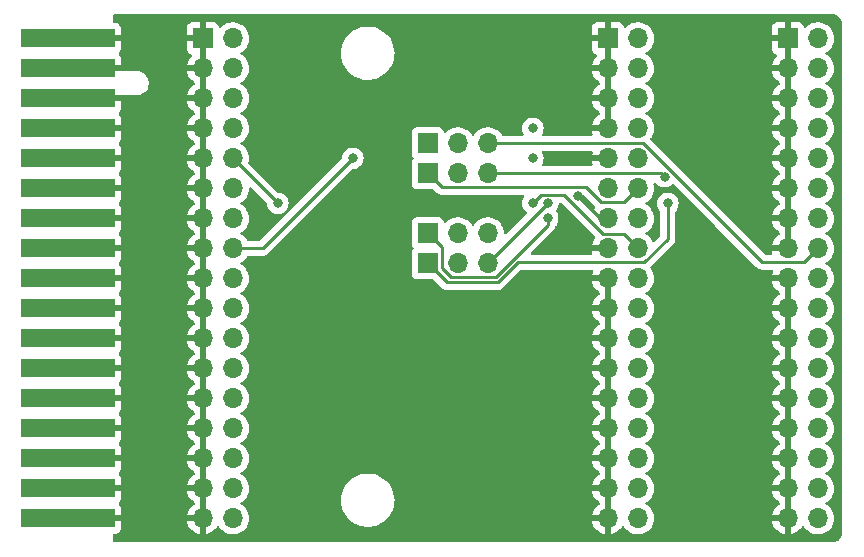
<source format=gbr>
G04 #@! TF.GenerationSoftware,KiCad,Pcbnew,6.0.7-f9a2dced07~116~ubuntu20.04.1*
G04 #@! TF.CreationDate,2022-09-08T22:16:36-07:00*
G04 #@! TF.ProjectId,morefloppy_panel,6d6f7265-666c-46f7-9070-795f70616e65,rev?*
G04 #@! TF.SameCoordinates,Original*
G04 #@! TF.FileFunction,Copper,L2,Bot*
G04 #@! TF.FilePolarity,Positive*
%FSLAX46Y46*%
G04 Gerber Fmt 4.6, Leading zero omitted, Abs format (unit mm)*
G04 Created by KiCad (PCBNEW 6.0.7-f9a2dced07~116~ubuntu20.04.1) date 2022-09-08 22:16:36*
%MOMM*%
%LPD*%
G01*
G04 APERTURE LIST*
G04 #@! TA.AperFunction,ComponentPad*
%ADD10R,1.700000X1.700000*%
G04 #@! TD*
G04 #@! TA.AperFunction,ComponentPad*
%ADD11O,1.700000X1.700000*%
G04 #@! TD*
G04 #@! TA.AperFunction,ConnectorPad*
%ADD12R,8.000000X1.600000*%
G04 #@! TD*
G04 #@! TA.AperFunction,ViaPad*
%ADD13C,0.800000*%
G04 #@! TD*
G04 #@! TA.AperFunction,Conductor*
%ADD14C,0.250000*%
G04 #@! TD*
G04 APERTURE END LIST*
D10*
X151130000Y-120650000D03*
D11*
X153670000Y-120650000D03*
X156210000Y-120650000D03*
D10*
X151130000Y-118110000D03*
D11*
X153670000Y-118110000D03*
X156210000Y-118110000D03*
D10*
X151130000Y-113030000D03*
D11*
X153670000Y-113030000D03*
X156210000Y-113030000D03*
D10*
X151130000Y-110490000D03*
D11*
X153670000Y-110490000D03*
X156210000Y-110490000D03*
D12*
X120650000Y-101600000D03*
X120650000Y-104140000D03*
X120650000Y-106680000D03*
X120650000Y-109220000D03*
X120650000Y-111760000D03*
X120650000Y-114300000D03*
X120650000Y-116840000D03*
X120650000Y-119380000D03*
X120650000Y-121920000D03*
X120650000Y-124460000D03*
X120650000Y-127000000D03*
X120650000Y-129540000D03*
X120650000Y-132080000D03*
X120650000Y-134620000D03*
X120650000Y-137160000D03*
X120650000Y-139700000D03*
X120650000Y-142240000D03*
D10*
X132080000Y-101600000D03*
D11*
X134620000Y-101600000D03*
X132080000Y-104140000D03*
X134620000Y-104140000D03*
X132080000Y-106680000D03*
X134620000Y-106680000D03*
X132080000Y-109220000D03*
X134620000Y-109220000D03*
X132080000Y-111760000D03*
X134620000Y-111760000D03*
X132080000Y-114300000D03*
X134620000Y-114300000D03*
X132080000Y-116840000D03*
X134620000Y-116840000D03*
X132080000Y-119380000D03*
X134620000Y-119380000D03*
X132080000Y-121920000D03*
X134620000Y-121920000D03*
X132080000Y-124460000D03*
X134620000Y-124460000D03*
X132080000Y-127000000D03*
X134620000Y-127000000D03*
X132080000Y-129540000D03*
X134620000Y-129540000D03*
X132080000Y-132080000D03*
X134620000Y-132080000D03*
X132080000Y-134620000D03*
X134620000Y-134620000D03*
X132080000Y-137160000D03*
X134620000Y-137160000D03*
X132080000Y-139700000D03*
X134620000Y-139700000D03*
X132080000Y-142240000D03*
X134620000Y-142240000D03*
D10*
X181610000Y-101600000D03*
D11*
X184150000Y-101600000D03*
X181610000Y-104140000D03*
X184150000Y-104140000D03*
X181610000Y-106680000D03*
X184150000Y-106680000D03*
X181610000Y-109220000D03*
X184150000Y-109220000D03*
X181610000Y-111760000D03*
X184150000Y-111760000D03*
X181610000Y-114300000D03*
X184150000Y-114300000D03*
X181610000Y-116840000D03*
X184150000Y-116840000D03*
X181610000Y-119380000D03*
X184150000Y-119380000D03*
X181610000Y-121920000D03*
X184150000Y-121920000D03*
X181610000Y-124460000D03*
X184150000Y-124460000D03*
X181610000Y-127000000D03*
X184150000Y-127000000D03*
X181610000Y-129540000D03*
X184150000Y-129540000D03*
X181610000Y-132080000D03*
X184150000Y-132080000D03*
X181610000Y-134620000D03*
X184150000Y-134620000D03*
X181610000Y-137160000D03*
X184150000Y-137160000D03*
X181610000Y-139700000D03*
X184150000Y-139700000D03*
X181610000Y-142240000D03*
X184150000Y-142240000D03*
D10*
X166370000Y-101600000D03*
D11*
X168910000Y-101600000D03*
X166370000Y-104140000D03*
X168910000Y-104140000D03*
X166370000Y-106680000D03*
X168910000Y-106680000D03*
X166370000Y-109220000D03*
X168910000Y-109220000D03*
X166370000Y-111760000D03*
X168910000Y-111760000D03*
X166370000Y-114300000D03*
X168910000Y-114300000D03*
X166370000Y-116840000D03*
X168910000Y-116840000D03*
X166370000Y-119380000D03*
X168910000Y-119380000D03*
X166370000Y-121920000D03*
X168910000Y-121920000D03*
X166370000Y-124460000D03*
X168910000Y-124460000D03*
X166370000Y-127000000D03*
X168910000Y-127000000D03*
X166370000Y-129540000D03*
X168910000Y-129540000D03*
X166370000Y-132080000D03*
X168910000Y-132080000D03*
X166370000Y-134620000D03*
X168910000Y-134620000D03*
X166370000Y-137160000D03*
X168910000Y-137160000D03*
X166370000Y-139700000D03*
X168910000Y-139700000D03*
X166370000Y-142240000D03*
X168910000Y-142240000D03*
D13*
X160020000Y-109220000D03*
X160020000Y-111760000D03*
X138430000Y-115570000D03*
X144780000Y-111760000D03*
X160020000Y-115570000D03*
X161290000Y-116840000D03*
X171450000Y-115570000D03*
X161290000Y-115570000D03*
X171171848Y-113308152D03*
X163830000Y-114935000D03*
X162560000Y-116840000D03*
D14*
X138430000Y-115570000D02*
X134620000Y-111760000D01*
X137160000Y-119380000D02*
X134620000Y-119380000D01*
X144780000Y-111760000D02*
X137160000Y-119380000D01*
X160745001Y-114844999D02*
X162635997Y-114844999D01*
X162635997Y-114844999D02*
X165995997Y-118204999D01*
X165995997Y-118204999D02*
X167734999Y-118204999D01*
X160020000Y-115570000D02*
X160745001Y-114844999D01*
X167734999Y-118204999D02*
X168910000Y-119380000D01*
X161290000Y-117405685D02*
X156870684Y-121825001D01*
X161290000Y-116840000D02*
X161290000Y-117405685D01*
X152305001Y-121024003D02*
X152305001Y-119285001D01*
X153105999Y-121825001D02*
X152305001Y-121024003D01*
X152305001Y-119285001D02*
X151130000Y-118110000D01*
X156870684Y-121825001D02*
X153105999Y-121825001D01*
X152305001Y-114205001D02*
X164535999Y-114205001D01*
X164535999Y-114205001D02*
X165805999Y-115475001D01*
X165805999Y-115475001D02*
X167734999Y-115475001D01*
X167734999Y-115475001D02*
X168910000Y-114300000D01*
X151130000Y-113030000D02*
X152305001Y-114205001D01*
X157057085Y-122275010D02*
X158777094Y-120555001D01*
X158777094Y-120555001D02*
X169474001Y-120555001D01*
X171450000Y-118579002D02*
X171450000Y-115570000D01*
X151130000Y-120650000D02*
X152755010Y-122275010D01*
X169474001Y-120555001D02*
X171450000Y-118579002D01*
X152755010Y-122275010D02*
X157057085Y-122275010D01*
X156210000Y-120650000D02*
X161290000Y-115570000D01*
X156210000Y-113030000D02*
X170893696Y-113030000D01*
X170893696Y-113030000D02*
X171171848Y-113308152D01*
X169379002Y-110490000D02*
X179444003Y-120555001D01*
X179444003Y-120555001D02*
X182974999Y-120555001D01*
X156210000Y-110490000D02*
X169379002Y-110490000D01*
X182974999Y-120555001D02*
X184150000Y-119380000D01*
X163830000Y-114935000D02*
X165735000Y-116840000D01*
X165100000Y-119380000D02*
X166370000Y-119380000D01*
X165735000Y-116840000D02*
X166370000Y-116840000D01*
X162560000Y-116840000D02*
X165100000Y-119380000D01*
G04 #@! TA.AperFunction,Conductor*
G36*
X185390018Y-99570000D02*
G01*
X185404852Y-99572310D01*
X185404855Y-99572310D01*
X185413724Y-99573691D01*
X185423659Y-99572392D01*
X185424746Y-99572250D01*
X185453431Y-99571793D01*
X185526741Y-99579013D01*
X185556212Y-99581916D01*
X185580432Y-99586733D01*
X185699546Y-99622866D01*
X185722355Y-99632315D01*
X185832124Y-99690987D01*
X185852655Y-99704705D01*
X185948876Y-99783671D01*
X185966329Y-99801124D01*
X186045295Y-99897345D01*
X186059013Y-99917876D01*
X186117685Y-100027645D01*
X186127134Y-100050454D01*
X186163267Y-100169568D01*
X186168084Y-100193789D01*
X186177541Y-100289809D01*
X186177091Y-100305868D01*
X186177800Y-100305877D01*
X186177690Y-100314853D01*
X186176309Y-100323724D01*
X186177473Y-100332626D01*
X186177473Y-100332628D01*
X186180436Y-100355283D01*
X186181500Y-100371621D01*
X186181500Y-143460633D01*
X186180000Y-143480018D01*
X186176309Y-143503724D01*
X186177473Y-143512626D01*
X186177750Y-143514746D01*
X186178207Y-143543431D01*
X186172528Y-143601097D01*
X186168084Y-143646212D01*
X186163267Y-143670432D01*
X186127134Y-143789546D01*
X186117685Y-143812355D01*
X186059013Y-143922124D01*
X186045295Y-143942655D01*
X185966329Y-144038876D01*
X185948876Y-144056329D01*
X185852655Y-144135295D01*
X185832124Y-144149013D01*
X185722355Y-144207685D01*
X185699546Y-144217134D01*
X185580432Y-144253267D01*
X185556211Y-144258084D01*
X185460191Y-144267541D01*
X185444132Y-144267091D01*
X185444123Y-144267800D01*
X185435147Y-144267690D01*
X185426276Y-144266309D01*
X185417374Y-144267473D01*
X185417372Y-144267473D01*
X185404856Y-144269110D01*
X185394714Y-144270436D01*
X185378379Y-144271500D01*
X124586000Y-144271500D01*
X124517879Y-144251498D01*
X124471386Y-144197842D01*
X124460000Y-144145500D01*
X124460000Y-143673999D01*
X124480002Y-143605878D01*
X124533658Y-143559385D01*
X124586000Y-143547999D01*
X124694669Y-143547999D01*
X124701490Y-143547629D01*
X124752352Y-143542105D01*
X124767604Y-143538479D01*
X124888054Y-143493324D01*
X124903649Y-143484786D01*
X125005724Y-143408285D01*
X125018285Y-143395724D01*
X125094786Y-143293649D01*
X125103324Y-143278054D01*
X125148478Y-143157606D01*
X125152105Y-143142351D01*
X125157631Y-143091486D01*
X125158000Y-143084672D01*
X125158000Y-142512115D01*
X125156782Y-142507966D01*
X130748257Y-142507966D01*
X130778565Y-142642446D01*
X130781645Y-142652275D01*
X130861770Y-142849603D01*
X130866413Y-142858794D01*
X130977694Y-143040388D01*
X130983777Y-143048699D01*
X131123213Y-143209667D01*
X131130580Y-143216883D01*
X131294434Y-143352916D01*
X131302881Y-143358831D01*
X131486756Y-143466279D01*
X131496042Y-143470729D01*
X131695001Y-143546703D01*
X131704899Y-143549579D01*
X131808250Y-143570606D01*
X131822299Y-143569410D01*
X131826000Y-143559065D01*
X131826000Y-143558517D01*
X132334000Y-143558517D01*
X132338064Y-143572359D01*
X132351478Y-143574393D01*
X132358184Y-143573534D01*
X132368262Y-143571392D01*
X132572255Y-143510191D01*
X132581842Y-143506433D01*
X132773095Y-143412739D01*
X132781945Y-143407464D01*
X132955328Y-143283792D01*
X132963200Y-143277139D01*
X133114052Y-143126812D01*
X133120730Y-143118965D01*
X133248022Y-142941819D01*
X133249279Y-142942722D01*
X133296373Y-142899362D01*
X133366311Y-142887145D01*
X133431751Y-142914678D01*
X133459579Y-142946511D01*
X133467813Y-142959948D01*
X133519987Y-143045088D01*
X133666250Y-143213938D01*
X133838126Y-143356632D01*
X134031000Y-143469338D01*
X134239692Y-143549030D01*
X134244760Y-143550061D01*
X134244763Y-143550062D01*
X134339862Y-143569410D01*
X134458597Y-143593567D01*
X134463772Y-143593757D01*
X134463774Y-143593757D01*
X134676673Y-143601564D01*
X134676677Y-143601564D01*
X134681837Y-143601753D01*
X134686957Y-143601097D01*
X134686959Y-143601097D01*
X134898288Y-143574025D01*
X134898289Y-143574025D01*
X134903416Y-143573368D01*
X134908366Y-143571883D01*
X135112429Y-143510661D01*
X135112434Y-143510659D01*
X135117384Y-143509174D01*
X135317994Y-143410896D01*
X135499860Y-143281173D01*
X135658096Y-143123489D01*
X135788453Y-142942077D01*
X135797409Y-142923957D01*
X135885136Y-142746453D01*
X135885137Y-142746451D01*
X135887430Y-142741811D01*
X135943733Y-142556498D01*
X135950865Y-142533023D01*
X135950865Y-142533021D01*
X135952370Y-142528069D01*
X135981529Y-142306590D01*
X135983156Y-142240000D01*
X135964852Y-142017361D01*
X135910431Y-141800702D01*
X135821354Y-141595840D01*
X135700014Y-141408277D01*
X135549670Y-141243051D01*
X135545619Y-141239852D01*
X135545615Y-141239848D01*
X135378414Y-141107800D01*
X135378410Y-141107798D01*
X135374359Y-141104598D01*
X135333053Y-141081796D01*
X135283084Y-141031364D01*
X135268312Y-140961921D01*
X135293428Y-140895516D01*
X135320780Y-140868909D01*
X135364603Y-140837650D01*
X135468693Y-140763404D01*
X143786941Y-140763404D01*
X143787304Y-140767552D01*
X143787304Y-140767556D01*
X143797217Y-140880855D01*
X143813091Y-141062292D01*
X143814001Y-141066364D01*
X143814002Y-141066369D01*
X143871231Y-141322396D01*
X143878540Y-141355095D01*
X143982140Y-141636671D01*
X143984084Y-141640359D01*
X143984088Y-141640367D01*
X144080805Y-141823807D01*
X144122069Y-141902071D01*
X144295871Y-142146633D01*
X144500490Y-142366061D01*
X144732333Y-142556498D01*
X144987325Y-142714600D01*
X145260988Y-142837589D01*
X145318104Y-142854616D01*
X145544514Y-142922112D01*
X145544516Y-142922112D01*
X145548513Y-142923304D01*
X145552633Y-142923957D01*
X145552635Y-142923957D01*
X145637751Y-142937438D01*
X145844848Y-142970239D01*
X145887577Y-142972179D01*
X145937262Y-142974436D01*
X145937281Y-142974436D01*
X145938681Y-142974500D01*
X146126107Y-142974500D01*
X146349370Y-142959671D01*
X146353464Y-142958846D01*
X146353468Y-142958845D01*
X146494513Y-142930405D01*
X146643480Y-142900368D01*
X146927163Y-142802688D01*
X146930896Y-142800819D01*
X146930900Y-142800817D01*
X147191691Y-142670222D01*
X147191693Y-142670221D01*
X147195435Y-142668347D01*
X147363915Y-142553849D01*
X147431430Y-142507966D01*
X165038257Y-142507966D01*
X165068565Y-142642446D01*
X165071645Y-142652275D01*
X165151770Y-142849603D01*
X165156413Y-142858794D01*
X165267694Y-143040388D01*
X165273777Y-143048699D01*
X165413213Y-143209667D01*
X165420580Y-143216883D01*
X165584434Y-143352916D01*
X165592881Y-143358831D01*
X165776756Y-143466279D01*
X165786042Y-143470729D01*
X165985001Y-143546703D01*
X165994899Y-143549579D01*
X166098250Y-143570606D01*
X166112299Y-143569410D01*
X166116000Y-143559065D01*
X166116000Y-142512115D01*
X166111525Y-142496876D01*
X166110135Y-142495671D01*
X166102452Y-142494000D01*
X165053225Y-142494000D01*
X165039694Y-142497973D01*
X165038257Y-142507966D01*
X147431430Y-142507966D01*
X147440125Y-142502057D01*
X147440128Y-142502055D01*
X147443584Y-142499706D01*
X147667248Y-142299726D01*
X147715555Y-142243365D01*
X147859779Y-142075097D01*
X147859782Y-142075093D01*
X147862499Y-142071923D01*
X147864773Y-142068421D01*
X147864777Y-142068416D01*
X147925973Y-141974183D01*
X165034389Y-141974183D01*
X165035912Y-141982607D01*
X165048292Y-141986000D01*
X166097885Y-141986000D01*
X166113124Y-141981525D01*
X166114329Y-141980135D01*
X166116000Y-141972452D01*
X166116000Y-139972115D01*
X166111525Y-139956876D01*
X166110135Y-139955671D01*
X166102452Y-139954000D01*
X165053225Y-139954000D01*
X165039694Y-139957973D01*
X165038257Y-139967966D01*
X165068565Y-140102446D01*
X165071645Y-140112275D01*
X165151770Y-140309603D01*
X165156413Y-140318794D01*
X165267694Y-140500388D01*
X165273777Y-140508699D01*
X165413213Y-140669667D01*
X165420580Y-140676883D01*
X165584434Y-140812916D01*
X165592881Y-140818831D01*
X165662479Y-140859501D01*
X165711203Y-140911140D01*
X165724274Y-140980923D01*
X165697543Y-141046694D01*
X165657087Y-141080053D01*
X165648462Y-141084542D01*
X165639738Y-141090036D01*
X165469433Y-141217905D01*
X165461726Y-141224748D01*
X165314590Y-141378717D01*
X165308104Y-141386727D01*
X165188098Y-141562649D01*
X165183000Y-141571623D01*
X165093338Y-141764783D01*
X165089775Y-141774470D01*
X165034389Y-141974183D01*
X147925973Y-141974183D01*
X148023628Y-141823807D01*
X148023631Y-141823802D01*
X148025907Y-141820297D01*
X148154600Y-141549270D01*
X148158379Y-141537502D01*
X148245038Y-141267591D01*
X148245038Y-141267590D01*
X148246318Y-141263604D01*
X148275376Y-141102104D01*
X148298709Y-140972425D01*
X148298710Y-140972420D01*
X148299448Y-140968316D01*
X148299739Y-140961921D01*
X148312870Y-140672766D01*
X148312870Y-140672760D01*
X148313059Y-140668596D01*
X148299070Y-140508699D01*
X148287273Y-140373870D01*
X148286909Y-140369708D01*
X148284597Y-140359362D01*
X148222372Y-140080984D01*
X148222371Y-140080981D01*
X148221460Y-140076905D01*
X148117860Y-139795329D01*
X148115916Y-139791641D01*
X148115912Y-139791633D01*
X147979884Y-139533633D01*
X147979883Y-139533632D01*
X147977931Y-139529929D01*
X147909888Y-139434183D01*
X165034389Y-139434183D01*
X165035912Y-139442607D01*
X165048292Y-139446000D01*
X166097885Y-139446000D01*
X166113124Y-139441525D01*
X166114329Y-139440135D01*
X166116000Y-139432452D01*
X166116000Y-137432115D01*
X166111525Y-137416876D01*
X166110135Y-137415671D01*
X166102452Y-137414000D01*
X165053225Y-137414000D01*
X165039694Y-137417973D01*
X165038257Y-137427966D01*
X165068565Y-137562446D01*
X165071645Y-137572275D01*
X165151770Y-137769603D01*
X165156413Y-137778794D01*
X165267694Y-137960388D01*
X165273777Y-137968699D01*
X165413213Y-138129667D01*
X165420580Y-138136883D01*
X165584434Y-138272916D01*
X165592881Y-138278831D01*
X165662479Y-138319501D01*
X165711203Y-138371140D01*
X165724274Y-138440923D01*
X165697543Y-138506694D01*
X165657087Y-138540053D01*
X165648462Y-138544542D01*
X165639738Y-138550036D01*
X165469433Y-138677905D01*
X165461726Y-138684748D01*
X165314590Y-138838717D01*
X165308104Y-138846727D01*
X165188098Y-139022649D01*
X165183000Y-139031623D01*
X165093338Y-139224783D01*
X165089775Y-139234470D01*
X165034389Y-139434183D01*
X147909888Y-139434183D01*
X147804129Y-139285367D01*
X147599510Y-139065939D01*
X147367667Y-138875502D01*
X147112675Y-138717400D01*
X146839012Y-138594411D01*
X146625650Y-138530805D01*
X146555486Y-138509888D01*
X146555484Y-138509888D01*
X146551487Y-138508696D01*
X146547367Y-138508043D01*
X146547365Y-138508043D01*
X146332217Y-138473967D01*
X146255152Y-138461761D01*
X146212423Y-138459821D01*
X146162738Y-138457564D01*
X146162719Y-138457564D01*
X146161319Y-138457500D01*
X145973893Y-138457500D01*
X145750630Y-138472329D01*
X145746536Y-138473154D01*
X145746532Y-138473155D01*
X145655954Y-138491419D01*
X145456520Y-138531632D01*
X145172837Y-138629312D01*
X145169104Y-138631181D01*
X145169100Y-138631183D01*
X144908309Y-138761778D01*
X144904565Y-138763653D01*
X144854543Y-138797648D01*
X144744229Y-138872617D01*
X144656416Y-138932294D01*
X144432752Y-139132274D01*
X144430035Y-139135444D01*
X144430034Y-139135445D01*
X144304155Y-139282311D01*
X144237501Y-139360077D01*
X144235227Y-139363579D01*
X144235223Y-139363584D01*
X144124792Y-139533633D01*
X144074093Y-139611703D01*
X144072299Y-139615482D01*
X144072298Y-139615483D01*
X144030569Y-139703365D01*
X143945400Y-139882730D01*
X143944121Y-139886713D01*
X143944120Y-139886716D01*
X143854962Y-140164409D01*
X143853682Y-140168396D01*
X143852941Y-140172515D01*
X143811521Y-140402722D01*
X143800552Y-140463684D01*
X143800363Y-140467851D01*
X143800362Y-140467858D01*
X143787814Y-140744171D01*
X143786941Y-140763404D01*
X135468693Y-140763404D01*
X135499860Y-140741173D01*
X135568507Y-140672766D01*
X135581209Y-140660107D01*
X135658096Y-140583489D01*
X135788453Y-140402077D01*
X135801995Y-140374678D01*
X135885136Y-140206453D01*
X135885137Y-140206451D01*
X135887430Y-140201811D01*
X135952370Y-139988069D01*
X135981529Y-139766590D01*
X135983156Y-139700000D01*
X135964852Y-139477361D01*
X135910431Y-139260702D01*
X135821354Y-139055840D01*
X135743231Y-138935080D01*
X135702822Y-138872617D01*
X135702820Y-138872614D01*
X135700014Y-138868277D01*
X135549670Y-138703051D01*
X135545619Y-138699852D01*
X135545615Y-138699848D01*
X135378414Y-138567800D01*
X135378410Y-138567798D01*
X135374359Y-138564598D01*
X135333053Y-138541796D01*
X135283084Y-138491364D01*
X135268312Y-138421921D01*
X135293428Y-138355516D01*
X135320780Y-138328909D01*
X135364603Y-138297650D01*
X135499860Y-138201173D01*
X135658096Y-138043489D01*
X135788453Y-137862077D01*
X135801995Y-137834678D01*
X135885136Y-137666453D01*
X135885137Y-137666451D01*
X135887430Y-137661811D01*
X135952370Y-137448069D01*
X135981529Y-137226590D01*
X135983156Y-137160000D01*
X135964852Y-136937361D01*
X135954006Y-136894183D01*
X165034389Y-136894183D01*
X165035912Y-136902607D01*
X165048292Y-136906000D01*
X166097885Y-136906000D01*
X166113124Y-136901525D01*
X166114329Y-136900135D01*
X166116000Y-136892452D01*
X166116000Y-134892115D01*
X166111525Y-134876876D01*
X166110135Y-134875671D01*
X166102452Y-134874000D01*
X165053225Y-134874000D01*
X165039694Y-134877973D01*
X165038257Y-134887966D01*
X165068565Y-135022446D01*
X165071645Y-135032275D01*
X165151770Y-135229603D01*
X165156413Y-135238794D01*
X165267694Y-135420388D01*
X165273777Y-135428699D01*
X165413213Y-135589667D01*
X165420580Y-135596883D01*
X165584434Y-135732916D01*
X165592881Y-135738831D01*
X165662479Y-135779501D01*
X165711203Y-135831140D01*
X165724274Y-135900923D01*
X165697543Y-135966694D01*
X165657087Y-136000053D01*
X165648462Y-136004542D01*
X165639738Y-136010036D01*
X165469433Y-136137905D01*
X165461726Y-136144748D01*
X165314590Y-136298717D01*
X165308104Y-136306727D01*
X165188098Y-136482649D01*
X165183000Y-136491623D01*
X165093338Y-136684783D01*
X165089775Y-136694470D01*
X165034389Y-136894183D01*
X135954006Y-136894183D01*
X135910431Y-136720702D01*
X135821354Y-136515840D01*
X135700014Y-136328277D01*
X135549670Y-136163051D01*
X135545619Y-136159852D01*
X135545615Y-136159848D01*
X135378414Y-136027800D01*
X135378410Y-136027798D01*
X135374359Y-136024598D01*
X135333053Y-136001796D01*
X135283084Y-135951364D01*
X135268312Y-135881921D01*
X135293428Y-135815516D01*
X135320780Y-135788909D01*
X135364603Y-135757650D01*
X135499860Y-135661173D01*
X135658096Y-135503489D01*
X135788453Y-135322077D01*
X135801995Y-135294678D01*
X135885136Y-135126453D01*
X135885137Y-135126451D01*
X135887430Y-135121811D01*
X135952370Y-134908069D01*
X135981529Y-134686590D01*
X135983156Y-134620000D01*
X135964852Y-134397361D01*
X135954006Y-134354183D01*
X165034389Y-134354183D01*
X165035912Y-134362607D01*
X165048292Y-134366000D01*
X166097885Y-134366000D01*
X166113124Y-134361525D01*
X166114329Y-134360135D01*
X166116000Y-134352452D01*
X166116000Y-132352115D01*
X166111525Y-132336876D01*
X166110135Y-132335671D01*
X166102452Y-132334000D01*
X165053225Y-132334000D01*
X165039694Y-132337973D01*
X165038257Y-132347966D01*
X165068565Y-132482446D01*
X165071645Y-132492275D01*
X165151770Y-132689603D01*
X165156413Y-132698794D01*
X165267694Y-132880388D01*
X165273777Y-132888699D01*
X165413213Y-133049667D01*
X165420580Y-133056883D01*
X165584434Y-133192916D01*
X165592881Y-133198831D01*
X165662479Y-133239501D01*
X165711203Y-133291140D01*
X165724274Y-133360923D01*
X165697543Y-133426694D01*
X165657087Y-133460053D01*
X165648462Y-133464542D01*
X165639738Y-133470036D01*
X165469433Y-133597905D01*
X165461726Y-133604748D01*
X165314590Y-133758717D01*
X165308104Y-133766727D01*
X165188098Y-133942649D01*
X165183000Y-133951623D01*
X165093338Y-134144783D01*
X165089775Y-134154470D01*
X165034389Y-134354183D01*
X135954006Y-134354183D01*
X135910431Y-134180702D01*
X135821354Y-133975840D01*
X135700014Y-133788277D01*
X135549670Y-133623051D01*
X135545619Y-133619852D01*
X135545615Y-133619848D01*
X135378414Y-133487800D01*
X135378410Y-133487798D01*
X135374359Y-133484598D01*
X135333053Y-133461796D01*
X135283084Y-133411364D01*
X135268312Y-133341921D01*
X135293428Y-133275516D01*
X135320780Y-133248909D01*
X135364603Y-133217650D01*
X135499860Y-133121173D01*
X135658096Y-132963489D01*
X135788453Y-132782077D01*
X135801995Y-132754678D01*
X135885136Y-132586453D01*
X135885137Y-132586451D01*
X135887430Y-132581811D01*
X135952370Y-132368069D01*
X135981529Y-132146590D01*
X135983156Y-132080000D01*
X135964852Y-131857361D01*
X135954006Y-131814183D01*
X165034389Y-131814183D01*
X165035912Y-131822607D01*
X165048292Y-131826000D01*
X166097885Y-131826000D01*
X166113124Y-131821525D01*
X166114329Y-131820135D01*
X166116000Y-131812452D01*
X166116000Y-129812115D01*
X166111525Y-129796876D01*
X166110135Y-129795671D01*
X166102452Y-129794000D01*
X165053225Y-129794000D01*
X165039694Y-129797973D01*
X165038257Y-129807966D01*
X165068565Y-129942446D01*
X165071645Y-129952275D01*
X165151770Y-130149603D01*
X165156413Y-130158794D01*
X165267694Y-130340388D01*
X165273777Y-130348699D01*
X165413213Y-130509667D01*
X165420580Y-130516883D01*
X165584434Y-130652916D01*
X165592881Y-130658831D01*
X165662479Y-130699501D01*
X165711203Y-130751140D01*
X165724274Y-130820923D01*
X165697543Y-130886694D01*
X165657087Y-130920053D01*
X165648462Y-130924542D01*
X165639738Y-130930036D01*
X165469433Y-131057905D01*
X165461726Y-131064748D01*
X165314590Y-131218717D01*
X165308104Y-131226727D01*
X165188098Y-131402649D01*
X165183000Y-131411623D01*
X165093338Y-131604783D01*
X165089775Y-131614470D01*
X165034389Y-131814183D01*
X135954006Y-131814183D01*
X135910431Y-131640702D01*
X135821354Y-131435840D01*
X135700014Y-131248277D01*
X135549670Y-131083051D01*
X135545619Y-131079852D01*
X135545615Y-131079848D01*
X135378414Y-130947800D01*
X135378410Y-130947798D01*
X135374359Y-130944598D01*
X135333053Y-130921796D01*
X135283084Y-130871364D01*
X135268312Y-130801921D01*
X135293428Y-130735516D01*
X135320780Y-130708909D01*
X135364603Y-130677650D01*
X135499860Y-130581173D01*
X135658096Y-130423489D01*
X135788453Y-130242077D01*
X135801995Y-130214678D01*
X135885136Y-130046453D01*
X135885137Y-130046451D01*
X135887430Y-130041811D01*
X135952370Y-129828069D01*
X135981529Y-129606590D01*
X135983156Y-129540000D01*
X135964852Y-129317361D01*
X135954006Y-129274183D01*
X165034389Y-129274183D01*
X165035912Y-129282607D01*
X165048292Y-129286000D01*
X166097885Y-129286000D01*
X166113124Y-129281525D01*
X166114329Y-129280135D01*
X166116000Y-129272452D01*
X166116000Y-127272115D01*
X166111525Y-127256876D01*
X166110135Y-127255671D01*
X166102452Y-127254000D01*
X165053225Y-127254000D01*
X165039694Y-127257973D01*
X165038257Y-127267966D01*
X165068565Y-127402446D01*
X165071645Y-127412275D01*
X165151770Y-127609603D01*
X165156413Y-127618794D01*
X165267694Y-127800388D01*
X165273777Y-127808699D01*
X165413213Y-127969667D01*
X165420580Y-127976883D01*
X165584434Y-128112916D01*
X165592881Y-128118831D01*
X165662479Y-128159501D01*
X165711203Y-128211140D01*
X165724274Y-128280923D01*
X165697543Y-128346694D01*
X165657087Y-128380053D01*
X165648462Y-128384542D01*
X165639738Y-128390036D01*
X165469433Y-128517905D01*
X165461726Y-128524748D01*
X165314590Y-128678717D01*
X165308104Y-128686727D01*
X165188098Y-128862649D01*
X165183000Y-128871623D01*
X165093338Y-129064783D01*
X165089775Y-129074470D01*
X165034389Y-129274183D01*
X135954006Y-129274183D01*
X135910431Y-129100702D01*
X135821354Y-128895840D01*
X135700014Y-128708277D01*
X135549670Y-128543051D01*
X135545619Y-128539852D01*
X135545615Y-128539848D01*
X135378414Y-128407800D01*
X135378410Y-128407798D01*
X135374359Y-128404598D01*
X135333053Y-128381796D01*
X135283084Y-128331364D01*
X135268312Y-128261921D01*
X135293428Y-128195516D01*
X135320780Y-128168909D01*
X135364603Y-128137650D01*
X135499860Y-128041173D01*
X135658096Y-127883489D01*
X135788453Y-127702077D01*
X135801995Y-127674678D01*
X135885136Y-127506453D01*
X135885137Y-127506451D01*
X135887430Y-127501811D01*
X135952370Y-127288069D01*
X135981529Y-127066590D01*
X135983156Y-127000000D01*
X135964852Y-126777361D01*
X135954006Y-126734183D01*
X165034389Y-126734183D01*
X165035912Y-126742607D01*
X165048292Y-126746000D01*
X166097885Y-126746000D01*
X166113124Y-126741525D01*
X166114329Y-126740135D01*
X166116000Y-126732452D01*
X166116000Y-124732115D01*
X166111525Y-124716876D01*
X166110135Y-124715671D01*
X166102452Y-124714000D01*
X165053225Y-124714000D01*
X165039694Y-124717973D01*
X165038257Y-124727966D01*
X165068565Y-124862446D01*
X165071645Y-124872275D01*
X165151770Y-125069603D01*
X165156413Y-125078794D01*
X165267694Y-125260388D01*
X165273777Y-125268699D01*
X165413213Y-125429667D01*
X165420580Y-125436883D01*
X165584434Y-125572916D01*
X165592881Y-125578831D01*
X165662479Y-125619501D01*
X165711203Y-125671140D01*
X165724274Y-125740923D01*
X165697543Y-125806694D01*
X165657087Y-125840053D01*
X165648462Y-125844542D01*
X165639738Y-125850036D01*
X165469433Y-125977905D01*
X165461726Y-125984748D01*
X165314590Y-126138717D01*
X165308104Y-126146727D01*
X165188098Y-126322649D01*
X165183000Y-126331623D01*
X165093338Y-126524783D01*
X165089775Y-126534470D01*
X165034389Y-126734183D01*
X135954006Y-126734183D01*
X135910431Y-126560702D01*
X135821354Y-126355840D01*
X135700014Y-126168277D01*
X135549670Y-126003051D01*
X135545619Y-125999852D01*
X135545615Y-125999848D01*
X135378414Y-125867800D01*
X135378410Y-125867798D01*
X135374359Y-125864598D01*
X135333053Y-125841796D01*
X135283084Y-125791364D01*
X135268312Y-125721921D01*
X135293428Y-125655516D01*
X135320780Y-125628909D01*
X135364603Y-125597650D01*
X135499860Y-125501173D01*
X135658096Y-125343489D01*
X135788453Y-125162077D01*
X135801995Y-125134678D01*
X135885136Y-124966453D01*
X135885137Y-124966451D01*
X135887430Y-124961811D01*
X135952370Y-124748069D01*
X135981529Y-124526590D01*
X135983156Y-124460000D01*
X135964852Y-124237361D01*
X135954006Y-124194183D01*
X165034389Y-124194183D01*
X165035912Y-124202607D01*
X165048292Y-124206000D01*
X166097885Y-124206000D01*
X166113124Y-124201525D01*
X166114329Y-124200135D01*
X166116000Y-124192452D01*
X166116000Y-122192115D01*
X166111525Y-122176876D01*
X166110135Y-122175671D01*
X166102452Y-122174000D01*
X165053225Y-122174000D01*
X165039694Y-122177973D01*
X165038257Y-122187966D01*
X165068565Y-122322446D01*
X165071645Y-122332275D01*
X165151770Y-122529603D01*
X165156413Y-122538794D01*
X165267694Y-122720388D01*
X165273777Y-122728699D01*
X165413213Y-122889667D01*
X165420580Y-122896883D01*
X165584434Y-123032916D01*
X165592881Y-123038831D01*
X165662479Y-123079501D01*
X165711203Y-123131140D01*
X165724274Y-123200923D01*
X165697543Y-123266694D01*
X165657087Y-123300053D01*
X165648462Y-123304542D01*
X165639738Y-123310036D01*
X165469433Y-123437905D01*
X165461726Y-123444748D01*
X165314590Y-123598717D01*
X165308104Y-123606727D01*
X165188098Y-123782649D01*
X165183000Y-123791623D01*
X165093338Y-123984783D01*
X165089775Y-123994470D01*
X165034389Y-124194183D01*
X135954006Y-124194183D01*
X135910431Y-124020702D01*
X135821354Y-123815840D01*
X135700014Y-123628277D01*
X135549670Y-123463051D01*
X135545619Y-123459852D01*
X135545615Y-123459848D01*
X135378414Y-123327800D01*
X135378410Y-123327798D01*
X135374359Y-123324598D01*
X135333053Y-123301796D01*
X135283084Y-123251364D01*
X135268312Y-123181921D01*
X135293428Y-123115516D01*
X135320780Y-123088909D01*
X135364603Y-123057650D01*
X135499860Y-122961173D01*
X135548720Y-122912484D01*
X135616901Y-122844540D01*
X135658096Y-122803489D01*
X135675297Y-122779552D01*
X135785435Y-122626277D01*
X135788453Y-122622077D01*
X135801995Y-122594678D01*
X135885136Y-122426453D01*
X135885137Y-122426451D01*
X135887430Y-122421811D01*
X135952370Y-122208069D01*
X135981529Y-121986590D01*
X135983156Y-121920000D01*
X135964852Y-121697361D01*
X135927369Y-121548134D01*
X149771500Y-121548134D01*
X149778255Y-121610316D01*
X149829385Y-121746705D01*
X149916739Y-121863261D01*
X150033295Y-121950615D01*
X150169684Y-122001745D01*
X150231866Y-122008500D01*
X151540406Y-122008500D01*
X151608527Y-122028502D01*
X151629501Y-122045405D01*
X152251353Y-122667257D01*
X152258897Y-122675547D01*
X152263010Y-122682028D01*
X152268787Y-122687453D01*
X152312677Y-122728668D01*
X152315519Y-122731423D01*
X152335240Y-122751144D01*
X152338435Y-122753622D01*
X152347457Y-122761328D01*
X152379689Y-122791596D01*
X152386638Y-122795416D01*
X152397442Y-122801356D01*
X152413966Y-122812209D01*
X152429969Y-122824623D01*
X152470553Y-122842186D01*
X152481183Y-122847393D01*
X152519950Y-122868705D01*
X152527627Y-122870676D01*
X152527632Y-122870678D01*
X152539568Y-122873742D01*
X152558276Y-122880147D01*
X152576865Y-122888191D01*
X152584693Y-122889431D01*
X152584700Y-122889433D01*
X152620534Y-122895109D01*
X152632154Y-122897515D01*
X152663969Y-122905683D01*
X152674980Y-122908510D01*
X152695234Y-122908510D01*
X152714944Y-122910061D01*
X152734953Y-122913230D01*
X152742845Y-122912484D01*
X152761590Y-122910712D01*
X152778972Y-122909069D01*
X152790829Y-122908510D01*
X156978318Y-122908510D01*
X156989501Y-122909037D01*
X156996994Y-122910712D01*
X157004920Y-122910463D01*
X157004921Y-122910463D01*
X157065071Y-122908572D01*
X157069030Y-122908510D01*
X157096941Y-122908510D01*
X157100876Y-122908013D01*
X157100941Y-122908005D01*
X157112778Y-122907072D01*
X157145036Y-122906058D01*
X157149055Y-122905932D01*
X157156974Y-122905683D01*
X157176428Y-122900031D01*
X157195785Y-122896023D01*
X157208015Y-122894478D01*
X157208016Y-122894478D01*
X157215882Y-122893484D01*
X157223253Y-122890565D01*
X157223255Y-122890565D01*
X157256997Y-122877206D01*
X157268227Y-122873361D01*
X157303068Y-122863239D01*
X157303069Y-122863239D01*
X157310678Y-122861028D01*
X157317497Y-122856995D01*
X157317502Y-122856993D01*
X157328113Y-122850717D01*
X157345861Y-122842022D01*
X157364702Y-122834562D01*
X157385072Y-122819763D01*
X157400472Y-122808574D01*
X157410392Y-122802058D01*
X157441620Y-122783590D01*
X157441623Y-122783588D01*
X157448447Y-122779552D01*
X157462768Y-122765231D01*
X157477802Y-122752390D01*
X157479517Y-122751144D01*
X157494192Y-122740482D01*
X157522383Y-122706405D01*
X157530373Y-122697626D01*
X159002594Y-121225406D01*
X159064906Y-121191380D01*
X159091689Y-121188501D01*
X165014900Y-121188501D01*
X165083021Y-121208503D01*
X165129514Y-121262159D01*
X165139618Y-121332433D01*
X165129188Y-121367551D01*
X165093338Y-121444783D01*
X165089775Y-121454470D01*
X165034389Y-121654183D01*
X165035912Y-121662607D01*
X165048292Y-121666000D01*
X166097885Y-121666000D01*
X166113124Y-121661525D01*
X166114329Y-121660135D01*
X166116000Y-121652452D01*
X166116000Y-121314501D01*
X166136002Y-121246380D01*
X166189658Y-121199887D01*
X166242000Y-121188501D01*
X166498000Y-121188501D01*
X166566121Y-121208503D01*
X166612614Y-121262159D01*
X166624000Y-121314501D01*
X166624000Y-143558517D01*
X166628064Y-143572359D01*
X166641478Y-143574393D01*
X166648184Y-143573534D01*
X166658262Y-143571392D01*
X166862255Y-143510191D01*
X166871842Y-143506433D01*
X167063095Y-143412739D01*
X167071945Y-143407464D01*
X167245328Y-143283792D01*
X167253200Y-143277139D01*
X167404052Y-143126812D01*
X167410730Y-143118965D01*
X167538022Y-142941819D01*
X167539279Y-142942722D01*
X167586373Y-142899362D01*
X167656311Y-142887145D01*
X167721751Y-142914678D01*
X167749579Y-142946511D01*
X167757813Y-142959948D01*
X167809987Y-143045088D01*
X167956250Y-143213938D01*
X168128126Y-143356632D01*
X168321000Y-143469338D01*
X168529692Y-143549030D01*
X168534760Y-143550061D01*
X168534763Y-143550062D01*
X168629862Y-143569410D01*
X168748597Y-143593567D01*
X168753772Y-143593757D01*
X168753774Y-143593757D01*
X168966673Y-143601564D01*
X168966677Y-143601564D01*
X168971837Y-143601753D01*
X168976957Y-143601097D01*
X168976959Y-143601097D01*
X169188288Y-143574025D01*
X169188289Y-143574025D01*
X169193416Y-143573368D01*
X169198366Y-143571883D01*
X169402429Y-143510661D01*
X169402434Y-143510659D01*
X169407384Y-143509174D01*
X169607994Y-143410896D01*
X169789860Y-143281173D01*
X169948096Y-143123489D01*
X170078453Y-142942077D01*
X170087409Y-142923957D01*
X170175136Y-142746453D01*
X170175137Y-142746451D01*
X170177430Y-142741811D01*
X170233733Y-142556498D01*
X170240865Y-142533023D01*
X170240865Y-142533021D01*
X170242370Y-142528069D01*
X170245017Y-142507966D01*
X180278257Y-142507966D01*
X180308565Y-142642446D01*
X180311645Y-142652275D01*
X180391770Y-142849603D01*
X180396413Y-142858794D01*
X180507694Y-143040388D01*
X180513777Y-143048699D01*
X180653213Y-143209667D01*
X180660580Y-143216883D01*
X180824434Y-143352916D01*
X180832881Y-143358831D01*
X181016756Y-143466279D01*
X181026042Y-143470729D01*
X181225001Y-143546703D01*
X181234899Y-143549579D01*
X181338250Y-143570606D01*
X181352299Y-143569410D01*
X181356000Y-143559065D01*
X181356000Y-142512115D01*
X181351525Y-142496876D01*
X181350135Y-142495671D01*
X181342452Y-142494000D01*
X180293225Y-142494000D01*
X180279694Y-142497973D01*
X180278257Y-142507966D01*
X170245017Y-142507966D01*
X170271529Y-142306590D01*
X170273156Y-142240000D01*
X170254852Y-142017361D01*
X170244006Y-141974183D01*
X180274389Y-141974183D01*
X180275912Y-141982607D01*
X180288292Y-141986000D01*
X181337885Y-141986000D01*
X181353124Y-141981525D01*
X181354329Y-141980135D01*
X181356000Y-141972452D01*
X181356000Y-139972115D01*
X181351525Y-139956876D01*
X181350135Y-139955671D01*
X181342452Y-139954000D01*
X180293225Y-139954000D01*
X180279694Y-139957973D01*
X180278257Y-139967966D01*
X180308565Y-140102446D01*
X180311645Y-140112275D01*
X180391770Y-140309603D01*
X180396413Y-140318794D01*
X180507694Y-140500388D01*
X180513777Y-140508699D01*
X180653213Y-140669667D01*
X180660580Y-140676883D01*
X180824434Y-140812916D01*
X180832881Y-140818831D01*
X180902479Y-140859501D01*
X180951203Y-140911140D01*
X180964274Y-140980923D01*
X180937543Y-141046694D01*
X180897087Y-141080053D01*
X180888462Y-141084542D01*
X180879738Y-141090036D01*
X180709433Y-141217905D01*
X180701726Y-141224748D01*
X180554590Y-141378717D01*
X180548104Y-141386727D01*
X180428098Y-141562649D01*
X180423000Y-141571623D01*
X180333338Y-141764783D01*
X180329775Y-141774470D01*
X180274389Y-141974183D01*
X170244006Y-141974183D01*
X170200431Y-141800702D01*
X170111354Y-141595840D01*
X169990014Y-141408277D01*
X169839670Y-141243051D01*
X169835619Y-141239852D01*
X169835615Y-141239848D01*
X169668414Y-141107800D01*
X169668410Y-141107798D01*
X169664359Y-141104598D01*
X169623053Y-141081796D01*
X169573084Y-141031364D01*
X169558312Y-140961921D01*
X169583428Y-140895516D01*
X169610780Y-140868909D01*
X169654603Y-140837650D01*
X169789860Y-140741173D01*
X169858507Y-140672766D01*
X169871209Y-140660107D01*
X169948096Y-140583489D01*
X170078453Y-140402077D01*
X170091995Y-140374678D01*
X170175136Y-140206453D01*
X170175137Y-140206451D01*
X170177430Y-140201811D01*
X170242370Y-139988069D01*
X170271529Y-139766590D01*
X170273156Y-139700000D01*
X170254852Y-139477361D01*
X170244006Y-139434183D01*
X180274389Y-139434183D01*
X180275912Y-139442607D01*
X180288292Y-139446000D01*
X181337885Y-139446000D01*
X181353124Y-139441525D01*
X181354329Y-139440135D01*
X181356000Y-139432452D01*
X181356000Y-137432115D01*
X181351525Y-137416876D01*
X181350135Y-137415671D01*
X181342452Y-137414000D01*
X180293225Y-137414000D01*
X180279694Y-137417973D01*
X180278257Y-137427966D01*
X180308565Y-137562446D01*
X180311645Y-137572275D01*
X180391770Y-137769603D01*
X180396413Y-137778794D01*
X180507694Y-137960388D01*
X180513777Y-137968699D01*
X180653213Y-138129667D01*
X180660580Y-138136883D01*
X180824434Y-138272916D01*
X180832881Y-138278831D01*
X180902479Y-138319501D01*
X180951203Y-138371140D01*
X180964274Y-138440923D01*
X180937543Y-138506694D01*
X180897087Y-138540053D01*
X180888462Y-138544542D01*
X180879738Y-138550036D01*
X180709433Y-138677905D01*
X180701726Y-138684748D01*
X180554590Y-138838717D01*
X180548104Y-138846727D01*
X180428098Y-139022649D01*
X180423000Y-139031623D01*
X180333338Y-139224783D01*
X180329775Y-139234470D01*
X180274389Y-139434183D01*
X170244006Y-139434183D01*
X170200431Y-139260702D01*
X170111354Y-139055840D01*
X170033231Y-138935080D01*
X169992822Y-138872617D01*
X169992820Y-138872614D01*
X169990014Y-138868277D01*
X169839670Y-138703051D01*
X169835619Y-138699852D01*
X169835615Y-138699848D01*
X169668414Y-138567800D01*
X169668410Y-138567798D01*
X169664359Y-138564598D01*
X169623053Y-138541796D01*
X169573084Y-138491364D01*
X169558312Y-138421921D01*
X169583428Y-138355516D01*
X169610780Y-138328909D01*
X169654603Y-138297650D01*
X169789860Y-138201173D01*
X169948096Y-138043489D01*
X170078453Y-137862077D01*
X170091995Y-137834678D01*
X170175136Y-137666453D01*
X170175137Y-137666451D01*
X170177430Y-137661811D01*
X170242370Y-137448069D01*
X170271529Y-137226590D01*
X170273156Y-137160000D01*
X170254852Y-136937361D01*
X170244006Y-136894183D01*
X180274389Y-136894183D01*
X180275912Y-136902607D01*
X180288292Y-136906000D01*
X181337885Y-136906000D01*
X181353124Y-136901525D01*
X181354329Y-136900135D01*
X181356000Y-136892452D01*
X181356000Y-134892115D01*
X181351525Y-134876876D01*
X181350135Y-134875671D01*
X181342452Y-134874000D01*
X180293225Y-134874000D01*
X180279694Y-134877973D01*
X180278257Y-134887966D01*
X180308565Y-135022446D01*
X180311645Y-135032275D01*
X180391770Y-135229603D01*
X180396413Y-135238794D01*
X180507694Y-135420388D01*
X180513777Y-135428699D01*
X180653213Y-135589667D01*
X180660580Y-135596883D01*
X180824434Y-135732916D01*
X180832881Y-135738831D01*
X180902479Y-135779501D01*
X180951203Y-135831140D01*
X180964274Y-135900923D01*
X180937543Y-135966694D01*
X180897087Y-136000053D01*
X180888462Y-136004542D01*
X180879738Y-136010036D01*
X180709433Y-136137905D01*
X180701726Y-136144748D01*
X180554590Y-136298717D01*
X180548104Y-136306727D01*
X180428098Y-136482649D01*
X180423000Y-136491623D01*
X180333338Y-136684783D01*
X180329775Y-136694470D01*
X180274389Y-136894183D01*
X170244006Y-136894183D01*
X170200431Y-136720702D01*
X170111354Y-136515840D01*
X169990014Y-136328277D01*
X169839670Y-136163051D01*
X169835619Y-136159852D01*
X169835615Y-136159848D01*
X169668414Y-136027800D01*
X169668410Y-136027798D01*
X169664359Y-136024598D01*
X169623053Y-136001796D01*
X169573084Y-135951364D01*
X169558312Y-135881921D01*
X169583428Y-135815516D01*
X169610780Y-135788909D01*
X169654603Y-135757650D01*
X169789860Y-135661173D01*
X169948096Y-135503489D01*
X170078453Y-135322077D01*
X170091995Y-135294678D01*
X170175136Y-135126453D01*
X170175137Y-135126451D01*
X170177430Y-135121811D01*
X170242370Y-134908069D01*
X170271529Y-134686590D01*
X170273156Y-134620000D01*
X170254852Y-134397361D01*
X170244006Y-134354183D01*
X180274389Y-134354183D01*
X180275912Y-134362607D01*
X180288292Y-134366000D01*
X181337885Y-134366000D01*
X181353124Y-134361525D01*
X181354329Y-134360135D01*
X181356000Y-134352452D01*
X181356000Y-132352115D01*
X181351525Y-132336876D01*
X181350135Y-132335671D01*
X181342452Y-132334000D01*
X180293225Y-132334000D01*
X180279694Y-132337973D01*
X180278257Y-132347966D01*
X180308565Y-132482446D01*
X180311645Y-132492275D01*
X180391770Y-132689603D01*
X180396413Y-132698794D01*
X180507694Y-132880388D01*
X180513777Y-132888699D01*
X180653213Y-133049667D01*
X180660580Y-133056883D01*
X180824434Y-133192916D01*
X180832881Y-133198831D01*
X180902479Y-133239501D01*
X180951203Y-133291140D01*
X180964274Y-133360923D01*
X180937543Y-133426694D01*
X180897087Y-133460053D01*
X180888462Y-133464542D01*
X180879738Y-133470036D01*
X180709433Y-133597905D01*
X180701726Y-133604748D01*
X180554590Y-133758717D01*
X180548104Y-133766727D01*
X180428098Y-133942649D01*
X180423000Y-133951623D01*
X180333338Y-134144783D01*
X180329775Y-134154470D01*
X180274389Y-134354183D01*
X170244006Y-134354183D01*
X170200431Y-134180702D01*
X170111354Y-133975840D01*
X169990014Y-133788277D01*
X169839670Y-133623051D01*
X169835619Y-133619852D01*
X169835615Y-133619848D01*
X169668414Y-133487800D01*
X169668410Y-133487798D01*
X169664359Y-133484598D01*
X169623053Y-133461796D01*
X169573084Y-133411364D01*
X169558312Y-133341921D01*
X169583428Y-133275516D01*
X169610780Y-133248909D01*
X169654603Y-133217650D01*
X169789860Y-133121173D01*
X169948096Y-132963489D01*
X170078453Y-132782077D01*
X170091995Y-132754678D01*
X170175136Y-132586453D01*
X170175137Y-132586451D01*
X170177430Y-132581811D01*
X170242370Y-132368069D01*
X170271529Y-132146590D01*
X170273156Y-132080000D01*
X170254852Y-131857361D01*
X170244006Y-131814183D01*
X180274389Y-131814183D01*
X180275912Y-131822607D01*
X180288292Y-131826000D01*
X181337885Y-131826000D01*
X181353124Y-131821525D01*
X181354329Y-131820135D01*
X181356000Y-131812452D01*
X181356000Y-129812115D01*
X181351525Y-129796876D01*
X181350135Y-129795671D01*
X181342452Y-129794000D01*
X180293225Y-129794000D01*
X180279694Y-129797973D01*
X180278257Y-129807966D01*
X180308565Y-129942446D01*
X180311645Y-129952275D01*
X180391770Y-130149603D01*
X180396413Y-130158794D01*
X180507694Y-130340388D01*
X180513777Y-130348699D01*
X180653213Y-130509667D01*
X180660580Y-130516883D01*
X180824434Y-130652916D01*
X180832881Y-130658831D01*
X180902479Y-130699501D01*
X180951203Y-130751140D01*
X180964274Y-130820923D01*
X180937543Y-130886694D01*
X180897087Y-130920053D01*
X180888462Y-130924542D01*
X180879738Y-130930036D01*
X180709433Y-131057905D01*
X180701726Y-131064748D01*
X180554590Y-131218717D01*
X180548104Y-131226727D01*
X180428098Y-131402649D01*
X180423000Y-131411623D01*
X180333338Y-131604783D01*
X180329775Y-131614470D01*
X180274389Y-131814183D01*
X170244006Y-131814183D01*
X170200431Y-131640702D01*
X170111354Y-131435840D01*
X169990014Y-131248277D01*
X169839670Y-131083051D01*
X169835619Y-131079852D01*
X169835615Y-131079848D01*
X169668414Y-130947800D01*
X169668410Y-130947798D01*
X169664359Y-130944598D01*
X169623053Y-130921796D01*
X169573084Y-130871364D01*
X169558312Y-130801921D01*
X169583428Y-130735516D01*
X169610780Y-130708909D01*
X169654603Y-130677650D01*
X169789860Y-130581173D01*
X169948096Y-130423489D01*
X170078453Y-130242077D01*
X170091995Y-130214678D01*
X170175136Y-130046453D01*
X170175137Y-130046451D01*
X170177430Y-130041811D01*
X170242370Y-129828069D01*
X170271529Y-129606590D01*
X170273156Y-129540000D01*
X170254852Y-129317361D01*
X170244006Y-129274183D01*
X180274389Y-129274183D01*
X180275912Y-129282607D01*
X180288292Y-129286000D01*
X181337885Y-129286000D01*
X181353124Y-129281525D01*
X181354329Y-129280135D01*
X181356000Y-129272452D01*
X181356000Y-127272115D01*
X181351525Y-127256876D01*
X181350135Y-127255671D01*
X181342452Y-127254000D01*
X180293225Y-127254000D01*
X180279694Y-127257973D01*
X180278257Y-127267966D01*
X180308565Y-127402446D01*
X180311645Y-127412275D01*
X180391770Y-127609603D01*
X180396413Y-127618794D01*
X180507694Y-127800388D01*
X180513777Y-127808699D01*
X180653213Y-127969667D01*
X180660580Y-127976883D01*
X180824434Y-128112916D01*
X180832881Y-128118831D01*
X180902479Y-128159501D01*
X180951203Y-128211140D01*
X180964274Y-128280923D01*
X180937543Y-128346694D01*
X180897087Y-128380053D01*
X180888462Y-128384542D01*
X180879738Y-128390036D01*
X180709433Y-128517905D01*
X180701726Y-128524748D01*
X180554590Y-128678717D01*
X180548104Y-128686727D01*
X180428098Y-128862649D01*
X180423000Y-128871623D01*
X180333338Y-129064783D01*
X180329775Y-129074470D01*
X180274389Y-129274183D01*
X170244006Y-129274183D01*
X170200431Y-129100702D01*
X170111354Y-128895840D01*
X169990014Y-128708277D01*
X169839670Y-128543051D01*
X169835619Y-128539852D01*
X169835615Y-128539848D01*
X169668414Y-128407800D01*
X169668410Y-128407798D01*
X169664359Y-128404598D01*
X169623053Y-128381796D01*
X169573084Y-128331364D01*
X169558312Y-128261921D01*
X169583428Y-128195516D01*
X169610780Y-128168909D01*
X169654603Y-128137650D01*
X169789860Y-128041173D01*
X169948096Y-127883489D01*
X170078453Y-127702077D01*
X170091995Y-127674678D01*
X170175136Y-127506453D01*
X170175137Y-127506451D01*
X170177430Y-127501811D01*
X170242370Y-127288069D01*
X170271529Y-127066590D01*
X170273156Y-127000000D01*
X170254852Y-126777361D01*
X170244006Y-126734183D01*
X180274389Y-126734183D01*
X180275912Y-126742607D01*
X180288292Y-126746000D01*
X181337885Y-126746000D01*
X181353124Y-126741525D01*
X181354329Y-126740135D01*
X181356000Y-126732452D01*
X181356000Y-124732115D01*
X181351525Y-124716876D01*
X181350135Y-124715671D01*
X181342452Y-124714000D01*
X180293225Y-124714000D01*
X180279694Y-124717973D01*
X180278257Y-124727966D01*
X180308565Y-124862446D01*
X180311645Y-124872275D01*
X180391770Y-125069603D01*
X180396413Y-125078794D01*
X180507694Y-125260388D01*
X180513777Y-125268699D01*
X180653213Y-125429667D01*
X180660580Y-125436883D01*
X180824434Y-125572916D01*
X180832881Y-125578831D01*
X180902479Y-125619501D01*
X180951203Y-125671140D01*
X180964274Y-125740923D01*
X180937543Y-125806694D01*
X180897087Y-125840053D01*
X180888462Y-125844542D01*
X180879738Y-125850036D01*
X180709433Y-125977905D01*
X180701726Y-125984748D01*
X180554590Y-126138717D01*
X180548104Y-126146727D01*
X180428098Y-126322649D01*
X180423000Y-126331623D01*
X180333338Y-126524783D01*
X180329775Y-126534470D01*
X180274389Y-126734183D01*
X170244006Y-126734183D01*
X170200431Y-126560702D01*
X170111354Y-126355840D01*
X169990014Y-126168277D01*
X169839670Y-126003051D01*
X169835619Y-125999852D01*
X169835615Y-125999848D01*
X169668414Y-125867800D01*
X169668410Y-125867798D01*
X169664359Y-125864598D01*
X169623053Y-125841796D01*
X169573084Y-125791364D01*
X169558312Y-125721921D01*
X169583428Y-125655516D01*
X169610780Y-125628909D01*
X169654603Y-125597650D01*
X169789860Y-125501173D01*
X169948096Y-125343489D01*
X170078453Y-125162077D01*
X170091995Y-125134678D01*
X170175136Y-124966453D01*
X170175137Y-124966451D01*
X170177430Y-124961811D01*
X170242370Y-124748069D01*
X170271529Y-124526590D01*
X170273156Y-124460000D01*
X170254852Y-124237361D01*
X170244006Y-124194183D01*
X180274389Y-124194183D01*
X180275912Y-124202607D01*
X180288292Y-124206000D01*
X181337885Y-124206000D01*
X181353124Y-124201525D01*
X181354329Y-124200135D01*
X181356000Y-124192452D01*
X181356000Y-122192115D01*
X181351525Y-122176876D01*
X181350135Y-122175671D01*
X181342452Y-122174000D01*
X180293225Y-122174000D01*
X180279694Y-122177973D01*
X180278257Y-122187966D01*
X180308565Y-122322446D01*
X180311645Y-122332275D01*
X180391770Y-122529603D01*
X180396413Y-122538794D01*
X180507694Y-122720388D01*
X180513777Y-122728699D01*
X180653213Y-122889667D01*
X180660580Y-122896883D01*
X180824434Y-123032916D01*
X180832881Y-123038831D01*
X180902479Y-123079501D01*
X180951203Y-123131140D01*
X180964274Y-123200923D01*
X180937543Y-123266694D01*
X180897087Y-123300053D01*
X180888462Y-123304542D01*
X180879738Y-123310036D01*
X180709433Y-123437905D01*
X180701726Y-123444748D01*
X180554590Y-123598717D01*
X180548104Y-123606727D01*
X180428098Y-123782649D01*
X180423000Y-123791623D01*
X180333338Y-123984783D01*
X180329775Y-123994470D01*
X180274389Y-124194183D01*
X170244006Y-124194183D01*
X170200431Y-124020702D01*
X170111354Y-123815840D01*
X169990014Y-123628277D01*
X169839670Y-123463051D01*
X169835619Y-123459852D01*
X169835615Y-123459848D01*
X169668414Y-123327800D01*
X169668410Y-123327798D01*
X169664359Y-123324598D01*
X169623053Y-123301796D01*
X169573084Y-123251364D01*
X169558312Y-123181921D01*
X169583428Y-123115516D01*
X169610780Y-123088909D01*
X169654603Y-123057650D01*
X169789860Y-122961173D01*
X169838720Y-122912484D01*
X169906901Y-122844540D01*
X169948096Y-122803489D01*
X169965297Y-122779552D01*
X170075435Y-122626277D01*
X170078453Y-122622077D01*
X170091995Y-122594678D01*
X170175136Y-122426453D01*
X170175137Y-122426451D01*
X170177430Y-122421811D01*
X170242370Y-122208069D01*
X170271529Y-121986590D01*
X170273156Y-121920000D01*
X170254852Y-121697361D01*
X170200431Y-121480702D01*
X170111354Y-121275840D01*
X169990014Y-121088277D01*
X169989981Y-121088241D01*
X169964803Y-121023457D01*
X169978943Y-120953883D01*
X170001252Y-120923654D01*
X171842247Y-119082659D01*
X171850537Y-119075115D01*
X171857018Y-119071002D01*
X171903659Y-119021334D01*
X171906413Y-119018493D01*
X171926135Y-118998771D01*
X171928612Y-118995578D01*
X171936317Y-118986557D01*
X171966586Y-118954323D01*
X171970407Y-118947373D01*
X171976346Y-118936570D01*
X171987202Y-118920043D01*
X171994757Y-118910304D01*
X171994758Y-118910302D01*
X171999614Y-118904042D01*
X172017174Y-118863462D01*
X172022391Y-118852814D01*
X172039875Y-118821011D01*
X172039876Y-118821009D01*
X172043695Y-118814062D01*
X172048733Y-118794439D01*
X172055137Y-118775736D01*
X172060033Y-118764422D01*
X172060033Y-118764421D01*
X172063181Y-118757147D01*
X172064420Y-118749324D01*
X172064423Y-118749314D01*
X172070099Y-118713478D01*
X172072505Y-118701858D01*
X172081528Y-118666713D01*
X172081528Y-118666712D01*
X172083500Y-118659032D01*
X172083500Y-118638778D01*
X172085051Y-118619067D01*
X172086980Y-118606888D01*
X172088220Y-118599059D01*
X172084059Y-118555040D01*
X172083500Y-118543183D01*
X172083500Y-116272524D01*
X172103502Y-116204403D01*
X172115858Y-116188221D01*
X172189040Y-116106944D01*
X172257418Y-115988510D01*
X172281223Y-115947279D01*
X172281224Y-115947278D01*
X172284527Y-115941556D01*
X172343542Y-115759928D01*
X172348977Y-115708222D01*
X172362814Y-115576565D01*
X172363504Y-115570000D01*
X172359230Y-115529338D01*
X172344232Y-115386635D01*
X172344232Y-115386633D01*
X172343542Y-115380072D01*
X172284527Y-115198444D01*
X172189040Y-115033056D01*
X172161147Y-115002077D01*
X172065675Y-114896045D01*
X172065674Y-114896044D01*
X172061253Y-114891134D01*
X171934024Y-114798696D01*
X171912094Y-114782763D01*
X171912093Y-114782762D01*
X171906752Y-114778882D01*
X171900724Y-114776198D01*
X171900722Y-114776197D01*
X171738319Y-114703891D01*
X171738318Y-114703891D01*
X171732288Y-114701206D01*
X171624680Y-114678333D01*
X171551944Y-114662872D01*
X171551939Y-114662872D01*
X171545487Y-114661500D01*
X171354513Y-114661500D01*
X171348061Y-114662872D01*
X171348056Y-114662872D01*
X171275320Y-114678333D01*
X171167712Y-114701206D01*
X171161682Y-114703891D01*
X171161681Y-114703891D01*
X170999278Y-114776197D01*
X170999276Y-114776198D01*
X170993248Y-114778882D01*
X170987907Y-114782762D01*
X170987906Y-114782763D01*
X170965976Y-114798696D01*
X170838747Y-114891134D01*
X170834326Y-114896044D01*
X170834325Y-114896045D01*
X170738854Y-115002077D01*
X170710960Y-115033056D01*
X170615473Y-115198444D01*
X170556458Y-115380072D01*
X170555768Y-115386633D01*
X170555768Y-115386635D01*
X170540770Y-115529338D01*
X170536496Y-115570000D01*
X170537186Y-115576565D01*
X170551024Y-115708222D01*
X170556458Y-115759928D01*
X170615473Y-115941556D01*
X170618776Y-115947278D01*
X170618777Y-115947279D01*
X170642582Y-115988510D01*
X170710960Y-116106944D01*
X170784137Y-116188215D01*
X170814853Y-116252221D01*
X170816500Y-116272524D01*
X170816500Y-118264408D01*
X170796498Y-118332529D01*
X170779595Y-118353503D01*
X170328850Y-118804248D01*
X170266538Y-118838274D01*
X170195723Y-118833209D01*
X170138887Y-118790662D01*
X170124206Y-118765398D01*
X170120826Y-118757625D01*
X170111354Y-118735840D01*
X170027931Y-118606888D01*
X169992822Y-118552617D01*
X169992820Y-118552614D01*
X169990014Y-118548277D01*
X169839670Y-118383051D01*
X169835619Y-118379852D01*
X169835615Y-118379848D01*
X169668414Y-118247800D01*
X169668410Y-118247798D01*
X169664359Y-118244598D01*
X169623053Y-118221796D01*
X169573084Y-118171364D01*
X169558312Y-118101921D01*
X169583428Y-118035516D01*
X169610780Y-118008909D01*
X169654603Y-117977650D01*
X169789860Y-117881173D01*
X169948096Y-117723489D01*
X170078453Y-117542077D01*
X170082152Y-117534594D01*
X170175136Y-117346453D01*
X170175137Y-117346451D01*
X170177430Y-117341811D01*
X170242370Y-117128069D01*
X170271529Y-116906590D01*
X170272505Y-116866638D01*
X170273074Y-116843365D01*
X170273074Y-116843361D01*
X170273156Y-116840000D01*
X170254852Y-116617361D01*
X170200431Y-116400702D01*
X170111354Y-116195840D01*
X170057020Y-116111852D01*
X169992822Y-116012617D01*
X169992820Y-116012614D01*
X169990014Y-116008277D01*
X169839670Y-115843051D01*
X169835619Y-115839852D01*
X169835615Y-115839848D01*
X169668414Y-115707800D01*
X169668410Y-115707798D01*
X169664359Y-115704598D01*
X169623053Y-115681796D01*
X169573084Y-115631364D01*
X169558312Y-115561921D01*
X169583428Y-115495516D01*
X169610780Y-115468909D01*
X169654603Y-115437650D01*
X169789860Y-115341173D01*
X169948096Y-115183489D01*
X170078453Y-115002077D01*
X170091995Y-114974678D01*
X170175136Y-114806453D01*
X170175137Y-114806451D01*
X170177430Y-114801811D01*
X170233445Y-114617444D01*
X170240865Y-114593023D01*
X170240865Y-114593021D01*
X170242370Y-114588069D01*
X170271529Y-114366590D01*
X170273156Y-114300000D01*
X170254852Y-114077361D01*
X170228660Y-113973087D01*
X170231464Y-113902147D01*
X170272177Y-113843983D01*
X170337872Y-113817064D01*
X170407692Y-113829935D01*
X170444499Y-113858080D01*
X170560595Y-113987018D01*
X170715096Y-114099270D01*
X170721124Y-114101954D01*
X170721126Y-114101955D01*
X170776716Y-114126705D01*
X170889560Y-114176946D01*
X170982960Y-114196799D01*
X171069904Y-114215280D01*
X171069909Y-114215280D01*
X171076361Y-114216652D01*
X171267335Y-114216652D01*
X171273787Y-114215280D01*
X171273792Y-114215280D01*
X171360736Y-114196799D01*
X171454136Y-114176946D01*
X171566980Y-114126705D01*
X171622570Y-114101955D01*
X171622572Y-114101954D01*
X171628600Y-114099270D01*
X171783101Y-113987018D01*
X171787516Y-113982115D01*
X171787519Y-113982112D01*
X171787601Y-113982021D01*
X171787661Y-113981984D01*
X171792428Y-113977692D01*
X171793213Y-113978564D01*
X171848046Y-113944780D01*
X171919030Y-113946131D01*
X171970333Y-113977235D01*
X175455889Y-117462792D01*
X178940351Y-120947254D01*
X178947891Y-120955540D01*
X178952003Y-120962019D01*
X178957780Y-120967444D01*
X179001654Y-121008644D01*
X179004496Y-121011399D01*
X179024233Y-121031136D01*
X179027430Y-121033616D01*
X179036450Y-121041319D01*
X179068682Y-121071587D01*
X179075628Y-121075406D01*
X179075631Y-121075408D01*
X179086437Y-121081349D01*
X179102956Y-121092200D01*
X179118962Y-121104615D01*
X179126231Y-121107760D01*
X179126235Y-121107763D01*
X179159540Y-121122175D01*
X179170190Y-121127392D01*
X179208943Y-121148696D01*
X179216618Y-121150667D01*
X179216619Y-121150667D01*
X179228565Y-121153734D01*
X179247270Y-121160138D01*
X179265858Y-121168182D01*
X179273681Y-121169421D01*
X179273691Y-121169424D01*
X179309527Y-121175100D01*
X179321147Y-121177506D01*
X179356292Y-121186529D01*
X179363973Y-121188501D01*
X179384227Y-121188501D01*
X179403937Y-121190052D01*
X179423946Y-121193221D01*
X179431838Y-121192475D01*
X179467964Y-121189060D01*
X179479822Y-121188501D01*
X180254900Y-121188501D01*
X180323021Y-121208503D01*
X180369514Y-121262159D01*
X180379618Y-121332433D01*
X180369188Y-121367551D01*
X180333338Y-121444783D01*
X180329775Y-121454470D01*
X180274389Y-121654183D01*
X180275912Y-121662607D01*
X180288292Y-121666000D01*
X181337885Y-121666000D01*
X181353124Y-121661525D01*
X181354329Y-121660135D01*
X181356000Y-121652452D01*
X181356000Y-121314501D01*
X181376002Y-121246380D01*
X181429658Y-121199887D01*
X181482000Y-121188501D01*
X181738000Y-121188501D01*
X181806121Y-121208503D01*
X181852614Y-121262159D01*
X181864000Y-121314501D01*
X181864000Y-143558517D01*
X181868064Y-143572359D01*
X181881478Y-143574393D01*
X181888184Y-143573534D01*
X181898262Y-143571392D01*
X182102255Y-143510191D01*
X182111842Y-143506433D01*
X182303095Y-143412739D01*
X182311945Y-143407464D01*
X182485328Y-143283792D01*
X182493200Y-143277139D01*
X182644052Y-143126812D01*
X182650730Y-143118965D01*
X182778022Y-142941819D01*
X182779279Y-142942722D01*
X182826373Y-142899362D01*
X182896311Y-142887145D01*
X182961751Y-142914678D01*
X182989579Y-142946511D01*
X182997813Y-142959948D01*
X183049987Y-143045088D01*
X183196250Y-143213938D01*
X183368126Y-143356632D01*
X183561000Y-143469338D01*
X183769692Y-143549030D01*
X183774760Y-143550061D01*
X183774763Y-143550062D01*
X183869862Y-143569410D01*
X183988597Y-143593567D01*
X183993772Y-143593757D01*
X183993774Y-143593757D01*
X184206673Y-143601564D01*
X184206677Y-143601564D01*
X184211837Y-143601753D01*
X184216957Y-143601097D01*
X184216959Y-143601097D01*
X184428288Y-143574025D01*
X184428289Y-143574025D01*
X184433416Y-143573368D01*
X184438366Y-143571883D01*
X184642429Y-143510661D01*
X184642434Y-143510659D01*
X184647384Y-143509174D01*
X184847994Y-143410896D01*
X185029860Y-143281173D01*
X185188096Y-143123489D01*
X185318453Y-142942077D01*
X185327409Y-142923957D01*
X185415136Y-142746453D01*
X185415137Y-142746451D01*
X185417430Y-142741811D01*
X185473733Y-142556498D01*
X185480865Y-142533023D01*
X185480865Y-142533021D01*
X185482370Y-142528069D01*
X185511529Y-142306590D01*
X185513156Y-142240000D01*
X185494852Y-142017361D01*
X185440431Y-141800702D01*
X185351354Y-141595840D01*
X185230014Y-141408277D01*
X185079670Y-141243051D01*
X185075619Y-141239852D01*
X185075615Y-141239848D01*
X184908414Y-141107800D01*
X184908410Y-141107798D01*
X184904359Y-141104598D01*
X184863053Y-141081796D01*
X184813084Y-141031364D01*
X184798312Y-140961921D01*
X184823428Y-140895516D01*
X184850780Y-140868909D01*
X184894603Y-140837650D01*
X185029860Y-140741173D01*
X185098507Y-140672766D01*
X185111209Y-140660107D01*
X185188096Y-140583489D01*
X185318453Y-140402077D01*
X185331995Y-140374678D01*
X185415136Y-140206453D01*
X185415137Y-140206451D01*
X185417430Y-140201811D01*
X185482370Y-139988069D01*
X185511529Y-139766590D01*
X185513156Y-139700000D01*
X185494852Y-139477361D01*
X185440431Y-139260702D01*
X185351354Y-139055840D01*
X185273231Y-138935080D01*
X185232822Y-138872617D01*
X185232820Y-138872614D01*
X185230014Y-138868277D01*
X185079670Y-138703051D01*
X185075619Y-138699852D01*
X185075615Y-138699848D01*
X184908414Y-138567800D01*
X184908410Y-138567798D01*
X184904359Y-138564598D01*
X184863053Y-138541796D01*
X184813084Y-138491364D01*
X184798312Y-138421921D01*
X184823428Y-138355516D01*
X184850780Y-138328909D01*
X184894603Y-138297650D01*
X185029860Y-138201173D01*
X185188096Y-138043489D01*
X185318453Y-137862077D01*
X185331995Y-137834678D01*
X185415136Y-137666453D01*
X185415137Y-137666451D01*
X185417430Y-137661811D01*
X185482370Y-137448069D01*
X185511529Y-137226590D01*
X185513156Y-137160000D01*
X185494852Y-136937361D01*
X185440431Y-136720702D01*
X185351354Y-136515840D01*
X185230014Y-136328277D01*
X185079670Y-136163051D01*
X185075619Y-136159852D01*
X185075615Y-136159848D01*
X184908414Y-136027800D01*
X184908410Y-136027798D01*
X184904359Y-136024598D01*
X184863053Y-136001796D01*
X184813084Y-135951364D01*
X184798312Y-135881921D01*
X184823428Y-135815516D01*
X184850780Y-135788909D01*
X184894603Y-135757650D01*
X185029860Y-135661173D01*
X185188096Y-135503489D01*
X185318453Y-135322077D01*
X185331995Y-135294678D01*
X185415136Y-135126453D01*
X185415137Y-135126451D01*
X185417430Y-135121811D01*
X185482370Y-134908069D01*
X185511529Y-134686590D01*
X185513156Y-134620000D01*
X185494852Y-134397361D01*
X185440431Y-134180702D01*
X185351354Y-133975840D01*
X185230014Y-133788277D01*
X185079670Y-133623051D01*
X185075619Y-133619852D01*
X185075615Y-133619848D01*
X184908414Y-133487800D01*
X184908410Y-133487798D01*
X184904359Y-133484598D01*
X184863053Y-133461796D01*
X184813084Y-133411364D01*
X184798312Y-133341921D01*
X184823428Y-133275516D01*
X184850780Y-133248909D01*
X184894603Y-133217650D01*
X185029860Y-133121173D01*
X185188096Y-132963489D01*
X185318453Y-132782077D01*
X185331995Y-132754678D01*
X185415136Y-132586453D01*
X185415137Y-132586451D01*
X185417430Y-132581811D01*
X185482370Y-132368069D01*
X185511529Y-132146590D01*
X185513156Y-132080000D01*
X185494852Y-131857361D01*
X185440431Y-131640702D01*
X185351354Y-131435840D01*
X185230014Y-131248277D01*
X185079670Y-131083051D01*
X185075619Y-131079852D01*
X185075615Y-131079848D01*
X184908414Y-130947800D01*
X184908410Y-130947798D01*
X184904359Y-130944598D01*
X184863053Y-130921796D01*
X184813084Y-130871364D01*
X184798312Y-130801921D01*
X184823428Y-130735516D01*
X184850780Y-130708909D01*
X184894603Y-130677650D01*
X185029860Y-130581173D01*
X185188096Y-130423489D01*
X185318453Y-130242077D01*
X185331995Y-130214678D01*
X185415136Y-130046453D01*
X185415137Y-130046451D01*
X185417430Y-130041811D01*
X185482370Y-129828069D01*
X185511529Y-129606590D01*
X185513156Y-129540000D01*
X185494852Y-129317361D01*
X185440431Y-129100702D01*
X185351354Y-128895840D01*
X185230014Y-128708277D01*
X185079670Y-128543051D01*
X185075619Y-128539852D01*
X185075615Y-128539848D01*
X184908414Y-128407800D01*
X184908410Y-128407798D01*
X184904359Y-128404598D01*
X184863053Y-128381796D01*
X184813084Y-128331364D01*
X184798312Y-128261921D01*
X184823428Y-128195516D01*
X184850780Y-128168909D01*
X184894603Y-128137650D01*
X185029860Y-128041173D01*
X185188096Y-127883489D01*
X185318453Y-127702077D01*
X185331995Y-127674678D01*
X185415136Y-127506453D01*
X185415137Y-127506451D01*
X185417430Y-127501811D01*
X185482370Y-127288069D01*
X185511529Y-127066590D01*
X185513156Y-127000000D01*
X185494852Y-126777361D01*
X185440431Y-126560702D01*
X185351354Y-126355840D01*
X185230014Y-126168277D01*
X185079670Y-126003051D01*
X185075619Y-125999852D01*
X185075615Y-125999848D01*
X184908414Y-125867800D01*
X184908410Y-125867798D01*
X184904359Y-125864598D01*
X184863053Y-125841796D01*
X184813084Y-125791364D01*
X184798312Y-125721921D01*
X184823428Y-125655516D01*
X184850780Y-125628909D01*
X184894603Y-125597650D01*
X185029860Y-125501173D01*
X185188096Y-125343489D01*
X185318453Y-125162077D01*
X185331995Y-125134678D01*
X185415136Y-124966453D01*
X185415137Y-124966451D01*
X185417430Y-124961811D01*
X185482370Y-124748069D01*
X185511529Y-124526590D01*
X185513156Y-124460000D01*
X185494852Y-124237361D01*
X185440431Y-124020702D01*
X185351354Y-123815840D01*
X185230014Y-123628277D01*
X185079670Y-123463051D01*
X185075619Y-123459852D01*
X185075615Y-123459848D01*
X184908414Y-123327800D01*
X184908410Y-123327798D01*
X184904359Y-123324598D01*
X184863053Y-123301796D01*
X184813084Y-123251364D01*
X184798312Y-123181921D01*
X184823428Y-123115516D01*
X184850780Y-123088909D01*
X184894603Y-123057650D01*
X185029860Y-122961173D01*
X185078720Y-122912484D01*
X185146901Y-122844540D01*
X185188096Y-122803489D01*
X185205297Y-122779552D01*
X185315435Y-122626277D01*
X185318453Y-122622077D01*
X185331995Y-122594678D01*
X185415136Y-122426453D01*
X185415137Y-122426451D01*
X185417430Y-122421811D01*
X185482370Y-122208069D01*
X185511529Y-121986590D01*
X185513156Y-121920000D01*
X185494852Y-121697361D01*
X185440431Y-121480702D01*
X185351354Y-121275840D01*
X185295855Y-121190052D01*
X185232822Y-121092617D01*
X185232820Y-121092614D01*
X185230014Y-121088277D01*
X185079670Y-120923051D01*
X185075619Y-120919852D01*
X185075615Y-120919848D01*
X184908414Y-120787800D01*
X184908410Y-120787798D01*
X184904359Y-120784598D01*
X184863053Y-120761796D01*
X184813084Y-120711364D01*
X184798312Y-120641921D01*
X184823428Y-120575516D01*
X184850780Y-120548909D01*
X184894603Y-120517650D01*
X185029860Y-120421173D01*
X185188096Y-120263489D01*
X185318453Y-120082077D01*
X185322145Y-120074608D01*
X185415136Y-119886453D01*
X185415137Y-119886451D01*
X185417430Y-119881811D01*
X185482370Y-119668069D01*
X185511529Y-119446590D01*
X185513156Y-119380000D01*
X185494852Y-119157361D01*
X185440431Y-118940702D01*
X185351354Y-118735840D01*
X185267931Y-118606888D01*
X185232822Y-118552617D01*
X185232820Y-118552614D01*
X185230014Y-118548277D01*
X185079670Y-118383051D01*
X185075619Y-118379852D01*
X185075615Y-118379848D01*
X184908414Y-118247800D01*
X184908410Y-118247798D01*
X184904359Y-118244598D01*
X184863053Y-118221796D01*
X184813084Y-118171364D01*
X184798312Y-118101921D01*
X184823428Y-118035516D01*
X184850780Y-118008909D01*
X184894603Y-117977650D01*
X185029860Y-117881173D01*
X185188096Y-117723489D01*
X185318453Y-117542077D01*
X185322152Y-117534594D01*
X185415136Y-117346453D01*
X185415137Y-117346451D01*
X185417430Y-117341811D01*
X185482370Y-117128069D01*
X185511529Y-116906590D01*
X185512505Y-116866638D01*
X185513074Y-116843365D01*
X185513074Y-116843361D01*
X185513156Y-116840000D01*
X185494852Y-116617361D01*
X185440431Y-116400702D01*
X185351354Y-116195840D01*
X185297020Y-116111852D01*
X185232822Y-116012617D01*
X185232820Y-116012614D01*
X185230014Y-116008277D01*
X185079670Y-115843051D01*
X185075619Y-115839852D01*
X185075615Y-115839848D01*
X184908414Y-115707800D01*
X184908410Y-115707798D01*
X184904359Y-115704598D01*
X184863053Y-115681796D01*
X184813084Y-115631364D01*
X184798312Y-115561921D01*
X184823428Y-115495516D01*
X184850780Y-115468909D01*
X184894603Y-115437650D01*
X185029860Y-115341173D01*
X185188096Y-115183489D01*
X185318453Y-115002077D01*
X185331995Y-114974678D01*
X185415136Y-114806453D01*
X185415137Y-114806451D01*
X185417430Y-114801811D01*
X185473445Y-114617444D01*
X185480865Y-114593023D01*
X185480865Y-114593021D01*
X185482370Y-114588069D01*
X185511529Y-114366590D01*
X185513156Y-114300000D01*
X185494852Y-114077361D01*
X185440431Y-113860702D01*
X185351354Y-113655840D01*
X185230014Y-113468277D01*
X185079670Y-113303051D01*
X185075619Y-113299852D01*
X185075615Y-113299848D01*
X184908414Y-113167800D01*
X184908410Y-113167798D01*
X184904359Y-113164598D01*
X184863053Y-113141796D01*
X184813084Y-113091364D01*
X184798312Y-113021921D01*
X184823428Y-112955516D01*
X184850780Y-112928909D01*
X184894603Y-112897650D01*
X185029860Y-112801173D01*
X185188096Y-112643489D01*
X185197670Y-112630166D01*
X185315435Y-112466277D01*
X185318453Y-112462077D01*
X185328006Y-112442749D01*
X185415136Y-112266453D01*
X185415137Y-112266451D01*
X185417430Y-112261811D01*
X185482370Y-112048069D01*
X185511529Y-111826590D01*
X185511905Y-111811217D01*
X185513074Y-111763365D01*
X185513074Y-111763361D01*
X185513156Y-111760000D01*
X185494852Y-111537361D01*
X185440431Y-111320702D01*
X185351354Y-111115840D01*
X185261974Y-110977680D01*
X185232822Y-110932617D01*
X185232820Y-110932614D01*
X185230014Y-110928277D01*
X185079670Y-110763051D01*
X185075619Y-110759852D01*
X185075615Y-110759848D01*
X184908414Y-110627800D01*
X184908410Y-110627798D01*
X184904359Y-110624598D01*
X184863053Y-110601796D01*
X184813084Y-110551364D01*
X184798312Y-110481921D01*
X184823428Y-110415516D01*
X184850780Y-110388909D01*
X184894603Y-110357650D01*
X185029860Y-110261173D01*
X185077280Y-110213919D01*
X185111209Y-110180107D01*
X185188096Y-110103489D01*
X185204406Y-110080792D01*
X185315435Y-109926277D01*
X185318453Y-109922077D01*
X185331995Y-109894678D01*
X185415136Y-109726453D01*
X185415137Y-109726451D01*
X185417430Y-109721811D01*
X185482370Y-109508069D01*
X185511529Y-109286590D01*
X185512505Y-109246638D01*
X185513074Y-109223365D01*
X185513074Y-109223361D01*
X185513156Y-109220000D01*
X185494852Y-108997361D01*
X185440431Y-108780702D01*
X185351354Y-108575840D01*
X185311906Y-108514862D01*
X185232822Y-108392617D01*
X185232820Y-108392614D01*
X185230014Y-108388277D01*
X185079670Y-108223051D01*
X185075619Y-108219852D01*
X185075615Y-108219848D01*
X184908414Y-108087800D01*
X184908410Y-108087798D01*
X184904359Y-108084598D01*
X184863053Y-108061796D01*
X184813084Y-108011364D01*
X184798312Y-107941921D01*
X184823428Y-107875516D01*
X184850780Y-107848909D01*
X184894603Y-107817650D01*
X185029860Y-107721173D01*
X185188096Y-107563489D01*
X185318453Y-107382077D01*
X185331995Y-107354678D01*
X185415136Y-107186453D01*
X185415137Y-107186451D01*
X185417430Y-107181811D01*
X185482370Y-106968069D01*
X185511529Y-106746590D01*
X185513156Y-106680000D01*
X185494852Y-106457361D01*
X185440431Y-106240702D01*
X185351354Y-106035840D01*
X185311906Y-105974862D01*
X185232822Y-105852617D01*
X185232820Y-105852614D01*
X185230014Y-105848277D01*
X185079670Y-105683051D01*
X185075619Y-105679852D01*
X185075615Y-105679848D01*
X184908414Y-105547800D01*
X184908410Y-105547798D01*
X184904359Y-105544598D01*
X184863053Y-105521796D01*
X184813084Y-105471364D01*
X184798312Y-105401921D01*
X184823428Y-105335516D01*
X184850780Y-105308909D01*
X184894603Y-105277650D01*
X185029860Y-105181173D01*
X185188096Y-105023489D01*
X185210161Y-104992783D01*
X185315435Y-104846277D01*
X185318453Y-104842077D01*
X185327278Y-104824222D01*
X185415136Y-104646453D01*
X185415137Y-104646451D01*
X185417430Y-104641811D01*
X185482370Y-104428069D01*
X185511529Y-104206590D01*
X185513156Y-104140000D01*
X185494852Y-103917361D01*
X185440431Y-103700702D01*
X185351354Y-103495840D01*
X185230014Y-103308277D01*
X185079670Y-103143051D01*
X185075619Y-103139852D01*
X185075615Y-103139848D01*
X184908414Y-103007800D01*
X184908410Y-103007798D01*
X184904359Y-103004598D01*
X184863053Y-102981796D01*
X184813084Y-102931364D01*
X184798312Y-102861921D01*
X184823428Y-102795516D01*
X184850780Y-102768909D01*
X184894603Y-102737650D01*
X185029860Y-102641173D01*
X185188096Y-102483489D01*
X185318453Y-102302077D01*
X185417430Y-102101811D01*
X185482370Y-101888069D01*
X185511529Y-101666590D01*
X185513156Y-101600000D01*
X185494852Y-101377361D01*
X185440431Y-101160702D01*
X185351354Y-100955840D01*
X185230014Y-100768277D01*
X185079670Y-100603051D01*
X185075619Y-100599852D01*
X185075615Y-100599848D01*
X184908414Y-100467800D01*
X184908410Y-100467798D01*
X184904359Y-100464598D01*
X184708789Y-100356638D01*
X184703920Y-100354914D01*
X184703916Y-100354912D01*
X184503087Y-100283795D01*
X184503083Y-100283794D01*
X184498212Y-100282069D01*
X184493119Y-100281162D01*
X184493116Y-100281161D01*
X184283373Y-100243800D01*
X184283367Y-100243799D01*
X184278284Y-100242894D01*
X184204452Y-100241992D01*
X184060081Y-100240228D01*
X184060079Y-100240228D01*
X184054911Y-100240165D01*
X183834091Y-100273955D01*
X183621756Y-100343357D01*
X183423607Y-100446507D01*
X183419474Y-100449610D01*
X183419471Y-100449612D01*
X183336450Y-100511946D01*
X183244965Y-100580635D01*
X183241393Y-100584373D01*
X183163898Y-100665466D01*
X183102374Y-100700895D01*
X183031462Y-100697438D01*
X182973676Y-100656192D01*
X182954823Y-100622644D01*
X182913324Y-100511946D01*
X182904786Y-100496351D01*
X182828285Y-100394276D01*
X182815724Y-100381715D01*
X182713649Y-100305214D01*
X182698054Y-100296676D01*
X182577606Y-100251522D01*
X182562351Y-100247895D01*
X182511486Y-100242369D01*
X182504672Y-100242000D01*
X181882115Y-100242000D01*
X181866876Y-100246475D01*
X181865671Y-100247865D01*
X181864000Y-100255548D01*
X181864000Y-119795501D01*
X181843998Y-119863622D01*
X181790342Y-119910115D01*
X181738000Y-119921501D01*
X181482000Y-119921501D01*
X181413879Y-119901499D01*
X181367386Y-119847843D01*
X181356000Y-119795501D01*
X181356000Y-119652115D01*
X181351525Y-119636876D01*
X181350135Y-119635671D01*
X181342452Y-119634000D01*
X180293225Y-119634000D01*
X180279694Y-119637973D01*
X180278257Y-119647966D01*
X180305264Y-119767800D01*
X180300728Y-119838651D01*
X180258607Y-119895803D01*
X180192273Y-119921109D01*
X180182347Y-119921501D01*
X179758597Y-119921501D01*
X179690476Y-119901499D01*
X179669502Y-119884596D01*
X178899089Y-119114183D01*
X180274389Y-119114183D01*
X180275912Y-119122607D01*
X180288292Y-119126000D01*
X181337885Y-119126000D01*
X181353124Y-119121525D01*
X181354329Y-119120135D01*
X181356000Y-119112452D01*
X181356000Y-117112115D01*
X181351525Y-117096876D01*
X181350135Y-117095671D01*
X181342452Y-117094000D01*
X180293225Y-117094000D01*
X180279694Y-117097973D01*
X180278257Y-117107966D01*
X180308565Y-117242446D01*
X180311645Y-117252275D01*
X180391770Y-117449603D01*
X180396413Y-117458794D01*
X180507694Y-117640388D01*
X180513777Y-117648699D01*
X180653213Y-117809667D01*
X180660580Y-117816883D01*
X180824434Y-117952916D01*
X180832881Y-117958831D01*
X180902479Y-117999501D01*
X180951203Y-118051140D01*
X180964274Y-118120923D01*
X180937543Y-118186694D01*
X180897087Y-118220053D01*
X180888462Y-118224542D01*
X180879738Y-118230036D01*
X180709433Y-118357905D01*
X180701726Y-118364748D01*
X180554590Y-118518717D01*
X180548104Y-118526727D01*
X180428098Y-118702649D01*
X180423000Y-118711623D01*
X180333338Y-118904783D01*
X180329775Y-118914470D01*
X180274389Y-119114183D01*
X178899089Y-119114183D01*
X176359090Y-116574183D01*
X180274389Y-116574183D01*
X180275912Y-116582607D01*
X180288292Y-116586000D01*
X181337885Y-116586000D01*
X181353124Y-116581525D01*
X181354329Y-116580135D01*
X181356000Y-116572452D01*
X181356000Y-114572115D01*
X181351525Y-114556876D01*
X181350135Y-114555671D01*
X181342452Y-114554000D01*
X180293225Y-114554000D01*
X180279694Y-114557973D01*
X180278257Y-114567966D01*
X180308565Y-114702446D01*
X180311645Y-114712275D01*
X180391770Y-114909603D01*
X180396413Y-114918794D01*
X180507694Y-115100388D01*
X180513777Y-115108699D01*
X180653213Y-115269667D01*
X180660580Y-115276883D01*
X180824434Y-115412916D01*
X180832881Y-115418831D01*
X180902479Y-115459501D01*
X180951203Y-115511140D01*
X180964274Y-115580923D01*
X180937543Y-115646694D01*
X180897087Y-115680053D01*
X180888462Y-115684542D01*
X180879738Y-115690036D01*
X180709433Y-115817905D01*
X180701726Y-115824748D01*
X180554590Y-115978717D01*
X180548104Y-115986727D01*
X180428098Y-116162649D01*
X180423000Y-116171623D01*
X180333338Y-116364783D01*
X180329775Y-116374470D01*
X180274389Y-116574183D01*
X176359090Y-116574183D01*
X173819090Y-114034183D01*
X180274389Y-114034183D01*
X180275912Y-114042607D01*
X180288292Y-114046000D01*
X181337885Y-114046000D01*
X181353124Y-114041525D01*
X181354329Y-114040135D01*
X181356000Y-114032452D01*
X181356000Y-112032115D01*
X181351525Y-112016876D01*
X181350135Y-112015671D01*
X181342452Y-112014000D01*
X180293225Y-112014000D01*
X180279694Y-112017973D01*
X180278257Y-112027966D01*
X180308565Y-112162446D01*
X180311645Y-112172275D01*
X180391770Y-112369603D01*
X180396413Y-112378794D01*
X180507694Y-112560388D01*
X180513777Y-112568699D01*
X180653213Y-112729667D01*
X180660580Y-112736883D01*
X180824434Y-112872916D01*
X180832881Y-112878831D01*
X180902479Y-112919501D01*
X180951203Y-112971140D01*
X180964274Y-113040923D01*
X180937543Y-113106694D01*
X180897087Y-113140053D01*
X180888462Y-113144542D01*
X180879738Y-113150036D01*
X180709433Y-113277905D01*
X180701726Y-113284748D01*
X180554590Y-113438717D01*
X180548104Y-113446727D01*
X180428098Y-113622649D01*
X180423000Y-113631623D01*
X180333338Y-113824783D01*
X180329775Y-113834470D01*
X180274389Y-114034183D01*
X173819090Y-114034183D01*
X171279090Y-111494183D01*
X180274389Y-111494183D01*
X180275912Y-111502607D01*
X180288292Y-111506000D01*
X181337885Y-111506000D01*
X181353124Y-111501525D01*
X181354329Y-111500135D01*
X181356000Y-111492452D01*
X181356000Y-109492115D01*
X181351525Y-109476876D01*
X181350135Y-109475671D01*
X181342452Y-109474000D01*
X180293225Y-109474000D01*
X180279694Y-109477973D01*
X180278257Y-109487966D01*
X180308565Y-109622446D01*
X180311645Y-109632275D01*
X180391770Y-109829603D01*
X180396413Y-109838794D01*
X180507694Y-110020388D01*
X180513777Y-110028699D01*
X180653213Y-110189667D01*
X180660580Y-110196883D01*
X180824434Y-110332916D01*
X180832881Y-110338831D01*
X180902479Y-110379501D01*
X180951203Y-110431140D01*
X180964274Y-110500923D01*
X180937543Y-110566694D01*
X180897087Y-110600053D01*
X180888462Y-110604542D01*
X180879738Y-110610036D01*
X180709433Y-110737905D01*
X180701726Y-110744748D01*
X180554590Y-110898717D01*
X180548104Y-110906727D01*
X180428098Y-111082649D01*
X180423000Y-111091623D01*
X180333338Y-111284783D01*
X180329775Y-111294470D01*
X180274389Y-111494183D01*
X171279090Y-111494183D01*
X169998826Y-110213919D01*
X169964800Y-110151607D01*
X169969865Y-110080792D01*
X169985599Y-110051298D01*
X170075430Y-109926285D01*
X170075435Y-109926277D01*
X170078453Y-109922077D01*
X170091995Y-109894678D01*
X170175136Y-109726453D01*
X170175137Y-109726451D01*
X170177430Y-109721811D01*
X170242370Y-109508069D01*
X170271529Y-109286590D01*
X170272505Y-109246638D01*
X170273074Y-109223365D01*
X170273074Y-109223361D01*
X170273156Y-109220000D01*
X170254852Y-108997361D01*
X170244006Y-108954183D01*
X180274389Y-108954183D01*
X180275912Y-108962607D01*
X180288292Y-108966000D01*
X181337885Y-108966000D01*
X181353124Y-108961525D01*
X181354329Y-108960135D01*
X181356000Y-108952452D01*
X181356000Y-106952115D01*
X181351525Y-106936876D01*
X181350135Y-106935671D01*
X181342452Y-106934000D01*
X180293225Y-106934000D01*
X180279694Y-106937973D01*
X180278257Y-106947966D01*
X180308565Y-107082446D01*
X180311645Y-107092275D01*
X180391770Y-107289603D01*
X180396413Y-107298794D01*
X180507694Y-107480388D01*
X180513777Y-107488699D01*
X180653213Y-107649667D01*
X180660580Y-107656883D01*
X180824434Y-107792916D01*
X180832881Y-107798831D01*
X180902479Y-107839501D01*
X180951203Y-107891140D01*
X180964274Y-107960923D01*
X180937543Y-108026694D01*
X180897087Y-108060053D01*
X180888462Y-108064542D01*
X180879738Y-108070036D01*
X180709433Y-108197905D01*
X180701726Y-108204748D01*
X180554590Y-108358717D01*
X180548104Y-108366727D01*
X180428098Y-108542649D01*
X180423000Y-108551623D01*
X180333338Y-108744783D01*
X180329775Y-108754470D01*
X180274389Y-108954183D01*
X170244006Y-108954183D01*
X170200431Y-108780702D01*
X170111354Y-108575840D01*
X170071906Y-108514862D01*
X169992822Y-108392617D01*
X169992820Y-108392614D01*
X169990014Y-108388277D01*
X169839670Y-108223051D01*
X169835619Y-108219852D01*
X169835615Y-108219848D01*
X169668414Y-108087800D01*
X169668410Y-108087798D01*
X169664359Y-108084598D01*
X169623053Y-108061796D01*
X169573084Y-108011364D01*
X169558312Y-107941921D01*
X169583428Y-107875516D01*
X169610780Y-107848909D01*
X169654603Y-107817650D01*
X169789860Y-107721173D01*
X169948096Y-107563489D01*
X170078453Y-107382077D01*
X170091995Y-107354678D01*
X170175136Y-107186453D01*
X170175137Y-107186451D01*
X170177430Y-107181811D01*
X170242370Y-106968069D01*
X170271529Y-106746590D01*
X170273156Y-106680000D01*
X170254852Y-106457361D01*
X170244006Y-106414183D01*
X180274389Y-106414183D01*
X180275912Y-106422607D01*
X180288292Y-106426000D01*
X181337885Y-106426000D01*
X181353124Y-106421525D01*
X181354329Y-106420135D01*
X181356000Y-106412452D01*
X181356000Y-104412115D01*
X181351525Y-104396876D01*
X181350135Y-104395671D01*
X181342452Y-104394000D01*
X180293225Y-104394000D01*
X180279694Y-104397973D01*
X180278257Y-104407966D01*
X180308565Y-104542446D01*
X180311645Y-104552275D01*
X180391770Y-104749603D01*
X180396413Y-104758794D01*
X180507694Y-104940388D01*
X180513777Y-104948699D01*
X180653213Y-105109667D01*
X180660580Y-105116883D01*
X180824434Y-105252916D01*
X180832881Y-105258831D01*
X180902479Y-105299501D01*
X180951203Y-105351140D01*
X180964274Y-105420923D01*
X180937543Y-105486694D01*
X180897087Y-105520053D01*
X180888462Y-105524542D01*
X180879738Y-105530036D01*
X180709433Y-105657905D01*
X180701726Y-105664748D01*
X180554590Y-105818717D01*
X180548104Y-105826727D01*
X180428098Y-106002649D01*
X180423000Y-106011623D01*
X180333338Y-106204783D01*
X180329775Y-106214470D01*
X180274389Y-106414183D01*
X170244006Y-106414183D01*
X170200431Y-106240702D01*
X170111354Y-106035840D01*
X170071906Y-105974862D01*
X169992822Y-105852617D01*
X169992820Y-105852614D01*
X169990014Y-105848277D01*
X169839670Y-105683051D01*
X169835619Y-105679852D01*
X169835615Y-105679848D01*
X169668414Y-105547800D01*
X169668410Y-105547798D01*
X169664359Y-105544598D01*
X169623053Y-105521796D01*
X169573084Y-105471364D01*
X169558312Y-105401921D01*
X169583428Y-105335516D01*
X169610780Y-105308909D01*
X169654603Y-105277650D01*
X169789860Y-105181173D01*
X169948096Y-105023489D01*
X169970161Y-104992783D01*
X170075435Y-104846277D01*
X170078453Y-104842077D01*
X170087278Y-104824222D01*
X170175136Y-104646453D01*
X170175137Y-104646451D01*
X170177430Y-104641811D01*
X170242370Y-104428069D01*
X170271529Y-104206590D01*
X170273156Y-104140000D01*
X170254852Y-103917361D01*
X170200431Y-103700702D01*
X170111354Y-103495840D01*
X169990014Y-103308277D01*
X169839670Y-103143051D01*
X169835619Y-103139852D01*
X169835615Y-103139848D01*
X169668414Y-103007800D01*
X169668410Y-103007798D01*
X169664359Y-103004598D01*
X169623053Y-102981796D01*
X169573084Y-102931364D01*
X169558312Y-102861921D01*
X169583428Y-102795516D01*
X169610780Y-102768909D01*
X169654603Y-102737650D01*
X169789860Y-102641173D01*
X169936877Y-102494669D01*
X180252001Y-102494669D01*
X180252371Y-102501490D01*
X180257895Y-102552352D01*
X180261521Y-102567604D01*
X180306676Y-102688054D01*
X180315214Y-102703649D01*
X180391715Y-102805724D01*
X180404276Y-102818285D01*
X180506351Y-102894786D01*
X180521946Y-102903324D01*
X180631337Y-102944333D01*
X180688101Y-102986975D01*
X180712801Y-103053536D01*
X180697594Y-103122885D01*
X180678201Y-103149366D01*
X180554590Y-103278717D01*
X180548104Y-103286727D01*
X180428098Y-103462649D01*
X180423000Y-103471623D01*
X180333338Y-103664783D01*
X180329775Y-103674470D01*
X180274389Y-103874183D01*
X180275912Y-103882607D01*
X180288292Y-103886000D01*
X181337885Y-103886000D01*
X181353124Y-103881525D01*
X181354329Y-103880135D01*
X181356000Y-103872452D01*
X181356000Y-101872115D01*
X181351525Y-101856876D01*
X181350135Y-101855671D01*
X181342452Y-101854000D01*
X180270116Y-101854000D01*
X180254877Y-101858475D01*
X180253672Y-101859865D01*
X180252001Y-101867548D01*
X180252001Y-102494669D01*
X169936877Y-102494669D01*
X169948096Y-102483489D01*
X170078453Y-102302077D01*
X170177430Y-102101811D01*
X170242370Y-101888069D01*
X170271529Y-101666590D01*
X170273156Y-101600000D01*
X170254852Y-101377361D01*
X170242424Y-101327885D01*
X180252000Y-101327885D01*
X180256475Y-101343124D01*
X180257865Y-101344329D01*
X180265548Y-101346000D01*
X181337885Y-101346000D01*
X181353124Y-101341525D01*
X181354329Y-101340135D01*
X181356000Y-101332452D01*
X181356000Y-100260116D01*
X181351525Y-100244877D01*
X181350135Y-100243672D01*
X181342452Y-100242001D01*
X180715331Y-100242001D01*
X180708510Y-100242371D01*
X180657648Y-100247895D01*
X180642396Y-100251521D01*
X180521946Y-100296676D01*
X180506351Y-100305214D01*
X180404276Y-100381715D01*
X180391715Y-100394276D01*
X180315214Y-100496351D01*
X180306676Y-100511946D01*
X180261522Y-100632394D01*
X180257895Y-100647649D01*
X180252369Y-100698514D01*
X180252000Y-100705328D01*
X180252000Y-101327885D01*
X170242424Y-101327885D01*
X170200431Y-101160702D01*
X170111354Y-100955840D01*
X169990014Y-100768277D01*
X169839670Y-100603051D01*
X169835619Y-100599852D01*
X169835615Y-100599848D01*
X169668414Y-100467800D01*
X169668410Y-100467798D01*
X169664359Y-100464598D01*
X169468789Y-100356638D01*
X169463920Y-100354914D01*
X169463916Y-100354912D01*
X169263087Y-100283795D01*
X169263083Y-100283794D01*
X169258212Y-100282069D01*
X169253119Y-100281162D01*
X169253116Y-100281161D01*
X169043373Y-100243800D01*
X169043367Y-100243799D01*
X169038284Y-100242894D01*
X168964452Y-100241992D01*
X168820081Y-100240228D01*
X168820079Y-100240228D01*
X168814911Y-100240165D01*
X168594091Y-100273955D01*
X168381756Y-100343357D01*
X168183607Y-100446507D01*
X168179474Y-100449610D01*
X168179471Y-100449612D01*
X168096450Y-100511946D01*
X168004965Y-100580635D01*
X168001393Y-100584373D01*
X167923898Y-100665466D01*
X167862374Y-100700895D01*
X167791462Y-100697438D01*
X167733676Y-100656192D01*
X167714823Y-100622644D01*
X167673324Y-100511946D01*
X167664786Y-100496351D01*
X167588285Y-100394276D01*
X167575724Y-100381715D01*
X167473649Y-100305214D01*
X167458054Y-100296676D01*
X167337606Y-100251522D01*
X167322351Y-100247895D01*
X167271486Y-100242369D01*
X167264672Y-100242000D01*
X166642115Y-100242000D01*
X166626876Y-100246475D01*
X166625671Y-100247865D01*
X166624000Y-100255548D01*
X166624000Y-109730500D01*
X166603998Y-109798621D01*
X166550342Y-109845114D01*
X166498000Y-109856500D01*
X166242000Y-109856500D01*
X166173879Y-109836498D01*
X166127386Y-109782842D01*
X166116000Y-109730500D01*
X166116000Y-109492115D01*
X166111525Y-109476876D01*
X166110135Y-109475671D01*
X166102452Y-109474000D01*
X165053225Y-109474000D01*
X165039694Y-109477973D01*
X165038257Y-109487966D01*
X165068565Y-109622446D01*
X165071646Y-109632280D01*
X165092280Y-109683097D01*
X165099376Y-109753738D01*
X165067153Y-109817001D01*
X165005843Y-109852801D01*
X164975537Y-109856500D01*
X160919800Y-109856500D01*
X160851679Y-109836498D01*
X160805186Y-109782842D01*
X160795082Y-109712568D01*
X160810681Y-109667500D01*
X160851223Y-109597279D01*
X160851224Y-109597278D01*
X160854527Y-109591556D01*
X160913542Y-109409928D01*
X160914407Y-109401703D01*
X160932814Y-109226565D01*
X160933504Y-109220000D01*
X160913542Y-109030072D01*
X160888884Y-108954183D01*
X165034389Y-108954183D01*
X165035912Y-108962607D01*
X165048292Y-108966000D01*
X166097885Y-108966000D01*
X166113124Y-108961525D01*
X166114329Y-108960135D01*
X166116000Y-108952452D01*
X166116000Y-106952115D01*
X166111525Y-106936876D01*
X166110135Y-106935671D01*
X166102452Y-106934000D01*
X165053225Y-106934000D01*
X165039694Y-106937973D01*
X165038257Y-106947966D01*
X165068565Y-107082446D01*
X165071645Y-107092275D01*
X165151770Y-107289603D01*
X165156413Y-107298794D01*
X165267694Y-107480388D01*
X165273777Y-107488699D01*
X165413213Y-107649667D01*
X165420580Y-107656883D01*
X165584434Y-107792916D01*
X165592881Y-107798831D01*
X165662479Y-107839501D01*
X165711203Y-107891140D01*
X165724274Y-107960923D01*
X165697543Y-108026694D01*
X165657087Y-108060053D01*
X165648462Y-108064542D01*
X165639738Y-108070036D01*
X165469433Y-108197905D01*
X165461726Y-108204748D01*
X165314590Y-108358717D01*
X165308104Y-108366727D01*
X165188098Y-108542649D01*
X165183000Y-108551623D01*
X165093338Y-108744783D01*
X165089775Y-108754470D01*
X165034389Y-108954183D01*
X160888884Y-108954183D01*
X160854527Y-108848444D01*
X160759040Y-108683056D01*
X160662503Y-108575840D01*
X160635675Y-108546045D01*
X160635674Y-108546044D01*
X160631253Y-108541134D01*
X160476752Y-108428882D01*
X160470724Y-108426198D01*
X160470722Y-108426197D01*
X160308319Y-108353891D01*
X160308318Y-108353891D01*
X160302288Y-108351206D01*
X160208888Y-108331353D01*
X160121944Y-108312872D01*
X160121939Y-108312872D01*
X160115487Y-108311500D01*
X159924513Y-108311500D01*
X159918061Y-108312872D01*
X159918056Y-108312872D01*
X159831112Y-108331353D01*
X159737712Y-108351206D01*
X159731682Y-108353891D01*
X159731681Y-108353891D01*
X159569278Y-108426197D01*
X159569276Y-108426198D01*
X159563248Y-108428882D01*
X159408747Y-108541134D01*
X159404326Y-108546044D01*
X159404325Y-108546045D01*
X159377498Y-108575840D01*
X159280960Y-108683056D01*
X159185473Y-108848444D01*
X159126458Y-109030072D01*
X159106496Y-109220000D01*
X159107186Y-109226565D01*
X159125594Y-109401703D01*
X159126458Y-109409928D01*
X159185473Y-109591556D01*
X159188776Y-109597278D01*
X159188777Y-109597279D01*
X159229319Y-109667500D01*
X159246057Y-109736496D01*
X159222836Y-109803587D01*
X159167029Y-109847474D01*
X159120200Y-109856500D01*
X157486805Y-109856500D01*
X157418684Y-109836498D01*
X157381013Y-109798940D01*
X157292822Y-109662617D01*
X157292820Y-109662614D01*
X157290014Y-109658277D01*
X157139670Y-109493051D01*
X157135619Y-109489852D01*
X157135615Y-109489848D01*
X156968414Y-109357800D01*
X156968410Y-109357798D01*
X156964359Y-109354598D01*
X156768789Y-109246638D01*
X156763920Y-109244914D01*
X156763916Y-109244912D01*
X156563087Y-109173795D01*
X156563083Y-109173794D01*
X156558212Y-109172069D01*
X156553119Y-109171162D01*
X156553116Y-109171161D01*
X156343373Y-109133800D01*
X156343367Y-109133799D01*
X156338284Y-109132894D01*
X156264452Y-109131992D01*
X156120081Y-109130228D01*
X156120079Y-109130228D01*
X156114911Y-109130165D01*
X155894091Y-109163955D01*
X155681756Y-109233357D01*
X155651443Y-109249137D01*
X155579497Y-109286590D01*
X155483607Y-109336507D01*
X155479474Y-109339610D01*
X155479471Y-109339612D01*
X155327123Y-109453998D01*
X155304965Y-109470635D01*
X155299001Y-109476876D01*
X155193729Y-109587037D01*
X155150629Y-109632138D01*
X155043201Y-109789621D01*
X154988293Y-109834621D01*
X154917768Y-109842792D01*
X154854021Y-109811538D01*
X154833324Y-109787054D01*
X154752822Y-109662617D01*
X154752820Y-109662614D01*
X154750014Y-109658277D01*
X154599670Y-109493051D01*
X154595619Y-109489852D01*
X154595615Y-109489848D01*
X154428414Y-109357800D01*
X154428410Y-109357798D01*
X154424359Y-109354598D01*
X154228789Y-109246638D01*
X154223920Y-109244914D01*
X154223916Y-109244912D01*
X154023087Y-109173795D01*
X154023083Y-109173794D01*
X154018212Y-109172069D01*
X154013119Y-109171162D01*
X154013116Y-109171161D01*
X153803373Y-109133800D01*
X153803367Y-109133799D01*
X153798284Y-109132894D01*
X153724452Y-109131992D01*
X153580081Y-109130228D01*
X153580079Y-109130228D01*
X153574911Y-109130165D01*
X153354091Y-109163955D01*
X153141756Y-109233357D01*
X153111443Y-109249137D01*
X153039497Y-109286590D01*
X152943607Y-109336507D01*
X152939474Y-109339610D01*
X152939471Y-109339612D01*
X152787123Y-109453998D01*
X152764965Y-109470635D01*
X152708537Y-109529684D01*
X152684283Y-109555064D01*
X152622759Y-109590494D01*
X152551846Y-109587037D01*
X152494060Y-109545791D01*
X152475207Y-109512243D01*
X152433767Y-109401703D01*
X152430615Y-109393295D01*
X152343261Y-109276739D01*
X152226705Y-109189385D01*
X152090316Y-109138255D01*
X152028134Y-109131500D01*
X150231866Y-109131500D01*
X150169684Y-109138255D01*
X150033295Y-109189385D01*
X149916739Y-109276739D01*
X149829385Y-109393295D01*
X149778255Y-109529684D01*
X149771500Y-109591866D01*
X149771500Y-111388134D01*
X149778255Y-111450316D01*
X149829385Y-111586705D01*
X149883499Y-111658909D01*
X149902630Y-111684435D01*
X149927478Y-111750941D01*
X149912425Y-111820324D01*
X149902632Y-111835562D01*
X149829385Y-111933295D01*
X149778255Y-112069684D01*
X149771500Y-112131866D01*
X149771500Y-113928134D01*
X149778255Y-113990316D01*
X149829385Y-114126705D01*
X149916739Y-114243261D01*
X150033295Y-114330615D01*
X150169684Y-114381745D01*
X150231866Y-114388500D01*
X151540406Y-114388500D01*
X151608527Y-114408502D01*
X151629501Y-114425405D01*
X151801344Y-114597248D01*
X151808888Y-114605538D01*
X151813001Y-114612019D01*
X151818778Y-114617444D01*
X151862668Y-114658659D01*
X151865510Y-114661414D01*
X151885231Y-114681135D01*
X151888426Y-114683613D01*
X151897448Y-114691319D01*
X151929680Y-114721587D01*
X151936629Y-114725407D01*
X151947433Y-114731347D01*
X151963957Y-114742200D01*
X151979960Y-114754614D01*
X152020544Y-114772177D01*
X152031174Y-114777384D01*
X152069941Y-114798696D01*
X152077618Y-114800667D01*
X152077623Y-114800669D01*
X152089559Y-114803733D01*
X152108267Y-114810138D01*
X152126856Y-114818182D01*
X152134681Y-114819421D01*
X152134683Y-114819422D01*
X152170520Y-114825098D01*
X152182141Y-114827505D01*
X152217290Y-114836529D01*
X152224971Y-114838501D01*
X152245232Y-114838501D01*
X152264941Y-114840052D01*
X152284944Y-114843220D01*
X152292836Y-114842474D01*
X152298063Y-114841980D01*
X152328955Y-114839060D01*
X152340812Y-114838501D01*
X159175877Y-114838501D01*
X159243998Y-114858503D01*
X159290491Y-114912159D01*
X159300595Y-114982433D01*
X159280221Y-115032630D01*
X159280960Y-115033056D01*
X159185473Y-115198444D01*
X159126458Y-115380072D01*
X159125768Y-115386633D01*
X159125768Y-115386635D01*
X159110770Y-115529338D01*
X159106496Y-115570000D01*
X159107186Y-115576565D01*
X159121024Y-115708222D01*
X159126458Y-115759928D01*
X159185473Y-115941556D01*
X159188776Y-115947278D01*
X159188777Y-115947279D01*
X159212582Y-115988510D01*
X159280960Y-116106944D01*
X159285375Y-116111847D01*
X159285379Y-116111852D01*
X159310783Y-116140066D01*
X159408747Y-116248866D01*
X159466909Y-116291123D01*
X159510262Y-116347344D01*
X159516338Y-116418080D01*
X159481942Y-116482153D01*
X157786877Y-118177218D01*
X157724565Y-118211244D01*
X157653750Y-118206179D01*
X157596914Y-118163632D01*
X157572206Y-118098447D01*
X157565008Y-118010896D01*
X157554852Y-117887361D01*
X157500431Y-117670702D01*
X157411354Y-117465840D01*
X157353821Y-117376908D01*
X157292822Y-117282617D01*
X157292820Y-117282614D01*
X157290014Y-117278277D01*
X157139670Y-117113051D01*
X157135619Y-117109852D01*
X157135615Y-117109848D01*
X156968414Y-116977800D01*
X156968410Y-116977798D01*
X156964359Y-116974598D01*
X156768789Y-116866638D01*
X156763920Y-116864914D01*
X156763916Y-116864912D01*
X156563087Y-116793795D01*
X156563083Y-116793794D01*
X156558212Y-116792069D01*
X156553119Y-116791162D01*
X156553116Y-116791161D01*
X156343373Y-116753800D01*
X156343367Y-116753799D01*
X156338284Y-116752894D01*
X156264452Y-116751992D01*
X156120081Y-116750228D01*
X156120079Y-116750228D01*
X156114911Y-116750165D01*
X155894091Y-116783955D01*
X155681756Y-116853357D01*
X155651443Y-116869137D01*
X155579497Y-116906590D01*
X155483607Y-116956507D01*
X155479474Y-116959610D01*
X155479471Y-116959612D01*
X155327123Y-117073998D01*
X155304965Y-117090635D01*
X155299001Y-117096876D01*
X155193729Y-117207037D01*
X155150629Y-117252138D01*
X155043201Y-117409621D01*
X154988293Y-117454621D01*
X154917768Y-117462792D01*
X154854021Y-117431538D01*
X154833324Y-117407054D01*
X154752822Y-117282617D01*
X154752820Y-117282614D01*
X154750014Y-117278277D01*
X154599670Y-117113051D01*
X154595619Y-117109852D01*
X154595615Y-117109848D01*
X154428414Y-116977800D01*
X154428410Y-116977798D01*
X154424359Y-116974598D01*
X154228789Y-116866638D01*
X154223920Y-116864914D01*
X154223916Y-116864912D01*
X154023087Y-116793795D01*
X154023083Y-116793794D01*
X154018212Y-116792069D01*
X154013119Y-116791162D01*
X154013116Y-116791161D01*
X153803373Y-116753800D01*
X153803367Y-116753799D01*
X153798284Y-116752894D01*
X153724452Y-116751992D01*
X153580081Y-116750228D01*
X153580079Y-116750228D01*
X153574911Y-116750165D01*
X153354091Y-116783955D01*
X153141756Y-116853357D01*
X153111443Y-116869137D01*
X153039497Y-116906590D01*
X152943607Y-116956507D01*
X152939474Y-116959610D01*
X152939471Y-116959612D01*
X152787123Y-117073998D01*
X152764965Y-117090635D01*
X152708537Y-117149684D01*
X152684283Y-117175064D01*
X152622759Y-117210494D01*
X152551846Y-117207037D01*
X152494060Y-117165791D01*
X152475207Y-117132243D01*
X152433767Y-117021703D01*
X152430615Y-117013295D01*
X152343261Y-116896739D01*
X152226705Y-116809385D01*
X152090316Y-116758255D01*
X152028134Y-116751500D01*
X150231866Y-116751500D01*
X150169684Y-116758255D01*
X150033295Y-116809385D01*
X149916739Y-116896739D01*
X149829385Y-117013295D01*
X149778255Y-117149684D01*
X149771500Y-117211866D01*
X149771500Y-119008134D01*
X149778255Y-119070316D01*
X149829385Y-119206705D01*
X149880615Y-119275061D01*
X149902630Y-119304435D01*
X149927478Y-119370941D01*
X149912425Y-119440324D01*
X149902632Y-119455562D01*
X149829385Y-119553295D01*
X149778255Y-119689684D01*
X149771500Y-119751866D01*
X149771500Y-121548134D01*
X135927369Y-121548134D01*
X135910431Y-121480702D01*
X135821354Y-121275840D01*
X135765855Y-121190052D01*
X135702822Y-121092617D01*
X135702820Y-121092614D01*
X135700014Y-121088277D01*
X135549670Y-120923051D01*
X135545619Y-120919852D01*
X135545615Y-120919848D01*
X135378414Y-120787800D01*
X135378410Y-120787798D01*
X135374359Y-120784598D01*
X135333053Y-120761796D01*
X135283084Y-120711364D01*
X135268312Y-120641921D01*
X135293428Y-120575516D01*
X135320780Y-120548909D01*
X135364603Y-120517650D01*
X135499860Y-120421173D01*
X135658096Y-120263489D01*
X135788453Y-120082077D01*
X135790746Y-120077437D01*
X135792446Y-120074608D01*
X135844674Y-120026518D01*
X135900451Y-120013500D01*
X137081233Y-120013500D01*
X137092416Y-120014027D01*
X137099909Y-120015702D01*
X137107835Y-120015453D01*
X137107836Y-120015453D01*
X137167986Y-120013562D01*
X137171945Y-120013500D01*
X137199856Y-120013500D01*
X137203791Y-120013003D01*
X137203856Y-120012995D01*
X137215693Y-120012062D01*
X137247951Y-120011048D01*
X137251970Y-120010922D01*
X137259889Y-120010673D01*
X137279343Y-120005021D01*
X137298700Y-120001013D01*
X137310930Y-119999468D01*
X137310931Y-119999468D01*
X137318797Y-119998474D01*
X137326168Y-119995555D01*
X137326170Y-119995555D01*
X137359912Y-119982196D01*
X137371142Y-119978351D01*
X137405983Y-119968229D01*
X137405984Y-119968229D01*
X137413593Y-119966018D01*
X137420412Y-119961985D01*
X137420417Y-119961983D01*
X137431028Y-119955707D01*
X137448776Y-119947012D01*
X137467617Y-119939552D01*
X137492463Y-119921501D01*
X137503387Y-119913564D01*
X137513307Y-119907048D01*
X137544535Y-119888580D01*
X137544538Y-119888578D01*
X137551362Y-119884542D01*
X137565683Y-119870221D01*
X137580717Y-119857380D01*
X137590694Y-119850131D01*
X137597107Y-119845472D01*
X137625298Y-119811395D01*
X137633288Y-119802616D01*
X144730499Y-112705405D01*
X144792811Y-112671379D01*
X144819594Y-112668500D01*
X144875487Y-112668500D01*
X144881939Y-112667128D01*
X144881944Y-112667128D01*
X144977520Y-112646812D01*
X145062288Y-112628794D01*
X145101163Y-112611486D01*
X145230722Y-112553803D01*
X145230724Y-112553802D01*
X145236752Y-112551118D01*
X145250120Y-112541406D01*
X145365691Y-112457438D01*
X145391253Y-112438866D01*
X145395675Y-112433955D01*
X145514621Y-112301852D01*
X145514622Y-112301851D01*
X145519040Y-112296944D01*
X145591097Y-112172138D01*
X145611223Y-112137279D01*
X145611224Y-112137278D01*
X145614527Y-112131556D01*
X145673542Y-111949928D01*
X145674407Y-111941703D01*
X145692814Y-111766565D01*
X145693504Y-111760000D01*
X145677037Y-111603327D01*
X145674232Y-111576635D01*
X145674232Y-111576633D01*
X145673542Y-111570072D01*
X145614527Y-111388444D01*
X145519040Y-111223056D01*
X145495722Y-111197158D01*
X145395675Y-111086045D01*
X145395674Y-111086044D01*
X145391253Y-111081134D01*
X145268311Y-110991811D01*
X145242094Y-110972763D01*
X145242093Y-110972762D01*
X145236752Y-110968882D01*
X145230724Y-110966198D01*
X145230722Y-110966197D01*
X145068319Y-110893891D01*
X145068318Y-110893891D01*
X145062288Y-110891206D01*
X144968887Y-110871353D01*
X144881944Y-110852872D01*
X144881939Y-110852872D01*
X144875487Y-110851500D01*
X144684513Y-110851500D01*
X144678061Y-110852872D01*
X144678056Y-110852872D01*
X144591113Y-110871353D01*
X144497712Y-110891206D01*
X144491682Y-110893891D01*
X144491681Y-110893891D01*
X144329278Y-110966197D01*
X144329276Y-110966198D01*
X144323248Y-110968882D01*
X144317907Y-110972762D01*
X144317906Y-110972763D01*
X144291689Y-110991811D01*
X144168747Y-111081134D01*
X144164326Y-111086044D01*
X144164325Y-111086045D01*
X144064279Y-111197158D01*
X144040960Y-111223056D01*
X143945473Y-111388444D01*
X143886458Y-111570072D01*
X143885768Y-111576633D01*
X143885768Y-111576635D01*
X143882963Y-111603327D01*
X143869997Y-111726695D01*
X143869093Y-111735292D01*
X143842080Y-111800949D01*
X143832878Y-111811217D01*
X139243511Y-116400584D01*
X139220147Y-116413342D01*
X139214322Y-116428304D01*
X139203637Y-116440458D01*
X136934500Y-118709595D01*
X136872188Y-118743621D01*
X136845405Y-118746500D01*
X135896805Y-118746500D01*
X135828684Y-118726498D01*
X135791013Y-118688940D01*
X135702822Y-118552617D01*
X135702820Y-118552614D01*
X135700014Y-118548277D01*
X135549670Y-118383051D01*
X135545619Y-118379852D01*
X135545615Y-118379848D01*
X135378414Y-118247800D01*
X135378410Y-118247798D01*
X135374359Y-118244598D01*
X135333053Y-118221796D01*
X135283084Y-118171364D01*
X135268312Y-118101921D01*
X135293428Y-118035516D01*
X135320780Y-118008909D01*
X135364603Y-117977650D01*
X135499860Y-117881173D01*
X135658096Y-117723489D01*
X135788453Y-117542077D01*
X135792152Y-117534594D01*
X135885136Y-117346453D01*
X135885137Y-117346451D01*
X135887430Y-117341811D01*
X135952370Y-117128069D01*
X135981529Y-116906590D01*
X135982505Y-116866638D01*
X135983074Y-116843365D01*
X135983074Y-116843361D01*
X135983156Y-116840000D01*
X135964852Y-116617361D01*
X135910431Y-116400702D01*
X135821354Y-116195840D01*
X135767020Y-116111852D01*
X135702822Y-116012617D01*
X135702820Y-116012614D01*
X135700014Y-116008277D01*
X135549670Y-115843051D01*
X135545619Y-115839852D01*
X135545615Y-115839848D01*
X135378414Y-115707800D01*
X135378410Y-115707798D01*
X135374359Y-115704598D01*
X135333053Y-115681796D01*
X135283084Y-115631364D01*
X135268312Y-115561921D01*
X135293428Y-115495516D01*
X135320780Y-115468909D01*
X135364603Y-115437650D01*
X135499860Y-115341173D01*
X135658096Y-115183489D01*
X135788453Y-115002077D01*
X135801995Y-114974678D01*
X135885136Y-114806453D01*
X135885137Y-114806451D01*
X135887430Y-114801811D01*
X135943445Y-114617444D01*
X135950865Y-114593023D01*
X135950865Y-114593021D01*
X135952370Y-114588069D01*
X135981529Y-114366590D01*
X135982676Y-114319654D01*
X136004336Y-114252042D01*
X136059111Y-114206874D01*
X136129611Y-114198490D01*
X136197733Y-114233637D01*
X137482878Y-115518782D01*
X137516904Y-115581094D01*
X137519092Y-115594703D01*
X137519296Y-115596638D01*
X137531024Y-115708222D01*
X137536458Y-115759928D01*
X137595473Y-115941556D01*
X137598776Y-115947278D01*
X137598777Y-115947279D01*
X137622582Y-115988510D01*
X137690960Y-116106944D01*
X137695375Y-116111847D01*
X137695379Y-116111852D01*
X137720783Y-116140066D01*
X137818747Y-116248866D01*
X137973248Y-116361118D01*
X137979276Y-116363802D01*
X137979278Y-116363803D01*
X138101187Y-116418080D01*
X138147712Y-116438794D01*
X138241113Y-116458647D01*
X138328056Y-116477128D01*
X138328061Y-116477128D01*
X138334513Y-116478500D01*
X138525487Y-116478500D01*
X138531939Y-116477128D01*
X138531944Y-116477128D01*
X138618887Y-116458647D01*
X138712288Y-116438794D01*
X138758813Y-116418080D01*
X138880722Y-116363803D01*
X138880724Y-116363802D01*
X138886752Y-116361118D01*
X138985586Y-116289311D01*
X139040481Y-116249427D01*
X139046551Y-116247261D01*
X139060780Y-116227179D01*
X139164621Y-116111852D01*
X139164625Y-116111847D01*
X139169040Y-116106944D01*
X139237418Y-115988510D01*
X139261223Y-115947279D01*
X139261224Y-115947278D01*
X139264527Y-115941556D01*
X139323542Y-115759928D01*
X139328977Y-115708222D01*
X139342814Y-115576565D01*
X139343504Y-115570000D01*
X139339230Y-115529338D01*
X139324232Y-115386635D01*
X139324232Y-115386633D01*
X139323542Y-115380072D01*
X139264527Y-115198444D01*
X139169040Y-115033056D01*
X139141147Y-115002077D01*
X139045675Y-114896045D01*
X139045674Y-114896044D01*
X139041253Y-114891134D01*
X138914024Y-114798696D01*
X138892094Y-114782763D01*
X138892093Y-114782762D01*
X138886752Y-114778882D01*
X138880724Y-114776198D01*
X138880722Y-114776197D01*
X138718319Y-114703891D01*
X138718318Y-114703891D01*
X138712288Y-114701206D01*
X138604680Y-114678333D01*
X138531944Y-114662872D01*
X138531939Y-114662872D01*
X138525487Y-114661500D01*
X138469594Y-114661500D01*
X138401473Y-114641498D01*
X138380499Y-114624595D01*
X135971218Y-112215313D01*
X135937192Y-112153001D01*
X135939755Y-112089589D01*
X135950865Y-112053022D01*
X135952370Y-112048069D01*
X135981529Y-111826590D01*
X135981905Y-111811217D01*
X135983074Y-111763365D01*
X135983074Y-111763361D01*
X135983156Y-111760000D01*
X135964852Y-111537361D01*
X135910431Y-111320702D01*
X135821354Y-111115840D01*
X135731974Y-110977680D01*
X135702822Y-110932617D01*
X135702820Y-110932614D01*
X135700014Y-110928277D01*
X135549670Y-110763051D01*
X135545619Y-110759852D01*
X135545615Y-110759848D01*
X135378414Y-110627800D01*
X135378410Y-110627798D01*
X135374359Y-110624598D01*
X135333053Y-110601796D01*
X135283084Y-110551364D01*
X135268312Y-110481921D01*
X135293428Y-110415516D01*
X135320780Y-110388909D01*
X135364603Y-110357650D01*
X135499860Y-110261173D01*
X135547280Y-110213919D01*
X135581209Y-110180107D01*
X135658096Y-110103489D01*
X135674406Y-110080792D01*
X135785435Y-109926277D01*
X135788453Y-109922077D01*
X135801995Y-109894678D01*
X135885136Y-109726453D01*
X135885137Y-109726451D01*
X135887430Y-109721811D01*
X135952370Y-109508069D01*
X135981529Y-109286590D01*
X135982505Y-109246638D01*
X135983074Y-109223365D01*
X135983074Y-109223361D01*
X135983156Y-109220000D01*
X135964852Y-108997361D01*
X135910431Y-108780702D01*
X135821354Y-108575840D01*
X135781906Y-108514862D01*
X135702822Y-108392617D01*
X135702820Y-108392614D01*
X135700014Y-108388277D01*
X135549670Y-108223051D01*
X135545619Y-108219852D01*
X135545615Y-108219848D01*
X135378414Y-108087800D01*
X135378410Y-108087798D01*
X135374359Y-108084598D01*
X135333053Y-108061796D01*
X135283084Y-108011364D01*
X135268312Y-107941921D01*
X135293428Y-107875516D01*
X135320780Y-107848909D01*
X135364603Y-107817650D01*
X135499860Y-107721173D01*
X135658096Y-107563489D01*
X135788453Y-107382077D01*
X135801995Y-107354678D01*
X135885136Y-107186453D01*
X135885137Y-107186451D01*
X135887430Y-107181811D01*
X135952370Y-106968069D01*
X135981529Y-106746590D01*
X135983156Y-106680000D01*
X135964852Y-106457361D01*
X135954006Y-106414183D01*
X165034389Y-106414183D01*
X165035912Y-106422607D01*
X165048292Y-106426000D01*
X166097885Y-106426000D01*
X166113124Y-106421525D01*
X166114329Y-106420135D01*
X166116000Y-106412452D01*
X166116000Y-104412115D01*
X166111525Y-104396876D01*
X166110135Y-104395671D01*
X166102452Y-104394000D01*
X165053225Y-104394000D01*
X165039694Y-104397973D01*
X165038257Y-104407966D01*
X165068565Y-104542446D01*
X165071645Y-104552275D01*
X165151770Y-104749603D01*
X165156413Y-104758794D01*
X165267694Y-104940388D01*
X165273777Y-104948699D01*
X165413213Y-105109667D01*
X165420580Y-105116883D01*
X165584434Y-105252916D01*
X165592881Y-105258831D01*
X165662479Y-105299501D01*
X165711203Y-105351140D01*
X165724274Y-105420923D01*
X165697543Y-105486694D01*
X165657087Y-105520053D01*
X165648462Y-105524542D01*
X165639738Y-105530036D01*
X165469433Y-105657905D01*
X165461726Y-105664748D01*
X165314590Y-105818717D01*
X165308104Y-105826727D01*
X165188098Y-106002649D01*
X165183000Y-106011623D01*
X165093338Y-106204783D01*
X165089775Y-106214470D01*
X165034389Y-106414183D01*
X135954006Y-106414183D01*
X135910431Y-106240702D01*
X135821354Y-106035840D01*
X135781906Y-105974862D01*
X135702822Y-105852617D01*
X135702820Y-105852614D01*
X135700014Y-105848277D01*
X135549670Y-105683051D01*
X135545619Y-105679852D01*
X135545615Y-105679848D01*
X135378414Y-105547800D01*
X135378410Y-105547798D01*
X135374359Y-105544598D01*
X135333053Y-105521796D01*
X135283084Y-105471364D01*
X135268312Y-105401921D01*
X135293428Y-105335516D01*
X135320780Y-105308909D01*
X135364603Y-105277650D01*
X135499860Y-105181173D01*
X135658096Y-105023489D01*
X135680161Y-104992783D01*
X135785435Y-104846277D01*
X135788453Y-104842077D01*
X135797278Y-104824222D01*
X135885136Y-104646453D01*
X135885137Y-104646451D01*
X135887430Y-104641811D01*
X135952370Y-104428069D01*
X135981529Y-104206590D01*
X135983156Y-104140000D01*
X135964852Y-103917361D01*
X135910431Y-103700702D01*
X135821354Y-103495840D01*
X135700014Y-103308277D01*
X135549670Y-103143051D01*
X135545619Y-103139852D01*
X135545615Y-103139848D01*
X135378414Y-103007800D01*
X135378410Y-103007798D01*
X135374359Y-103004598D01*
X135333053Y-102981796D01*
X135283084Y-102931364D01*
X135280114Y-102917404D01*
X143786941Y-102917404D01*
X143787304Y-102921552D01*
X143787304Y-102921556D01*
X143798851Y-103053536D01*
X143813091Y-103216292D01*
X143814001Y-103220364D01*
X143814002Y-103220369D01*
X143874605Y-103491492D01*
X143878540Y-103509095D01*
X143982140Y-103790671D01*
X143984084Y-103794359D01*
X143984088Y-103794367D01*
X144080805Y-103977807D01*
X144122069Y-104056071D01*
X144295871Y-104300633D01*
X144500490Y-104520061D01*
X144732333Y-104710498D01*
X144987325Y-104868600D01*
X145260988Y-104991589D01*
X145435368Y-105043574D01*
X145544514Y-105076112D01*
X145544516Y-105076112D01*
X145548513Y-105077304D01*
X145552633Y-105077957D01*
X145552635Y-105077957D01*
X145671509Y-105096785D01*
X145844848Y-105124239D01*
X145887577Y-105126179D01*
X145937262Y-105128436D01*
X145937281Y-105128436D01*
X145938681Y-105128500D01*
X146126107Y-105128500D01*
X146349370Y-105113671D01*
X146353464Y-105112846D01*
X146353468Y-105112845D01*
X146494513Y-105084405D01*
X146643480Y-105054368D01*
X146927163Y-104956688D01*
X146930896Y-104954819D01*
X146930900Y-104954817D01*
X147191691Y-104824222D01*
X147191693Y-104824221D01*
X147195435Y-104822347D01*
X147443584Y-104653706D01*
X147667248Y-104453726D01*
X147706469Y-104407966D01*
X147859779Y-104229097D01*
X147859782Y-104229093D01*
X147862499Y-104225923D01*
X147864773Y-104222421D01*
X147864777Y-104222416D01*
X148023628Y-103977807D01*
X148023631Y-103977802D01*
X148025907Y-103974297D01*
X148067834Y-103886000D01*
X148152804Y-103707052D01*
X148154600Y-103703270D01*
X148232069Y-103461986D01*
X148245038Y-103421591D01*
X148245038Y-103421590D01*
X148246318Y-103417604D01*
X148295030Y-103146870D01*
X148298709Y-103126425D01*
X148298710Y-103126420D01*
X148299448Y-103122316D01*
X148299666Y-103117530D01*
X148312870Y-102826766D01*
X148312870Y-102826760D01*
X148313059Y-102822596D01*
X148312055Y-102811114D01*
X148291742Y-102578952D01*
X148286909Y-102523708D01*
X148280418Y-102494669D01*
X165012001Y-102494669D01*
X165012371Y-102501490D01*
X165017895Y-102552352D01*
X165021521Y-102567604D01*
X165066676Y-102688054D01*
X165075214Y-102703649D01*
X165151715Y-102805724D01*
X165164276Y-102818285D01*
X165266351Y-102894786D01*
X165281946Y-102903324D01*
X165391337Y-102944333D01*
X165448101Y-102986975D01*
X165472801Y-103053536D01*
X165457594Y-103122885D01*
X165438201Y-103149366D01*
X165314590Y-103278717D01*
X165308104Y-103286727D01*
X165188098Y-103462649D01*
X165183000Y-103471623D01*
X165093338Y-103664783D01*
X165089775Y-103674470D01*
X165034389Y-103874183D01*
X165035912Y-103882607D01*
X165048292Y-103886000D01*
X166097885Y-103886000D01*
X166113124Y-103881525D01*
X166114329Y-103880135D01*
X166116000Y-103872452D01*
X166116000Y-101872115D01*
X166111525Y-101856876D01*
X166110135Y-101855671D01*
X166102452Y-101854000D01*
X165030116Y-101854000D01*
X165014877Y-101858475D01*
X165013672Y-101859865D01*
X165012001Y-101867548D01*
X165012001Y-102494669D01*
X148280418Y-102494669D01*
X148278735Y-102487137D01*
X148222372Y-102234984D01*
X148222371Y-102234981D01*
X148221460Y-102230905D01*
X148117860Y-101949329D01*
X148115916Y-101945641D01*
X148115912Y-101945633D01*
X147979884Y-101687633D01*
X147979883Y-101687632D01*
X147977931Y-101683929D01*
X147804129Y-101439367D01*
X147700171Y-101327885D01*
X165012000Y-101327885D01*
X165016475Y-101343124D01*
X165017865Y-101344329D01*
X165025548Y-101346000D01*
X166097885Y-101346000D01*
X166113124Y-101341525D01*
X166114329Y-101340135D01*
X166116000Y-101332452D01*
X166116000Y-100260116D01*
X166111525Y-100244877D01*
X166110135Y-100243672D01*
X166102452Y-100242001D01*
X165475331Y-100242001D01*
X165468510Y-100242371D01*
X165417648Y-100247895D01*
X165402396Y-100251521D01*
X165281946Y-100296676D01*
X165266351Y-100305214D01*
X165164276Y-100381715D01*
X165151715Y-100394276D01*
X165075214Y-100496351D01*
X165066676Y-100511946D01*
X165021522Y-100632394D01*
X165017895Y-100647649D01*
X165012369Y-100698514D01*
X165012000Y-100705328D01*
X165012000Y-101327885D01*
X147700171Y-101327885D01*
X147599510Y-101219939D01*
X147367667Y-101029502D01*
X147112675Y-100871400D01*
X146839012Y-100748411D01*
X146625650Y-100684805D01*
X146555486Y-100663888D01*
X146555484Y-100663888D01*
X146551487Y-100662696D01*
X146547367Y-100662043D01*
X146547365Y-100662043D01*
X146360168Y-100632394D01*
X146255152Y-100615761D01*
X146212423Y-100613821D01*
X146162738Y-100611564D01*
X146162719Y-100611564D01*
X146161319Y-100611500D01*
X145973893Y-100611500D01*
X145750630Y-100626329D01*
X145746536Y-100627154D01*
X145746532Y-100627155D01*
X145605487Y-100655595D01*
X145456520Y-100685632D01*
X145172837Y-100783312D01*
X145169104Y-100785181D01*
X145169100Y-100785183D01*
X144908309Y-100915778D01*
X144904565Y-100917653D01*
X144656416Y-101086294D01*
X144432752Y-101286274D01*
X144430035Y-101289444D01*
X144430034Y-101289445D01*
X144304155Y-101436311D01*
X144237501Y-101514077D01*
X144235227Y-101517579D01*
X144235223Y-101517584D01*
X144076372Y-101762193D01*
X144074093Y-101765703D01*
X144072299Y-101769482D01*
X144072298Y-101769483D01*
X144031373Y-101855671D01*
X143945400Y-102036730D01*
X143944121Y-102040713D01*
X143944120Y-102040716D01*
X143884317Y-102226980D01*
X143853682Y-102322396D01*
X143852941Y-102326515D01*
X143809563Y-102567604D01*
X143800552Y-102617684D01*
X143800363Y-102621851D01*
X143800362Y-102621858D01*
X143788487Y-102883357D01*
X143786941Y-102917404D01*
X135280114Y-102917404D01*
X135268312Y-102861921D01*
X135293428Y-102795516D01*
X135320780Y-102768909D01*
X135364603Y-102737650D01*
X135499860Y-102641173D01*
X135658096Y-102483489D01*
X135788453Y-102302077D01*
X135887430Y-102101811D01*
X135952370Y-101888069D01*
X135981529Y-101666590D01*
X135983156Y-101600000D01*
X135964852Y-101377361D01*
X135910431Y-101160702D01*
X135821354Y-100955840D01*
X135700014Y-100768277D01*
X135549670Y-100603051D01*
X135545619Y-100599852D01*
X135545615Y-100599848D01*
X135378414Y-100467800D01*
X135378410Y-100467798D01*
X135374359Y-100464598D01*
X135178789Y-100356638D01*
X135173920Y-100354914D01*
X135173916Y-100354912D01*
X134973087Y-100283795D01*
X134973083Y-100283794D01*
X134968212Y-100282069D01*
X134963119Y-100281162D01*
X134963116Y-100281161D01*
X134753373Y-100243800D01*
X134753367Y-100243799D01*
X134748284Y-100242894D01*
X134674452Y-100241992D01*
X134530081Y-100240228D01*
X134530079Y-100240228D01*
X134524911Y-100240165D01*
X134304091Y-100273955D01*
X134091756Y-100343357D01*
X133893607Y-100446507D01*
X133889474Y-100449610D01*
X133889471Y-100449612D01*
X133806450Y-100511946D01*
X133714965Y-100580635D01*
X133711393Y-100584373D01*
X133633898Y-100665466D01*
X133572374Y-100700895D01*
X133501462Y-100697438D01*
X133443676Y-100656192D01*
X133424823Y-100622644D01*
X133383324Y-100511946D01*
X133374786Y-100496351D01*
X133298285Y-100394276D01*
X133285724Y-100381715D01*
X133183649Y-100305214D01*
X133168054Y-100296676D01*
X133047606Y-100251522D01*
X133032351Y-100247895D01*
X132981486Y-100242369D01*
X132974672Y-100242000D01*
X132352115Y-100242000D01*
X132336876Y-100246475D01*
X132335671Y-100247865D01*
X132334000Y-100255548D01*
X132334000Y-143558517D01*
X131826000Y-143558517D01*
X131826000Y-142512115D01*
X131821525Y-142496876D01*
X131820135Y-142495671D01*
X131812452Y-142494000D01*
X130763225Y-142494000D01*
X130749694Y-142497973D01*
X130748257Y-142507966D01*
X125156782Y-142507966D01*
X125153525Y-142496876D01*
X125152135Y-142495671D01*
X125144452Y-142494000D01*
X124586000Y-142494000D01*
X124517879Y-142473998D01*
X124471386Y-142420342D01*
X124460000Y-142368000D01*
X124460000Y-142112000D01*
X124480002Y-142043879D01*
X124533658Y-141997386D01*
X124586000Y-141986000D01*
X125139884Y-141986000D01*
X125155123Y-141981525D01*
X125156328Y-141980135D01*
X125157623Y-141974183D01*
X130744389Y-141974183D01*
X130745912Y-141982607D01*
X130758292Y-141986000D01*
X131807885Y-141986000D01*
X131823124Y-141981525D01*
X131824329Y-141980135D01*
X131826000Y-141972452D01*
X131826000Y-139972115D01*
X131821525Y-139956876D01*
X131820135Y-139955671D01*
X131812452Y-139954000D01*
X130763225Y-139954000D01*
X130749694Y-139957973D01*
X130748257Y-139967966D01*
X130778565Y-140102446D01*
X130781645Y-140112275D01*
X130861770Y-140309603D01*
X130866413Y-140318794D01*
X130977694Y-140500388D01*
X130983777Y-140508699D01*
X131123213Y-140669667D01*
X131130580Y-140676883D01*
X131294434Y-140812916D01*
X131302881Y-140818831D01*
X131372479Y-140859501D01*
X131421203Y-140911140D01*
X131434274Y-140980923D01*
X131407543Y-141046694D01*
X131367087Y-141080053D01*
X131358462Y-141084542D01*
X131349738Y-141090036D01*
X131179433Y-141217905D01*
X131171726Y-141224748D01*
X131024590Y-141378717D01*
X131018104Y-141386727D01*
X130898098Y-141562649D01*
X130893000Y-141571623D01*
X130803338Y-141764783D01*
X130799775Y-141774470D01*
X130744389Y-141974183D01*
X125157623Y-141974183D01*
X125157999Y-141972452D01*
X125157999Y-141395331D01*
X125157629Y-141388510D01*
X125152105Y-141337648D01*
X125148479Y-141322396D01*
X125103324Y-141201946D01*
X125094786Y-141186351D01*
X125018285Y-141084276D01*
X125005723Y-141071714D01*
X125004538Y-141070826D01*
X125003658Y-141069649D01*
X124999374Y-141065365D01*
X124999992Y-141064747D01*
X124962023Y-141013967D01*
X124956997Y-140943148D01*
X124991057Y-140880855D01*
X125004538Y-140869174D01*
X125005723Y-140868286D01*
X125018285Y-140855724D01*
X125094786Y-140753649D01*
X125103324Y-140738054D01*
X125148478Y-140617606D01*
X125152105Y-140602351D01*
X125157631Y-140551486D01*
X125158000Y-140544672D01*
X125158000Y-139972115D01*
X125153525Y-139956876D01*
X125152135Y-139955671D01*
X125144452Y-139954000D01*
X124586000Y-139954000D01*
X124517879Y-139933998D01*
X124471386Y-139880342D01*
X124460000Y-139828000D01*
X124460000Y-139572000D01*
X124480002Y-139503879D01*
X124533658Y-139457386D01*
X124586000Y-139446000D01*
X125139884Y-139446000D01*
X125155123Y-139441525D01*
X125156328Y-139440135D01*
X125157623Y-139434183D01*
X130744389Y-139434183D01*
X130745912Y-139442607D01*
X130758292Y-139446000D01*
X131807885Y-139446000D01*
X131823124Y-139441525D01*
X131824329Y-139440135D01*
X131826000Y-139432452D01*
X131826000Y-137432115D01*
X131821525Y-137416876D01*
X131820135Y-137415671D01*
X131812452Y-137414000D01*
X130763225Y-137414000D01*
X130749694Y-137417973D01*
X130748257Y-137427966D01*
X130778565Y-137562446D01*
X130781645Y-137572275D01*
X130861770Y-137769603D01*
X130866413Y-137778794D01*
X130977694Y-137960388D01*
X130983777Y-137968699D01*
X131123213Y-138129667D01*
X131130580Y-138136883D01*
X131294434Y-138272916D01*
X131302881Y-138278831D01*
X131372479Y-138319501D01*
X131421203Y-138371140D01*
X131434274Y-138440923D01*
X131407543Y-138506694D01*
X131367087Y-138540053D01*
X131358462Y-138544542D01*
X131349738Y-138550036D01*
X131179433Y-138677905D01*
X131171726Y-138684748D01*
X131024590Y-138838717D01*
X131018104Y-138846727D01*
X130898098Y-139022649D01*
X130893000Y-139031623D01*
X130803338Y-139224783D01*
X130799775Y-139234470D01*
X130744389Y-139434183D01*
X125157623Y-139434183D01*
X125157999Y-139432452D01*
X125157999Y-138855331D01*
X125157629Y-138848510D01*
X125152105Y-138797648D01*
X125148479Y-138782396D01*
X125103324Y-138661946D01*
X125094786Y-138646351D01*
X125018285Y-138544276D01*
X125005723Y-138531714D01*
X125004538Y-138530826D01*
X125003658Y-138529649D01*
X124999374Y-138525365D01*
X124999992Y-138524747D01*
X124962023Y-138473967D01*
X124956997Y-138403148D01*
X124991057Y-138340855D01*
X125004538Y-138329174D01*
X125005723Y-138328286D01*
X125018285Y-138315724D01*
X125094786Y-138213649D01*
X125103324Y-138198054D01*
X125148478Y-138077606D01*
X125152105Y-138062351D01*
X125157631Y-138011486D01*
X125158000Y-138004672D01*
X125158000Y-137432115D01*
X125153525Y-137416876D01*
X125152135Y-137415671D01*
X125144452Y-137414000D01*
X124586000Y-137414000D01*
X124517879Y-137393998D01*
X124471386Y-137340342D01*
X124460000Y-137288000D01*
X124460000Y-137032000D01*
X124480002Y-136963879D01*
X124533658Y-136917386D01*
X124586000Y-136906000D01*
X125139884Y-136906000D01*
X125155123Y-136901525D01*
X125156328Y-136900135D01*
X125157623Y-136894183D01*
X130744389Y-136894183D01*
X130745912Y-136902607D01*
X130758292Y-136906000D01*
X131807885Y-136906000D01*
X131823124Y-136901525D01*
X131824329Y-136900135D01*
X131826000Y-136892452D01*
X131826000Y-134892115D01*
X131821525Y-134876876D01*
X131820135Y-134875671D01*
X131812452Y-134874000D01*
X130763225Y-134874000D01*
X130749694Y-134877973D01*
X130748257Y-134887966D01*
X130778565Y-135022446D01*
X130781645Y-135032275D01*
X130861770Y-135229603D01*
X130866413Y-135238794D01*
X130977694Y-135420388D01*
X130983777Y-135428699D01*
X131123213Y-135589667D01*
X131130580Y-135596883D01*
X131294434Y-135732916D01*
X131302881Y-135738831D01*
X131372479Y-135779501D01*
X131421203Y-135831140D01*
X131434274Y-135900923D01*
X131407543Y-135966694D01*
X131367087Y-136000053D01*
X131358462Y-136004542D01*
X131349738Y-136010036D01*
X131179433Y-136137905D01*
X131171726Y-136144748D01*
X131024590Y-136298717D01*
X131018104Y-136306727D01*
X130898098Y-136482649D01*
X130893000Y-136491623D01*
X130803338Y-136684783D01*
X130799775Y-136694470D01*
X130744389Y-136894183D01*
X125157623Y-136894183D01*
X125157999Y-136892452D01*
X125157999Y-136315331D01*
X125157629Y-136308510D01*
X125152105Y-136257648D01*
X125148479Y-136242396D01*
X125103324Y-136121946D01*
X125094786Y-136106351D01*
X125018285Y-136004276D01*
X125005723Y-135991714D01*
X125004538Y-135990826D01*
X125003658Y-135989649D01*
X124999374Y-135985365D01*
X124999992Y-135984747D01*
X124962023Y-135933967D01*
X124956997Y-135863148D01*
X124991057Y-135800855D01*
X125004538Y-135789174D01*
X125005723Y-135788286D01*
X125018285Y-135775724D01*
X125094786Y-135673649D01*
X125103324Y-135658054D01*
X125148478Y-135537606D01*
X125152105Y-135522351D01*
X125157631Y-135471486D01*
X125158000Y-135464672D01*
X125158000Y-134892115D01*
X125153525Y-134876876D01*
X125152135Y-134875671D01*
X125144452Y-134874000D01*
X124586000Y-134874000D01*
X124517879Y-134853998D01*
X124471386Y-134800342D01*
X124460000Y-134748000D01*
X124460000Y-134492000D01*
X124480002Y-134423879D01*
X124533658Y-134377386D01*
X124586000Y-134366000D01*
X125139884Y-134366000D01*
X125155123Y-134361525D01*
X125156328Y-134360135D01*
X125157623Y-134354183D01*
X130744389Y-134354183D01*
X130745912Y-134362607D01*
X130758292Y-134366000D01*
X131807885Y-134366000D01*
X131823124Y-134361525D01*
X131824329Y-134360135D01*
X131826000Y-134352452D01*
X131826000Y-132352115D01*
X131821525Y-132336876D01*
X131820135Y-132335671D01*
X131812452Y-132334000D01*
X130763225Y-132334000D01*
X130749694Y-132337973D01*
X130748257Y-132347966D01*
X130778565Y-132482446D01*
X130781645Y-132492275D01*
X130861770Y-132689603D01*
X130866413Y-132698794D01*
X130977694Y-132880388D01*
X130983777Y-132888699D01*
X131123213Y-133049667D01*
X131130580Y-133056883D01*
X131294434Y-133192916D01*
X131302881Y-133198831D01*
X131372479Y-133239501D01*
X131421203Y-133291140D01*
X131434274Y-133360923D01*
X131407543Y-133426694D01*
X131367087Y-133460053D01*
X131358462Y-133464542D01*
X131349738Y-133470036D01*
X131179433Y-133597905D01*
X131171726Y-133604748D01*
X131024590Y-133758717D01*
X131018104Y-133766727D01*
X130898098Y-133942649D01*
X130893000Y-133951623D01*
X130803338Y-134144783D01*
X130799775Y-134154470D01*
X130744389Y-134354183D01*
X125157623Y-134354183D01*
X125157999Y-134352452D01*
X125157999Y-133775331D01*
X125157629Y-133768510D01*
X125152105Y-133717648D01*
X125148479Y-133702396D01*
X125103324Y-133581946D01*
X125094786Y-133566351D01*
X125018285Y-133464276D01*
X125005723Y-133451714D01*
X125004538Y-133450826D01*
X125003658Y-133449649D01*
X124999374Y-133445365D01*
X124999992Y-133444747D01*
X124962023Y-133393967D01*
X124956997Y-133323148D01*
X124991057Y-133260855D01*
X125004538Y-133249174D01*
X125005723Y-133248286D01*
X125018285Y-133235724D01*
X125094786Y-133133649D01*
X125103324Y-133118054D01*
X125148478Y-132997606D01*
X125152105Y-132982351D01*
X125157631Y-132931486D01*
X125158000Y-132924672D01*
X125158000Y-132352115D01*
X125153525Y-132336876D01*
X125152135Y-132335671D01*
X125144452Y-132334000D01*
X124586000Y-132334000D01*
X124517879Y-132313998D01*
X124471386Y-132260342D01*
X124460000Y-132208000D01*
X124460000Y-131952000D01*
X124480002Y-131883879D01*
X124533658Y-131837386D01*
X124586000Y-131826000D01*
X125139884Y-131826000D01*
X125155123Y-131821525D01*
X125156328Y-131820135D01*
X125157623Y-131814183D01*
X130744389Y-131814183D01*
X130745912Y-131822607D01*
X130758292Y-131826000D01*
X131807885Y-131826000D01*
X131823124Y-131821525D01*
X131824329Y-131820135D01*
X131826000Y-131812452D01*
X131826000Y-129812115D01*
X131821525Y-129796876D01*
X131820135Y-129795671D01*
X131812452Y-129794000D01*
X130763225Y-129794000D01*
X130749694Y-129797973D01*
X130748257Y-129807966D01*
X130778565Y-129942446D01*
X130781645Y-129952275D01*
X130861770Y-130149603D01*
X130866413Y-130158794D01*
X130977694Y-130340388D01*
X130983777Y-130348699D01*
X131123213Y-130509667D01*
X131130580Y-130516883D01*
X131294434Y-130652916D01*
X131302881Y-130658831D01*
X131372479Y-130699501D01*
X131421203Y-130751140D01*
X131434274Y-130820923D01*
X131407543Y-130886694D01*
X131367087Y-130920053D01*
X131358462Y-130924542D01*
X131349738Y-130930036D01*
X131179433Y-131057905D01*
X131171726Y-131064748D01*
X131024590Y-131218717D01*
X131018104Y-131226727D01*
X130898098Y-131402649D01*
X130893000Y-131411623D01*
X130803338Y-131604783D01*
X130799775Y-131614470D01*
X130744389Y-131814183D01*
X125157623Y-131814183D01*
X125157999Y-131812452D01*
X125157999Y-131235331D01*
X125157629Y-131228510D01*
X125152105Y-131177648D01*
X125148479Y-131162396D01*
X125103324Y-131041946D01*
X125094786Y-131026351D01*
X125018285Y-130924276D01*
X125005723Y-130911714D01*
X125004538Y-130910826D01*
X125003658Y-130909649D01*
X124999374Y-130905365D01*
X124999992Y-130904747D01*
X124962023Y-130853967D01*
X124956997Y-130783148D01*
X124991057Y-130720855D01*
X125004538Y-130709174D01*
X125005723Y-130708286D01*
X125018285Y-130695724D01*
X125094786Y-130593649D01*
X125103324Y-130578054D01*
X125148478Y-130457606D01*
X125152105Y-130442351D01*
X125157631Y-130391486D01*
X125158000Y-130384672D01*
X125158000Y-129812115D01*
X125153525Y-129796876D01*
X125152135Y-129795671D01*
X125144452Y-129794000D01*
X124586000Y-129794000D01*
X124517879Y-129773998D01*
X124471386Y-129720342D01*
X124460000Y-129668000D01*
X124460000Y-129412000D01*
X124480002Y-129343879D01*
X124533658Y-129297386D01*
X124586000Y-129286000D01*
X125139884Y-129286000D01*
X125155123Y-129281525D01*
X125156328Y-129280135D01*
X125157623Y-129274183D01*
X130744389Y-129274183D01*
X130745912Y-129282607D01*
X130758292Y-129286000D01*
X131807885Y-129286000D01*
X131823124Y-129281525D01*
X131824329Y-129280135D01*
X131826000Y-129272452D01*
X131826000Y-127272115D01*
X131821525Y-127256876D01*
X131820135Y-127255671D01*
X131812452Y-127254000D01*
X130763225Y-127254000D01*
X130749694Y-127257973D01*
X130748257Y-127267966D01*
X130778565Y-127402446D01*
X130781645Y-127412275D01*
X130861770Y-127609603D01*
X130866413Y-127618794D01*
X130977694Y-127800388D01*
X130983777Y-127808699D01*
X131123213Y-127969667D01*
X131130580Y-127976883D01*
X131294434Y-128112916D01*
X131302881Y-128118831D01*
X131372479Y-128159501D01*
X131421203Y-128211140D01*
X131434274Y-128280923D01*
X131407543Y-128346694D01*
X131367087Y-128380053D01*
X131358462Y-128384542D01*
X131349738Y-128390036D01*
X131179433Y-128517905D01*
X131171726Y-128524748D01*
X131024590Y-128678717D01*
X131018104Y-128686727D01*
X130898098Y-128862649D01*
X130893000Y-128871623D01*
X130803338Y-129064783D01*
X130799775Y-129074470D01*
X130744389Y-129274183D01*
X125157623Y-129274183D01*
X125157999Y-129272452D01*
X125157999Y-128695331D01*
X125157629Y-128688510D01*
X125152105Y-128637648D01*
X125148479Y-128622396D01*
X125103324Y-128501946D01*
X125094786Y-128486351D01*
X125018285Y-128384276D01*
X125005723Y-128371714D01*
X125004538Y-128370826D01*
X125003658Y-128369649D01*
X124999374Y-128365365D01*
X124999992Y-128364747D01*
X124962023Y-128313967D01*
X124956997Y-128243148D01*
X124991057Y-128180855D01*
X125004538Y-128169174D01*
X125005723Y-128168286D01*
X125018285Y-128155724D01*
X125094786Y-128053649D01*
X125103324Y-128038054D01*
X125148478Y-127917606D01*
X125152105Y-127902351D01*
X125157631Y-127851486D01*
X125158000Y-127844672D01*
X125158000Y-127272115D01*
X125153525Y-127256876D01*
X125152135Y-127255671D01*
X125144452Y-127254000D01*
X124586000Y-127254000D01*
X124517879Y-127233998D01*
X124471386Y-127180342D01*
X124460000Y-127128000D01*
X124460000Y-126872000D01*
X124480002Y-126803879D01*
X124533658Y-126757386D01*
X124586000Y-126746000D01*
X125139884Y-126746000D01*
X125155123Y-126741525D01*
X125156328Y-126740135D01*
X125157623Y-126734183D01*
X130744389Y-126734183D01*
X130745912Y-126742607D01*
X130758292Y-126746000D01*
X131807885Y-126746000D01*
X131823124Y-126741525D01*
X131824329Y-126740135D01*
X131826000Y-126732452D01*
X131826000Y-124732115D01*
X131821525Y-124716876D01*
X131820135Y-124715671D01*
X131812452Y-124714000D01*
X130763225Y-124714000D01*
X130749694Y-124717973D01*
X130748257Y-124727966D01*
X130778565Y-124862446D01*
X130781645Y-124872275D01*
X130861770Y-125069603D01*
X130866413Y-125078794D01*
X130977694Y-125260388D01*
X130983777Y-125268699D01*
X131123213Y-125429667D01*
X131130580Y-125436883D01*
X131294434Y-125572916D01*
X131302881Y-125578831D01*
X131372479Y-125619501D01*
X131421203Y-125671140D01*
X131434274Y-125740923D01*
X131407543Y-125806694D01*
X131367087Y-125840053D01*
X131358462Y-125844542D01*
X131349738Y-125850036D01*
X131179433Y-125977905D01*
X131171726Y-125984748D01*
X131024590Y-126138717D01*
X131018104Y-126146727D01*
X130898098Y-126322649D01*
X130893000Y-126331623D01*
X130803338Y-126524783D01*
X130799775Y-126534470D01*
X130744389Y-126734183D01*
X125157623Y-126734183D01*
X125157999Y-126732452D01*
X125157999Y-126155331D01*
X125157629Y-126148510D01*
X125152105Y-126097648D01*
X125148479Y-126082396D01*
X125103324Y-125961946D01*
X125094786Y-125946351D01*
X125018285Y-125844276D01*
X125005723Y-125831714D01*
X125004538Y-125830826D01*
X125003658Y-125829649D01*
X124999374Y-125825365D01*
X124999992Y-125824747D01*
X124962023Y-125773967D01*
X124956997Y-125703148D01*
X124991057Y-125640855D01*
X125004538Y-125629174D01*
X125005723Y-125628286D01*
X125018285Y-125615724D01*
X125094786Y-125513649D01*
X125103324Y-125498054D01*
X125148478Y-125377606D01*
X125152105Y-125362351D01*
X125157631Y-125311486D01*
X125158000Y-125304672D01*
X125158000Y-124732115D01*
X125153525Y-124716876D01*
X125152135Y-124715671D01*
X125144452Y-124714000D01*
X124586000Y-124714000D01*
X124517879Y-124693998D01*
X124471386Y-124640342D01*
X124460000Y-124588000D01*
X124460000Y-124332000D01*
X124480002Y-124263879D01*
X124533658Y-124217386D01*
X124586000Y-124206000D01*
X125139884Y-124206000D01*
X125155123Y-124201525D01*
X125156328Y-124200135D01*
X125157623Y-124194183D01*
X130744389Y-124194183D01*
X130745912Y-124202607D01*
X130758292Y-124206000D01*
X131807885Y-124206000D01*
X131823124Y-124201525D01*
X131824329Y-124200135D01*
X131826000Y-124192452D01*
X131826000Y-122192115D01*
X131821525Y-122176876D01*
X131820135Y-122175671D01*
X131812452Y-122174000D01*
X130763225Y-122174000D01*
X130749694Y-122177973D01*
X130748257Y-122187966D01*
X130778565Y-122322446D01*
X130781645Y-122332275D01*
X130861770Y-122529603D01*
X130866413Y-122538794D01*
X130977694Y-122720388D01*
X130983777Y-122728699D01*
X131123213Y-122889667D01*
X131130580Y-122896883D01*
X131294434Y-123032916D01*
X131302881Y-123038831D01*
X131372479Y-123079501D01*
X131421203Y-123131140D01*
X131434274Y-123200923D01*
X131407543Y-123266694D01*
X131367087Y-123300053D01*
X131358462Y-123304542D01*
X131349738Y-123310036D01*
X131179433Y-123437905D01*
X131171726Y-123444748D01*
X131024590Y-123598717D01*
X131018104Y-123606727D01*
X130898098Y-123782649D01*
X130893000Y-123791623D01*
X130803338Y-123984783D01*
X130799775Y-123994470D01*
X130744389Y-124194183D01*
X125157623Y-124194183D01*
X125157999Y-124192452D01*
X125157999Y-123615331D01*
X125157629Y-123608510D01*
X125152105Y-123557648D01*
X125148479Y-123542396D01*
X125103324Y-123421946D01*
X125094786Y-123406351D01*
X125018285Y-123304276D01*
X125005723Y-123291714D01*
X125004538Y-123290826D01*
X125003658Y-123289649D01*
X124999374Y-123285365D01*
X124999992Y-123284747D01*
X124962023Y-123233967D01*
X124956997Y-123163148D01*
X124991057Y-123100855D01*
X125004538Y-123089174D01*
X125005723Y-123088286D01*
X125018285Y-123075724D01*
X125094786Y-122973649D01*
X125103324Y-122958054D01*
X125148478Y-122837606D01*
X125152105Y-122822351D01*
X125157631Y-122771486D01*
X125158000Y-122764672D01*
X125158000Y-122192115D01*
X125153525Y-122176876D01*
X125152135Y-122175671D01*
X125144452Y-122174000D01*
X124586000Y-122174000D01*
X124517879Y-122153998D01*
X124471386Y-122100342D01*
X124460000Y-122048000D01*
X124460000Y-121792000D01*
X124480002Y-121723879D01*
X124533658Y-121677386D01*
X124586000Y-121666000D01*
X125139884Y-121666000D01*
X125155123Y-121661525D01*
X125156328Y-121660135D01*
X125157623Y-121654183D01*
X130744389Y-121654183D01*
X130745912Y-121662607D01*
X130758292Y-121666000D01*
X131807885Y-121666000D01*
X131823124Y-121661525D01*
X131824329Y-121660135D01*
X131826000Y-121652452D01*
X131826000Y-119652115D01*
X131821525Y-119636876D01*
X131820135Y-119635671D01*
X131812452Y-119634000D01*
X130763225Y-119634000D01*
X130749694Y-119637973D01*
X130748257Y-119647966D01*
X130778565Y-119782446D01*
X130781645Y-119792275D01*
X130861770Y-119989603D01*
X130866413Y-119998794D01*
X130977694Y-120180388D01*
X130983777Y-120188699D01*
X131123213Y-120349667D01*
X131130580Y-120356883D01*
X131294434Y-120492916D01*
X131302881Y-120498831D01*
X131372479Y-120539501D01*
X131421203Y-120591140D01*
X131434274Y-120660923D01*
X131407543Y-120726694D01*
X131367087Y-120760053D01*
X131358462Y-120764542D01*
X131349738Y-120770036D01*
X131179433Y-120897905D01*
X131171726Y-120904748D01*
X131024590Y-121058717D01*
X131018104Y-121066727D01*
X130898098Y-121242649D01*
X130893000Y-121251623D01*
X130803338Y-121444783D01*
X130799775Y-121454470D01*
X130744389Y-121654183D01*
X125157623Y-121654183D01*
X125157999Y-121652452D01*
X125157999Y-121075331D01*
X125157629Y-121068510D01*
X125152105Y-121017648D01*
X125148479Y-121002396D01*
X125103324Y-120881946D01*
X125094786Y-120866351D01*
X125018285Y-120764276D01*
X125005723Y-120751714D01*
X125004538Y-120750826D01*
X125003658Y-120749649D01*
X124999374Y-120745365D01*
X124999992Y-120744747D01*
X124962023Y-120693967D01*
X124956997Y-120623148D01*
X124991057Y-120560855D01*
X125004538Y-120549174D01*
X125005723Y-120548286D01*
X125018285Y-120535724D01*
X125094786Y-120433649D01*
X125103324Y-120418054D01*
X125148478Y-120297606D01*
X125152105Y-120282351D01*
X125157631Y-120231486D01*
X125158000Y-120224672D01*
X125158000Y-119652115D01*
X125153525Y-119636876D01*
X125152135Y-119635671D01*
X125144452Y-119634000D01*
X124586000Y-119634000D01*
X124517879Y-119613998D01*
X124471386Y-119560342D01*
X124460000Y-119508000D01*
X124460000Y-119252000D01*
X124480002Y-119183879D01*
X124533658Y-119137386D01*
X124586000Y-119126000D01*
X125139884Y-119126000D01*
X125155123Y-119121525D01*
X125156328Y-119120135D01*
X125157623Y-119114183D01*
X130744389Y-119114183D01*
X130745912Y-119122607D01*
X130758292Y-119126000D01*
X131807885Y-119126000D01*
X131823124Y-119121525D01*
X131824329Y-119120135D01*
X131826000Y-119112452D01*
X131826000Y-117112115D01*
X131821525Y-117096876D01*
X131820135Y-117095671D01*
X131812452Y-117094000D01*
X130763225Y-117094000D01*
X130749694Y-117097973D01*
X130748257Y-117107966D01*
X130778565Y-117242446D01*
X130781645Y-117252275D01*
X130861770Y-117449603D01*
X130866413Y-117458794D01*
X130977694Y-117640388D01*
X130983777Y-117648699D01*
X131123213Y-117809667D01*
X131130580Y-117816883D01*
X131294434Y-117952916D01*
X131302881Y-117958831D01*
X131372479Y-117999501D01*
X131421203Y-118051140D01*
X131434274Y-118120923D01*
X131407543Y-118186694D01*
X131367087Y-118220053D01*
X131358462Y-118224542D01*
X131349738Y-118230036D01*
X131179433Y-118357905D01*
X131171726Y-118364748D01*
X131024590Y-118518717D01*
X131018104Y-118526727D01*
X130898098Y-118702649D01*
X130893000Y-118711623D01*
X130803338Y-118904783D01*
X130799775Y-118914470D01*
X130744389Y-119114183D01*
X125157623Y-119114183D01*
X125157999Y-119112452D01*
X125157999Y-118535331D01*
X125157629Y-118528510D01*
X125152105Y-118477648D01*
X125148479Y-118462396D01*
X125103324Y-118341946D01*
X125094786Y-118326351D01*
X125018285Y-118224276D01*
X125005723Y-118211714D01*
X125004538Y-118210826D01*
X125003658Y-118209649D01*
X124999374Y-118205365D01*
X124999992Y-118204747D01*
X124962023Y-118153967D01*
X124956997Y-118083148D01*
X124991057Y-118020855D01*
X125004538Y-118009174D01*
X125005723Y-118008286D01*
X125018285Y-117995724D01*
X125094786Y-117893649D01*
X125103324Y-117878054D01*
X125148478Y-117757606D01*
X125152105Y-117742351D01*
X125157631Y-117691486D01*
X125158000Y-117684672D01*
X125158000Y-117112115D01*
X125153525Y-117096876D01*
X125152135Y-117095671D01*
X125144452Y-117094000D01*
X124586000Y-117094000D01*
X124517879Y-117073998D01*
X124471386Y-117020342D01*
X124460000Y-116968000D01*
X124460000Y-116712000D01*
X124480002Y-116643879D01*
X124533658Y-116597386D01*
X124586000Y-116586000D01*
X125139884Y-116586000D01*
X125155123Y-116581525D01*
X125156328Y-116580135D01*
X125157623Y-116574183D01*
X130744389Y-116574183D01*
X130745912Y-116582607D01*
X130758292Y-116586000D01*
X131807885Y-116586000D01*
X131823124Y-116581525D01*
X131824329Y-116580135D01*
X131826000Y-116572452D01*
X131826000Y-114572115D01*
X131821525Y-114556876D01*
X131820135Y-114555671D01*
X131812452Y-114554000D01*
X130763225Y-114554000D01*
X130749694Y-114557973D01*
X130748257Y-114567966D01*
X130778565Y-114702446D01*
X130781645Y-114712275D01*
X130861770Y-114909603D01*
X130866413Y-114918794D01*
X130977694Y-115100388D01*
X130983777Y-115108699D01*
X131123213Y-115269667D01*
X131130580Y-115276883D01*
X131294434Y-115412916D01*
X131302881Y-115418831D01*
X131372479Y-115459501D01*
X131421203Y-115511140D01*
X131434274Y-115580923D01*
X131407543Y-115646694D01*
X131367087Y-115680053D01*
X131358462Y-115684542D01*
X131349738Y-115690036D01*
X131179433Y-115817905D01*
X131171726Y-115824748D01*
X131024590Y-115978717D01*
X131018104Y-115986727D01*
X130898098Y-116162649D01*
X130893000Y-116171623D01*
X130803338Y-116364783D01*
X130799775Y-116374470D01*
X130744389Y-116574183D01*
X125157623Y-116574183D01*
X125157999Y-116572452D01*
X125157999Y-115995331D01*
X125157629Y-115988510D01*
X125152105Y-115937648D01*
X125148479Y-115922396D01*
X125103324Y-115801946D01*
X125094786Y-115786351D01*
X125018285Y-115684276D01*
X125005723Y-115671714D01*
X125004538Y-115670826D01*
X125003658Y-115669649D01*
X124999374Y-115665365D01*
X124999992Y-115664747D01*
X124962023Y-115613967D01*
X124956997Y-115543148D01*
X124991057Y-115480855D01*
X125004538Y-115469174D01*
X125005723Y-115468286D01*
X125018285Y-115455724D01*
X125094786Y-115353649D01*
X125103324Y-115338054D01*
X125148478Y-115217606D01*
X125152105Y-115202351D01*
X125157631Y-115151486D01*
X125158000Y-115144672D01*
X125158000Y-114572115D01*
X125153525Y-114556876D01*
X125152135Y-114555671D01*
X125144452Y-114554000D01*
X124586000Y-114554000D01*
X124517879Y-114533998D01*
X124471386Y-114480342D01*
X124460000Y-114428000D01*
X124460000Y-114172000D01*
X124480002Y-114103879D01*
X124533658Y-114057386D01*
X124586000Y-114046000D01*
X125139884Y-114046000D01*
X125155123Y-114041525D01*
X125156328Y-114040135D01*
X125157623Y-114034183D01*
X130744389Y-114034183D01*
X130745912Y-114042607D01*
X130758292Y-114046000D01*
X131807885Y-114046000D01*
X131823124Y-114041525D01*
X131824329Y-114040135D01*
X131826000Y-114032452D01*
X131826000Y-112032115D01*
X131821525Y-112016876D01*
X131820135Y-112015671D01*
X131812452Y-112014000D01*
X130763225Y-112014000D01*
X130749694Y-112017973D01*
X130748257Y-112027966D01*
X130778565Y-112162446D01*
X130781645Y-112172275D01*
X130861770Y-112369603D01*
X130866413Y-112378794D01*
X130977694Y-112560388D01*
X130983777Y-112568699D01*
X131123213Y-112729667D01*
X131130580Y-112736883D01*
X131294434Y-112872916D01*
X131302881Y-112878831D01*
X131372479Y-112919501D01*
X131421203Y-112971140D01*
X131434274Y-113040923D01*
X131407543Y-113106694D01*
X131367087Y-113140053D01*
X131358462Y-113144542D01*
X131349738Y-113150036D01*
X131179433Y-113277905D01*
X131171726Y-113284748D01*
X131024590Y-113438717D01*
X131018104Y-113446727D01*
X130898098Y-113622649D01*
X130893000Y-113631623D01*
X130803338Y-113824783D01*
X130799775Y-113834470D01*
X130744389Y-114034183D01*
X125157623Y-114034183D01*
X125157999Y-114032452D01*
X125157999Y-113455331D01*
X125157629Y-113448510D01*
X125152105Y-113397648D01*
X125148479Y-113382396D01*
X125103324Y-113261946D01*
X125094786Y-113246351D01*
X125018285Y-113144276D01*
X125005723Y-113131714D01*
X125004538Y-113130826D01*
X125003658Y-113129649D01*
X124999374Y-113125365D01*
X124999992Y-113124747D01*
X124962023Y-113073967D01*
X124956997Y-113003148D01*
X124991057Y-112940855D01*
X125004538Y-112929174D01*
X125005723Y-112928286D01*
X125018285Y-112915724D01*
X125094786Y-112813649D01*
X125103324Y-112798054D01*
X125148478Y-112677606D01*
X125152105Y-112662351D01*
X125157631Y-112611486D01*
X125158000Y-112604672D01*
X125158000Y-112032115D01*
X125153525Y-112016876D01*
X125152135Y-112015671D01*
X125144452Y-112014000D01*
X124586000Y-112014000D01*
X124517879Y-111993998D01*
X124471386Y-111940342D01*
X124460000Y-111888000D01*
X124460000Y-111632000D01*
X124480002Y-111563879D01*
X124533658Y-111517386D01*
X124586000Y-111506000D01*
X125139884Y-111506000D01*
X125155123Y-111501525D01*
X125156328Y-111500135D01*
X125157623Y-111494183D01*
X130744389Y-111494183D01*
X130745912Y-111502607D01*
X130758292Y-111506000D01*
X131807885Y-111506000D01*
X131823124Y-111501525D01*
X131824329Y-111500135D01*
X131826000Y-111492452D01*
X131826000Y-109492115D01*
X131821525Y-109476876D01*
X131820135Y-109475671D01*
X131812452Y-109474000D01*
X130763225Y-109474000D01*
X130749694Y-109477973D01*
X130748257Y-109487966D01*
X130778565Y-109622446D01*
X130781645Y-109632275D01*
X130861770Y-109829603D01*
X130866413Y-109838794D01*
X130977694Y-110020388D01*
X130983777Y-110028699D01*
X131123213Y-110189667D01*
X131130580Y-110196883D01*
X131294434Y-110332916D01*
X131302881Y-110338831D01*
X131372479Y-110379501D01*
X131421203Y-110431140D01*
X131434274Y-110500923D01*
X131407543Y-110566694D01*
X131367087Y-110600053D01*
X131358462Y-110604542D01*
X131349738Y-110610036D01*
X131179433Y-110737905D01*
X131171726Y-110744748D01*
X131024590Y-110898717D01*
X131018104Y-110906727D01*
X130898098Y-111082649D01*
X130893000Y-111091623D01*
X130803338Y-111284783D01*
X130799775Y-111294470D01*
X130744389Y-111494183D01*
X125157623Y-111494183D01*
X125157999Y-111492452D01*
X125157999Y-110915331D01*
X125157629Y-110908510D01*
X125152105Y-110857648D01*
X125148479Y-110842396D01*
X125103324Y-110721946D01*
X125094786Y-110706351D01*
X125018285Y-110604276D01*
X125005723Y-110591714D01*
X125004538Y-110590826D01*
X125003658Y-110589649D01*
X124999374Y-110585365D01*
X124999992Y-110584747D01*
X124962023Y-110533967D01*
X124956997Y-110463148D01*
X124991057Y-110400855D01*
X125004538Y-110389174D01*
X125005723Y-110388286D01*
X125018285Y-110375724D01*
X125094786Y-110273649D01*
X125103324Y-110258054D01*
X125148478Y-110137606D01*
X125152105Y-110122351D01*
X125157631Y-110071486D01*
X125158000Y-110064672D01*
X125158000Y-109492115D01*
X125153525Y-109476876D01*
X125152135Y-109475671D01*
X125144452Y-109474000D01*
X124586000Y-109474000D01*
X124517879Y-109453998D01*
X124471386Y-109400342D01*
X124460000Y-109348000D01*
X124460000Y-109092000D01*
X124480002Y-109023879D01*
X124533658Y-108977386D01*
X124586000Y-108966000D01*
X125139884Y-108966000D01*
X125155123Y-108961525D01*
X125156328Y-108960135D01*
X125157623Y-108954183D01*
X130744389Y-108954183D01*
X130745912Y-108962607D01*
X130758292Y-108966000D01*
X131807885Y-108966000D01*
X131823124Y-108961525D01*
X131824329Y-108960135D01*
X131826000Y-108952452D01*
X131826000Y-106952115D01*
X131821525Y-106936876D01*
X131820135Y-106935671D01*
X131812452Y-106934000D01*
X130763225Y-106934000D01*
X130749694Y-106937973D01*
X130748257Y-106947966D01*
X130778565Y-107082446D01*
X130781645Y-107092275D01*
X130861770Y-107289603D01*
X130866413Y-107298794D01*
X130977694Y-107480388D01*
X130983777Y-107488699D01*
X131123213Y-107649667D01*
X131130580Y-107656883D01*
X131294434Y-107792916D01*
X131302881Y-107798831D01*
X131372479Y-107839501D01*
X131421203Y-107891140D01*
X131434274Y-107960923D01*
X131407543Y-108026694D01*
X131367087Y-108060053D01*
X131358462Y-108064542D01*
X131349738Y-108070036D01*
X131179433Y-108197905D01*
X131171726Y-108204748D01*
X131024590Y-108358717D01*
X131018104Y-108366727D01*
X130898098Y-108542649D01*
X130893000Y-108551623D01*
X130803338Y-108744783D01*
X130799775Y-108754470D01*
X130744389Y-108954183D01*
X125157623Y-108954183D01*
X125157999Y-108952452D01*
X125157999Y-108375331D01*
X125157629Y-108368510D01*
X125152105Y-108317648D01*
X125148479Y-108302396D01*
X125103324Y-108181946D01*
X125094786Y-108166351D01*
X125018285Y-108064276D01*
X125005723Y-108051714D01*
X125004538Y-108050826D01*
X125003658Y-108049649D01*
X124999374Y-108045365D01*
X124999992Y-108044747D01*
X124962023Y-107993967D01*
X124956997Y-107923148D01*
X124991057Y-107860855D01*
X125004538Y-107849174D01*
X125005723Y-107848286D01*
X125018285Y-107835724D01*
X125094786Y-107733649D01*
X125103324Y-107718054D01*
X125148478Y-107597606D01*
X125152105Y-107582351D01*
X125157631Y-107531486D01*
X125158000Y-107524672D01*
X125158000Y-106952115D01*
X125153525Y-106936876D01*
X125152135Y-106935671D01*
X125144452Y-106934000D01*
X124586000Y-106934000D01*
X124517879Y-106913998D01*
X124471386Y-106860342D01*
X124460000Y-106808000D01*
X124460000Y-106552500D01*
X124480002Y-106484379D01*
X124533658Y-106437886D01*
X124586000Y-106426500D01*
X126438750Y-106426500D01*
X126459655Y-106428246D01*
X126474656Y-106430770D01*
X126474659Y-106430770D01*
X126479448Y-106431576D01*
X126485525Y-106431650D01*
X126487135Y-106431670D01*
X126487139Y-106431670D01*
X126492000Y-106431729D01*
X126506204Y-106429695D01*
X126512431Y-106428962D01*
X126671923Y-106414183D01*
X130744389Y-106414183D01*
X130745912Y-106422607D01*
X130758292Y-106426000D01*
X131807885Y-106426000D01*
X131823124Y-106421525D01*
X131824329Y-106420135D01*
X131826000Y-106412452D01*
X131826000Y-104412115D01*
X131821525Y-104396876D01*
X131820135Y-104395671D01*
X131812452Y-104394000D01*
X130763225Y-104394000D01*
X130749694Y-104397973D01*
X130748257Y-104407966D01*
X130778565Y-104542446D01*
X130781645Y-104552275D01*
X130861770Y-104749603D01*
X130866413Y-104758794D01*
X130977694Y-104940388D01*
X130983777Y-104948699D01*
X131123213Y-105109667D01*
X131130580Y-105116883D01*
X131294434Y-105252916D01*
X131302881Y-105258831D01*
X131372479Y-105299501D01*
X131421203Y-105351140D01*
X131434274Y-105420923D01*
X131407543Y-105486694D01*
X131367087Y-105520053D01*
X131358462Y-105524542D01*
X131349738Y-105530036D01*
X131179433Y-105657905D01*
X131171726Y-105664748D01*
X131024590Y-105818717D01*
X131018104Y-105826727D01*
X130898098Y-106002649D01*
X130893000Y-106011623D01*
X130803338Y-106204783D01*
X130799775Y-106214470D01*
X130744389Y-106414183D01*
X126671923Y-106414183D01*
X126673779Y-106414011D01*
X126673782Y-106414010D01*
X126679582Y-106413473D01*
X126685183Y-106411879D01*
X126685185Y-106411879D01*
X126747021Y-106394285D01*
X126860775Y-106361919D01*
X127029411Y-106277948D01*
X127179746Y-106164421D01*
X127306660Y-106025203D01*
X127315069Y-106011623D01*
X127402761Y-105869994D01*
X127402761Y-105869993D01*
X127405832Y-105865034D01*
X127473885Y-105689370D01*
X127508500Y-105504193D01*
X127508500Y-105315807D01*
X127473885Y-105130630D01*
X127405832Y-104954966D01*
X127399716Y-104945088D01*
X127309727Y-104799750D01*
X127309726Y-104799748D01*
X127306660Y-104794797D01*
X127179746Y-104655579D01*
X127042949Y-104552275D01*
X127034062Y-104545564D01*
X127034060Y-104545563D01*
X127029411Y-104542052D01*
X126860775Y-104458081D01*
X126699222Y-104412115D01*
X126685185Y-104408121D01*
X126685183Y-104408121D01*
X126679582Y-104406527D01*
X126534118Y-104393048D01*
X126524886Y-104391845D01*
X126504552Y-104388424D01*
X126498276Y-104388348D01*
X126496860Y-104388330D01*
X126496857Y-104388330D01*
X126492000Y-104388271D01*
X126466058Y-104391986D01*
X126464376Y-104392227D01*
X126446514Y-104393500D01*
X124586000Y-104393500D01*
X124517879Y-104373498D01*
X124471386Y-104319842D01*
X124460000Y-104267500D01*
X124460000Y-104012000D01*
X124480002Y-103943879D01*
X124533658Y-103897386D01*
X124586000Y-103886000D01*
X125139884Y-103886000D01*
X125155123Y-103881525D01*
X125156328Y-103880135D01*
X125157999Y-103872452D01*
X125157999Y-103295331D01*
X125157629Y-103288510D01*
X125152105Y-103237648D01*
X125148479Y-103222396D01*
X125103324Y-103101946D01*
X125094786Y-103086351D01*
X125018285Y-102984276D01*
X125005723Y-102971714D01*
X125004538Y-102970826D01*
X125003658Y-102969649D01*
X124999374Y-102965365D01*
X124999992Y-102964747D01*
X124962023Y-102913967D01*
X124956997Y-102843148D01*
X124991057Y-102780855D01*
X125004538Y-102769174D01*
X125005723Y-102768286D01*
X125018285Y-102755724D01*
X125094786Y-102653649D01*
X125103324Y-102638054D01*
X125148478Y-102517606D01*
X125152105Y-102502351D01*
X125152940Y-102494669D01*
X130722001Y-102494669D01*
X130722371Y-102501490D01*
X130727895Y-102552352D01*
X130731521Y-102567604D01*
X130776676Y-102688054D01*
X130785214Y-102703649D01*
X130861715Y-102805724D01*
X130874276Y-102818285D01*
X130976351Y-102894786D01*
X130991946Y-102903324D01*
X131101337Y-102944333D01*
X131158101Y-102986975D01*
X131182801Y-103053536D01*
X131167594Y-103122885D01*
X131148201Y-103149366D01*
X131024590Y-103278717D01*
X131018104Y-103286727D01*
X130898098Y-103462649D01*
X130893000Y-103471623D01*
X130803338Y-103664783D01*
X130799775Y-103674470D01*
X130744389Y-103874183D01*
X130745912Y-103882607D01*
X130758292Y-103886000D01*
X131807885Y-103886000D01*
X131823124Y-103881525D01*
X131824329Y-103880135D01*
X131826000Y-103872452D01*
X131826000Y-101872115D01*
X131821525Y-101856876D01*
X131820135Y-101855671D01*
X131812452Y-101854000D01*
X130740116Y-101854000D01*
X130724877Y-101858475D01*
X130723672Y-101859865D01*
X130722001Y-101867548D01*
X130722001Y-102494669D01*
X125152940Y-102494669D01*
X125157631Y-102451486D01*
X125158000Y-102444672D01*
X125158000Y-101872115D01*
X125153525Y-101856876D01*
X125152135Y-101855671D01*
X125144452Y-101854000D01*
X124586000Y-101854000D01*
X124517879Y-101833998D01*
X124471386Y-101780342D01*
X124460000Y-101728000D01*
X124460000Y-101472000D01*
X124480002Y-101403879D01*
X124533658Y-101357386D01*
X124586000Y-101346000D01*
X125139884Y-101346000D01*
X125155123Y-101341525D01*
X125156328Y-101340135D01*
X125157999Y-101332452D01*
X125157999Y-101327885D01*
X130722000Y-101327885D01*
X130726475Y-101343124D01*
X130727865Y-101344329D01*
X130735548Y-101346000D01*
X131807885Y-101346000D01*
X131823124Y-101341525D01*
X131824329Y-101340135D01*
X131826000Y-101332452D01*
X131826000Y-100260116D01*
X131821525Y-100244877D01*
X131820135Y-100243672D01*
X131812452Y-100242001D01*
X131185331Y-100242001D01*
X131178510Y-100242371D01*
X131127648Y-100247895D01*
X131112396Y-100251521D01*
X130991946Y-100296676D01*
X130976351Y-100305214D01*
X130874276Y-100381715D01*
X130861715Y-100394276D01*
X130785214Y-100496351D01*
X130776676Y-100511946D01*
X130731522Y-100632394D01*
X130727895Y-100647649D01*
X130722369Y-100698514D01*
X130722000Y-100705328D01*
X130722000Y-101327885D01*
X125157999Y-101327885D01*
X125157999Y-100755331D01*
X125157629Y-100748510D01*
X125152105Y-100697648D01*
X125148479Y-100682396D01*
X125103324Y-100561946D01*
X125094786Y-100546351D01*
X125018285Y-100444276D01*
X125005724Y-100431715D01*
X124903649Y-100355214D01*
X124888054Y-100346676D01*
X124767606Y-100301522D01*
X124752351Y-100297895D01*
X124701486Y-100292369D01*
X124694672Y-100292000D01*
X124586000Y-100292000D01*
X124517879Y-100271998D01*
X124471386Y-100218342D01*
X124460000Y-100166000D01*
X124460000Y-99694500D01*
X124480002Y-99626379D01*
X124533658Y-99579886D01*
X124586000Y-99568500D01*
X185370633Y-99568500D01*
X185390018Y-99570000D01*
G37*
G04 #@! TD.AperFunction*
G04 #@! TA.AperFunction,Conductor*
G36*
X162415176Y-115520082D02*
G01*
X165280382Y-118385288D01*
X165314408Y-118447600D01*
X165309343Y-118518415D01*
X165295375Y-118545387D01*
X165188098Y-118702649D01*
X165183000Y-118711623D01*
X165093338Y-118904783D01*
X165089775Y-118914470D01*
X165034389Y-119114183D01*
X165035912Y-119122607D01*
X165048292Y-119126000D01*
X166097885Y-119126000D01*
X166113124Y-119121525D01*
X166114329Y-119120135D01*
X166116000Y-119112452D01*
X166116000Y-118964499D01*
X166136002Y-118896378D01*
X166189658Y-118849885D01*
X166242000Y-118838499D01*
X166498000Y-118838499D01*
X166566121Y-118858501D01*
X166612614Y-118912157D01*
X166624000Y-118964499D01*
X166624000Y-119795501D01*
X166603998Y-119863622D01*
X166550342Y-119910115D01*
X166498000Y-119921501D01*
X166242000Y-119921501D01*
X166173879Y-119901499D01*
X166127386Y-119847843D01*
X166116000Y-119795501D01*
X166116000Y-119652115D01*
X166111525Y-119636876D01*
X166110135Y-119635671D01*
X166102452Y-119634000D01*
X165053225Y-119634000D01*
X165039694Y-119637973D01*
X165038257Y-119647966D01*
X165065264Y-119767800D01*
X165060728Y-119838651D01*
X165018607Y-119895803D01*
X164952273Y-119921109D01*
X164942347Y-119921501D01*
X159974278Y-119921501D01*
X159906157Y-119901499D01*
X159859664Y-119847843D01*
X159849560Y-119777569D01*
X159879054Y-119712989D01*
X159885183Y-119706406D01*
X161682247Y-117909342D01*
X161690537Y-117901798D01*
X161697018Y-117897685D01*
X161743659Y-117848017D01*
X161746413Y-117845176D01*
X161766135Y-117825454D01*
X161768612Y-117822261D01*
X161776317Y-117813240D01*
X161801159Y-117786785D01*
X161806586Y-117781006D01*
X161810407Y-117774056D01*
X161816346Y-117763253D01*
X161827202Y-117746726D01*
X161834757Y-117736987D01*
X161834758Y-117736985D01*
X161839614Y-117730725D01*
X161857174Y-117690145D01*
X161862391Y-117679497D01*
X161879875Y-117647694D01*
X161879876Y-117647692D01*
X161883695Y-117640745D01*
X161888733Y-117621122D01*
X161895137Y-117602419D01*
X161900033Y-117591105D01*
X161900033Y-117591104D01*
X161903181Y-117583830D01*
X161904420Y-117576007D01*
X161904423Y-117575997D01*
X161910100Y-117540155D01*
X161912486Y-117528613D01*
X161912751Y-117527580D01*
X161941176Y-117474526D01*
X161948851Y-117466003D01*
X162029040Y-117376944D01*
X162101097Y-117252138D01*
X162121223Y-117217279D01*
X162121224Y-117217278D01*
X162124527Y-117211556D01*
X162183542Y-117029928D01*
X162184407Y-117021703D01*
X162202814Y-116846565D01*
X162203504Y-116840000D01*
X162183542Y-116650072D01*
X162124527Y-116468444D01*
X162029040Y-116303056D01*
X162016662Y-116289309D01*
X161985946Y-116225303D01*
X161994710Y-116154850D01*
X162016661Y-116120693D01*
X162029040Y-116106944D01*
X162097418Y-115988510D01*
X162121223Y-115947279D01*
X162121224Y-115947278D01*
X162124527Y-115941556D01*
X162183542Y-115759928D01*
X162184232Y-115753365D01*
X162200771Y-115596006D01*
X162227784Y-115530350D01*
X162286006Y-115489720D01*
X162356951Y-115487017D01*
X162415176Y-115520082D01*
G37*
G04 #@! TD.AperFunction*
G04 #@! TA.AperFunction,Conductor*
G36*
X166566121Y-116128503D02*
G01*
X166612614Y-116182159D01*
X166624000Y-116234501D01*
X166624000Y-117445499D01*
X166603998Y-117513620D01*
X166550342Y-117560113D01*
X166498000Y-117571499D01*
X166310591Y-117571499D01*
X166242470Y-117551497D01*
X166221496Y-117534594D01*
X166152905Y-117466003D01*
X166118879Y-117403691D01*
X166116000Y-117376908D01*
X166116000Y-116234501D01*
X166136002Y-116166380D01*
X166189658Y-116119887D01*
X166242000Y-116108501D01*
X166498000Y-116108501D01*
X166566121Y-116128503D01*
G37*
G04 #@! TD.AperFunction*
G04 #@! TA.AperFunction,Conductor*
G36*
X164289526Y-114858503D02*
G01*
X164310500Y-114875406D01*
X165280382Y-115845288D01*
X165314408Y-115907600D01*
X165309343Y-115978415D01*
X165295375Y-116005387D01*
X165188098Y-116162649D01*
X165183000Y-116171623D01*
X165156038Y-116229708D01*
X165109214Y-116283075D01*
X165040971Y-116302656D01*
X164972975Y-116282233D01*
X164952655Y-116265753D01*
X164891306Y-116204403D01*
X163740499Y-115053596D01*
X163706473Y-114991284D01*
X163711538Y-114920468D01*
X163754085Y-114863633D01*
X163820605Y-114838822D01*
X163829594Y-114838501D01*
X164221405Y-114838501D01*
X164289526Y-114858503D01*
G37*
G04 #@! TD.AperFunction*
G04 #@! TA.AperFunction,Conductor*
G36*
X166566121Y-113683502D02*
G01*
X166612614Y-113737158D01*
X166624000Y-113789500D01*
X166624000Y-114715501D01*
X166603998Y-114783622D01*
X166550342Y-114830115D01*
X166498000Y-114841501D01*
X166242000Y-114841501D01*
X166173879Y-114821499D01*
X166127386Y-114767843D01*
X166116000Y-114715501D01*
X166116000Y-113789500D01*
X166136002Y-113721379D01*
X166189658Y-113674886D01*
X166242000Y-113663500D01*
X166498000Y-113663500D01*
X166566121Y-113683502D01*
G37*
G04 #@! TD.AperFunction*
G04 #@! TA.AperFunction,Conductor*
G36*
X165040183Y-111143502D02*
G01*
X165086676Y-111197158D01*
X165096780Y-111267432D01*
X165090313Y-111293005D01*
X165089776Y-111294464D01*
X165034389Y-111494183D01*
X165035912Y-111502607D01*
X165048292Y-111506000D01*
X166097885Y-111506000D01*
X166113124Y-111501525D01*
X166114329Y-111500135D01*
X166116000Y-111492452D01*
X166116000Y-111249500D01*
X166136002Y-111181379D01*
X166189658Y-111134886D01*
X166242000Y-111123500D01*
X166498000Y-111123500D01*
X166566121Y-111143502D01*
X166612614Y-111197158D01*
X166624000Y-111249500D01*
X166624000Y-112270500D01*
X166603998Y-112338621D01*
X166550342Y-112385114D01*
X166498000Y-112396500D01*
X166242000Y-112396500D01*
X166173879Y-112376498D01*
X166127386Y-112322842D01*
X166116000Y-112270500D01*
X166116000Y-112032115D01*
X166111525Y-112016876D01*
X166110135Y-112015671D01*
X166102452Y-112014000D01*
X165053225Y-112014000D01*
X165039694Y-112017973D01*
X165038257Y-112027966D01*
X165068565Y-112162446D01*
X165071646Y-112172280D01*
X165092280Y-112223097D01*
X165099376Y-112293738D01*
X165067153Y-112357001D01*
X165005843Y-112392801D01*
X164975537Y-112396500D01*
X160919800Y-112396500D01*
X160851679Y-112376498D01*
X160805186Y-112322842D01*
X160795082Y-112252568D01*
X160810681Y-112207500D01*
X160851223Y-112137279D01*
X160851224Y-112137278D01*
X160854527Y-112131556D01*
X160913542Y-111949928D01*
X160914407Y-111941703D01*
X160932814Y-111766565D01*
X160933504Y-111760000D01*
X160917037Y-111603327D01*
X160914232Y-111576635D01*
X160914232Y-111576633D01*
X160913542Y-111570072D01*
X160854527Y-111388444D01*
X160843470Y-111369292D01*
X160810681Y-111312500D01*
X160793943Y-111243504D01*
X160817164Y-111176413D01*
X160872971Y-111132526D01*
X160919800Y-111123500D01*
X164972062Y-111123500D01*
X165040183Y-111143502D01*
G37*
G04 #@! TD.AperFunction*
M02*

</source>
